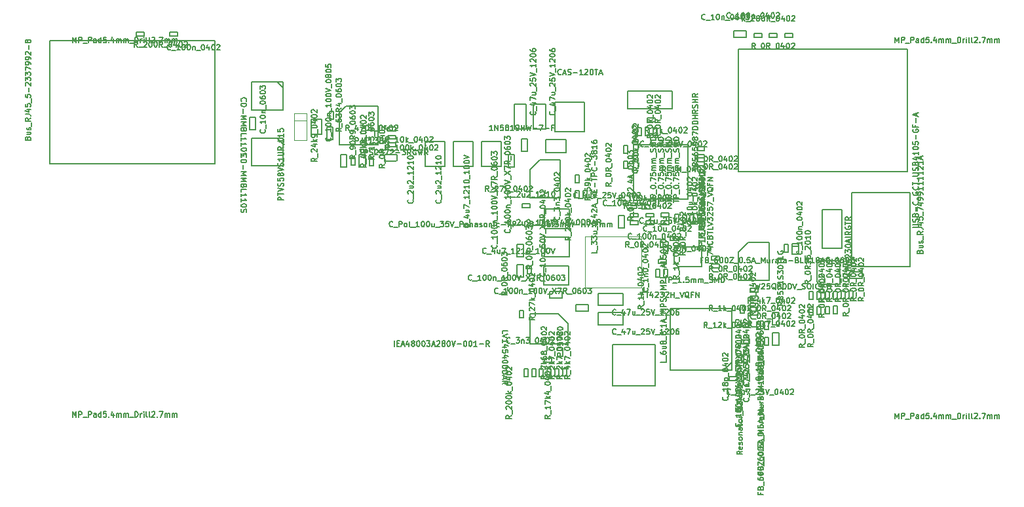
<source format=gbr>
%TF.GenerationSoftware,KiCad,Pcbnew,7.0.11+dfsg-1build4*%
%TF.CreationDate,2024-07-19T16:51:48+02:00*%
%TF.ProjectId,antmicro-poe-to-usbc-pd-adapter,616e746d-6963-4726-9f2d-706f652d746f,rev?*%
%TF.SameCoordinates,Original*%
%TF.FileFunction,AssemblyDrawing,Top*%
%FSLAX46Y46*%
G04 Gerber Fmt 4.6, Leading zero omitted, Abs format (unit mm)*
G04 Created by KiCad (PCBNEW 7.0.11+dfsg-1build4) date 2024-07-19 16:51:48 commit  9a9195e *
%MOMM*%
%LPD*%
G01*
G04 APERTURE LIST*
%ADD10C,0.150000*%
%ADD11C,0.100000*%
G04 APERTURE END LIST*
D10*
X203655824Y-158348486D02*
X203422491Y-158015153D01*
X203255824Y-158348486D02*
X203255824Y-157648486D01*
X203255824Y-157648486D02*
X203522491Y-157648486D01*
X203522491Y-157648486D02*
X203589158Y-157681819D01*
X203589158Y-157681819D02*
X203622491Y-157715153D01*
X203622491Y-157715153D02*
X203655824Y-157781819D01*
X203655824Y-157781819D02*
X203655824Y-157881819D01*
X203655824Y-157881819D02*
X203622491Y-157948486D01*
X203622491Y-157948486D02*
X203589158Y-157981819D01*
X203589158Y-157981819D02*
X203522491Y-158015153D01*
X203522491Y-158015153D02*
X203255824Y-158015153D01*
X203789158Y-158415153D02*
X204322491Y-158415153D01*
X204622491Y-157648486D02*
X204689157Y-157648486D01*
X204689157Y-157648486D02*
X204755824Y-157681819D01*
X204755824Y-157681819D02*
X204789157Y-157715153D01*
X204789157Y-157715153D02*
X204822491Y-157781819D01*
X204822491Y-157781819D02*
X204855824Y-157915153D01*
X204855824Y-157915153D02*
X204855824Y-158081819D01*
X204855824Y-158081819D02*
X204822491Y-158215153D01*
X204822491Y-158215153D02*
X204789157Y-158281819D01*
X204789157Y-158281819D02*
X204755824Y-158315153D01*
X204755824Y-158315153D02*
X204689157Y-158348486D01*
X204689157Y-158348486D02*
X204622491Y-158348486D01*
X204622491Y-158348486D02*
X204555824Y-158315153D01*
X204555824Y-158315153D02*
X204522491Y-158281819D01*
X204522491Y-158281819D02*
X204489157Y-158215153D01*
X204489157Y-158215153D02*
X204455824Y-158081819D01*
X204455824Y-158081819D02*
X204455824Y-157915153D01*
X204455824Y-157915153D02*
X204489157Y-157781819D01*
X204489157Y-157781819D02*
X204522491Y-157715153D01*
X204522491Y-157715153D02*
X204555824Y-157681819D01*
X204555824Y-157681819D02*
X204622491Y-157648486D01*
X205555824Y-158348486D02*
X205322491Y-158015153D01*
X205155824Y-158348486D02*
X205155824Y-157648486D01*
X205155824Y-157648486D02*
X205422491Y-157648486D01*
X205422491Y-157648486D02*
X205489158Y-157681819D01*
X205489158Y-157681819D02*
X205522491Y-157715153D01*
X205522491Y-157715153D02*
X205555824Y-157781819D01*
X205555824Y-157781819D02*
X205555824Y-157881819D01*
X205555824Y-157881819D02*
X205522491Y-157948486D01*
X205522491Y-157948486D02*
X205489158Y-157981819D01*
X205489158Y-157981819D02*
X205422491Y-158015153D01*
X205422491Y-158015153D02*
X205155824Y-158015153D01*
X205689158Y-158415153D02*
X206222491Y-158415153D01*
X206522491Y-157648486D02*
X206589157Y-157648486D01*
X206589157Y-157648486D02*
X206655824Y-157681819D01*
X206655824Y-157681819D02*
X206689157Y-157715153D01*
X206689157Y-157715153D02*
X206722491Y-157781819D01*
X206722491Y-157781819D02*
X206755824Y-157915153D01*
X206755824Y-157915153D02*
X206755824Y-158081819D01*
X206755824Y-158081819D02*
X206722491Y-158215153D01*
X206722491Y-158215153D02*
X206689157Y-158281819D01*
X206689157Y-158281819D02*
X206655824Y-158315153D01*
X206655824Y-158315153D02*
X206589157Y-158348486D01*
X206589157Y-158348486D02*
X206522491Y-158348486D01*
X206522491Y-158348486D02*
X206455824Y-158315153D01*
X206455824Y-158315153D02*
X206422491Y-158281819D01*
X206422491Y-158281819D02*
X206389157Y-158215153D01*
X206389157Y-158215153D02*
X206355824Y-158081819D01*
X206355824Y-158081819D02*
X206355824Y-157915153D01*
X206355824Y-157915153D02*
X206389157Y-157781819D01*
X206389157Y-157781819D02*
X206422491Y-157715153D01*
X206422491Y-157715153D02*
X206455824Y-157681819D01*
X206455824Y-157681819D02*
X206522491Y-157648486D01*
X207355824Y-157881819D02*
X207355824Y-158348486D01*
X207189158Y-157615153D02*
X207022491Y-158115153D01*
X207022491Y-158115153D02*
X207455824Y-158115153D01*
X207855825Y-157648486D02*
X207922491Y-157648486D01*
X207922491Y-157648486D02*
X207989158Y-157681819D01*
X207989158Y-157681819D02*
X208022491Y-157715153D01*
X208022491Y-157715153D02*
X208055825Y-157781819D01*
X208055825Y-157781819D02*
X208089158Y-157915153D01*
X208089158Y-157915153D02*
X208089158Y-158081819D01*
X208089158Y-158081819D02*
X208055825Y-158215153D01*
X208055825Y-158215153D02*
X208022491Y-158281819D01*
X208022491Y-158281819D02*
X207989158Y-158315153D01*
X207989158Y-158315153D02*
X207922491Y-158348486D01*
X207922491Y-158348486D02*
X207855825Y-158348486D01*
X207855825Y-158348486D02*
X207789158Y-158315153D01*
X207789158Y-158315153D02*
X207755825Y-158281819D01*
X207755825Y-158281819D02*
X207722491Y-158215153D01*
X207722491Y-158215153D02*
X207689158Y-158081819D01*
X207689158Y-158081819D02*
X207689158Y-157915153D01*
X207689158Y-157915153D02*
X207722491Y-157781819D01*
X207722491Y-157781819D02*
X207755825Y-157715153D01*
X207755825Y-157715153D02*
X207789158Y-157681819D01*
X207789158Y-157681819D02*
X207855825Y-157648486D01*
X208355825Y-157715153D02*
X208389158Y-157681819D01*
X208389158Y-157681819D02*
X208455825Y-157648486D01*
X208455825Y-157648486D02*
X208622492Y-157648486D01*
X208622492Y-157648486D02*
X208689158Y-157681819D01*
X208689158Y-157681819D02*
X208722492Y-157715153D01*
X208722492Y-157715153D02*
X208755825Y-157781819D01*
X208755825Y-157781819D02*
X208755825Y-157848486D01*
X208755825Y-157848486D02*
X208722492Y-157948486D01*
X208722492Y-157948486D02*
X208322492Y-158348486D01*
X208322492Y-158348486D02*
X208755825Y-158348486D01*
X238065350Y-180506533D02*
X238065350Y-179806533D01*
X238065350Y-179806533D02*
X238298684Y-180306533D01*
X238298684Y-180306533D02*
X238532017Y-179806533D01*
X238532017Y-179806533D02*
X238532017Y-180506533D01*
X238865350Y-180506533D02*
X238865350Y-179806533D01*
X238865350Y-179806533D02*
X239132017Y-179806533D01*
X239132017Y-179806533D02*
X239198684Y-179839866D01*
X239198684Y-179839866D02*
X239232017Y-179873200D01*
X239232017Y-179873200D02*
X239265350Y-179939866D01*
X239265350Y-179939866D02*
X239265350Y-180039866D01*
X239265350Y-180039866D02*
X239232017Y-180106533D01*
X239232017Y-180106533D02*
X239198684Y-180139866D01*
X239198684Y-180139866D02*
X239132017Y-180173200D01*
X239132017Y-180173200D02*
X238865350Y-180173200D01*
X239398684Y-180573200D02*
X239932017Y-180573200D01*
X240098683Y-180506533D02*
X240098683Y-179806533D01*
X240098683Y-179806533D02*
X240365350Y-179806533D01*
X240365350Y-179806533D02*
X240432017Y-179839866D01*
X240432017Y-179839866D02*
X240465350Y-179873200D01*
X240465350Y-179873200D02*
X240498683Y-179939866D01*
X240498683Y-179939866D02*
X240498683Y-180039866D01*
X240498683Y-180039866D02*
X240465350Y-180106533D01*
X240465350Y-180106533D02*
X240432017Y-180139866D01*
X240432017Y-180139866D02*
X240365350Y-180173200D01*
X240365350Y-180173200D02*
X240098683Y-180173200D01*
X241098683Y-180506533D02*
X241098683Y-180139866D01*
X241098683Y-180139866D02*
X241065350Y-180073200D01*
X241065350Y-180073200D02*
X240998683Y-180039866D01*
X240998683Y-180039866D02*
X240865350Y-180039866D01*
X240865350Y-180039866D02*
X240798683Y-180073200D01*
X241098683Y-180473200D02*
X241032017Y-180506533D01*
X241032017Y-180506533D02*
X240865350Y-180506533D01*
X240865350Y-180506533D02*
X240798683Y-180473200D01*
X240798683Y-180473200D02*
X240765350Y-180406533D01*
X240765350Y-180406533D02*
X240765350Y-180339866D01*
X240765350Y-180339866D02*
X240798683Y-180273200D01*
X240798683Y-180273200D02*
X240865350Y-180239866D01*
X240865350Y-180239866D02*
X241032017Y-180239866D01*
X241032017Y-180239866D02*
X241098683Y-180206533D01*
X241732016Y-180506533D02*
X241732016Y-179806533D01*
X241732016Y-180473200D02*
X241665350Y-180506533D01*
X241665350Y-180506533D02*
X241532016Y-180506533D01*
X241532016Y-180506533D02*
X241465350Y-180473200D01*
X241465350Y-180473200D02*
X241432016Y-180439866D01*
X241432016Y-180439866D02*
X241398683Y-180373200D01*
X241398683Y-180373200D02*
X241398683Y-180173200D01*
X241398683Y-180173200D02*
X241432016Y-180106533D01*
X241432016Y-180106533D02*
X241465350Y-180073200D01*
X241465350Y-180073200D02*
X241532016Y-180039866D01*
X241532016Y-180039866D02*
X241665350Y-180039866D01*
X241665350Y-180039866D02*
X241732016Y-180073200D01*
X242398683Y-179806533D02*
X242065349Y-179806533D01*
X242065349Y-179806533D02*
X242032016Y-180139866D01*
X242032016Y-180139866D02*
X242065349Y-180106533D01*
X242065349Y-180106533D02*
X242132016Y-180073200D01*
X242132016Y-180073200D02*
X242298683Y-180073200D01*
X242298683Y-180073200D02*
X242365349Y-180106533D01*
X242365349Y-180106533D02*
X242398683Y-180139866D01*
X242398683Y-180139866D02*
X242432016Y-180206533D01*
X242432016Y-180206533D02*
X242432016Y-180373200D01*
X242432016Y-180373200D02*
X242398683Y-180439866D01*
X242398683Y-180439866D02*
X242365349Y-180473200D01*
X242365349Y-180473200D02*
X242298683Y-180506533D01*
X242298683Y-180506533D02*
X242132016Y-180506533D01*
X242132016Y-180506533D02*
X242065349Y-180473200D01*
X242065349Y-180473200D02*
X242032016Y-180439866D01*
X242732016Y-180439866D02*
X242765350Y-180473200D01*
X242765350Y-180473200D02*
X242732016Y-180506533D01*
X242732016Y-180506533D02*
X242698683Y-180473200D01*
X242698683Y-180473200D02*
X242732016Y-180439866D01*
X242732016Y-180439866D02*
X242732016Y-180506533D01*
X243365349Y-180039866D02*
X243365349Y-180506533D01*
X243198683Y-179773200D02*
X243032016Y-180273200D01*
X243032016Y-180273200D02*
X243465349Y-180273200D01*
X243732016Y-180506533D02*
X243732016Y-180039866D01*
X243732016Y-180106533D02*
X243765350Y-180073200D01*
X243765350Y-180073200D02*
X243832016Y-180039866D01*
X243832016Y-180039866D02*
X243932016Y-180039866D01*
X243932016Y-180039866D02*
X243998683Y-180073200D01*
X243998683Y-180073200D02*
X244032016Y-180139866D01*
X244032016Y-180139866D02*
X244032016Y-180506533D01*
X244032016Y-180139866D02*
X244065350Y-180073200D01*
X244065350Y-180073200D02*
X244132016Y-180039866D01*
X244132016Y-180039866D02*
X244232016Y-180039866D01*
X244232016Y-180039866D02*
X244298683Y-180073200D01*
X244298683Y-180073200D02*
X244332016Y-180139866D01*
X244332016Y-180139866D02*
X244332016Y-180506533D01*
X244665349Y-180506533D02*
X244665349Y-180039866D01*
X244665349Y-180106533D02*
X244698683Y-180073200D01*
X244698683Y-180073200D02*
X244765349Y-180039866D01*
X244765349Y-180039866D02*
X244865349Y-180039866D01*
X244865349Y-180039866D02*
X244932016Y-180073200D01*
X244932016Y-180073200D02*
X244965349Y-180139866D01*
X244965349Y-180139866D02*
X244965349Y-180506533D01*
X244965349Y-180139866D02*
X244998683Y-180073200D01*
X244998683Y-180073200D02*
X245065349Y-180039866D01*
X245065349Y-180039866D02*
X245165349Y-180039866D01*
X245165349Y-180039866D02*
X245232016Y-180073200D01*
X245232016Y-180073200D02*
X245265349Y-180139866D01*
X245265349Y-180139866D02*
X245265349Y-180506533D01*
X245432016Y-180573200D02*
X245965349Y-180573200D01*
X246132015Y-180506533D02*
X246132015Y-179806533D01*
X246132015Y-179806533D02*
X246298682Y-179806533D01*
X246298682Y-179806533D02*
X246398682Y-179839866D01*
X246398682Y-179839866D02*
X246465349Y-179906533D01*
X246465349Y-179906533D02*
X246498682Y-179973200D01*
X246498682Y-179973200D02*
X246532015Y-180106533D01*
X246532015Y-180106533D02*
X246532015Y-180206533D01*
X246532015Y-180206533D02*
X246498682Y-180339866D01*
X246498682Y-180339866D02*
X246465349Y-180406533D01*
X246465349Y-180406533D02*
X246398682Y-180473200D01*
X246398682Y-180473200D02*
X246298682Y-180506533D01*
X246298682Y-180506533D02*
X246132015Y-180506533D01*
X246832015Y-180506533D02*
X246832015Y-180039866D01*
X246832015Y-180173200D02*
X246865349Y-180106533D01*
X246865349Y-180106533D02*
X246898682Y-180073200D01*
X246898682Y-180073200D02*
X246965349Y-180039866D01*
X246965349Y-180039866D02*
X247032015Y-180039866D01*
X247265348Y-180506533D02*
X247265348Y-180039866D01*
X247265348Y-179806533D02*
X247232015Y-179839866D01*
X247232015Y-179839866D02*
X247265348Y-179873200D01*
X247265348Y-179873200D02*
X247298682Y-179839866D01*
X247298682Y-179839866D02*
X247265348Y-179806533D01*
X247265348Y-179806533D02*
X247265348Y-179873200D01*
X247698681Y-180506533D02*
X247632015Y-180473200D01*
X247632015Y-180473200D02*
X247598681Y-180406533D01*
X247598681Y-180406533D02*
X247598681Y-179806533D01*
X248065348Y-180506533D02*
X247998682Y-180473200D01*
X247998682Y-180473200D02*
X247965348Y-180406533D01*
X247965348Y-180406533D02*
X247965348Y-179806533D01*
X248298682Y-179873200D02*
X248332015Y-179839866D01*
X248332015Y-179839866D02*
X248398682Y-179806533D01*
X248398682Y-179806533D02*
X248565349Y-179806533D01*
X248565349Y-179806533D02*
X248632015Y-179839866D01*
X248632015Y-179839866D02*
X248665349Y-179873200D01*
X248665349Y-179873200D02*
X248698682Y-179939866D01*
X248698682Y-179939866D02*
X248698682Y-180006533D01*
X248698682Y-180006533D02*
X248665349Y-180106533D01*
X248665349Y-180106533D02*
X248265349Y-180506533D01*
X248265349Y-180506533D02*
X248698682Y-180506533D01*
X248998682Y-180439866D02*
X249032016Y-180473200D01*
X249032016Y-180473200D02*
X248998682Y-180506533D01*
X248998682Y-180506533D02*
X248965349Y-180473200D01*
X248965349Y-180473200D02*
X248998682Y-180439866D01*
X248998682Y-180439866D02*
X248998682Y-180506533D01*
X249265349Y-179806533D02*
X249732015Y-179806533D01*
X249732015Y-179806533D02*
X249432015Y-180506533D01*
X249998682Y-180506533D02*
X249998682Y-180039866D01*
X249998682Y-180106533D02*
X250032016Y-180073200D01*
X250032016Y-180073200D02*
X250098682Y-180039866D01*
X250098682Y-180039866D02*
X250198682Y-180039866D01*
X250198682Y-180039866D02*
X250265349Y-180073200D01*
X250265349Y-180073200D02*
X250298682Y-180139866D01*
X250298682Y-180139866D02*
X250298682Y-180506533D01*
X250298682Y-180139866D02*
X250332016Y-180073200D01*
X250332016Y-180073200D02*
X250398682Y-180039866D01*
X250398682Y-180039866D02*
X250498682Y-180039866D01*
X250498682Y-180039866D02*
X250565349Y-180073200D01*
X250565349Y-180073200D02*
X250598682Y-180139866D01*
X250598682Y-180139866D02*
X250598682Y-180506533D01*
X250932015Y-180506533D02*
X250932015Y-180039866D01*
X250932015Y-180106533D02*
X250965349Y-180073200D01*
X250965349Y-180073200D02*
X251032015Y-180039866D01*
X251032015Y-180039866D02*
X251132015Y-180039866D01*
X251132015Y-180039866D02*
X251198682Y-180073200D01*
X251198682Y-180073200D02*
X251232015Y-180139866D01*
X251232015Y-180139866D02*
X251232015Y-180506533D01*
X251232015Y-180139866D02*
X251265349Y-180073200D01*
X251265349Y-180073200D02*
X251332015Y-180039866D01*
X251332015Y-180039866D02*
X251432015Y-180039866D01*
X251432015Y-180039866D02*
X251498682Y-180073200D01*
X251498682Y-180073200D02*
X251532015Y-180139866D01*
X251532015Y-180139866D02*
X251532015Y-180506533D01*
X187318466Y-169488684D02*
X187318466Y-169155350D01*
X187318466Y-169155350D02*
X188018466Y-169155350D01*
X188018466Y-169622017D02*
X187318466Y-169855351D01*
X187318466Y-169855351D02*
X188018466Y-170088684D01*
X187318466Y-170688684D02*
X187318466Y-170288684D01*
X187318466Y-170488684D02*
X188018466Y-170488684D01*
X188018466Y-170488684D02*
X187918466Y-170422017D01*
X187918466Y-170422017D02*
X187851800Y-170355351D01*
X187851800Y-170355351D02*
X187818466Y-170288684D01*
X187785133Y-171288684D02*
X187318466Y-171288684D01*
X188051800Y-171122018D02*
X187551800Y-170955351D01*
X187551800Y-170955351D02*
X187551800Y-171388684D01*
X188018466Y-171988685D02*
X188018466Y-171655351D01*
X188018466Y-171655351D02*
X187685133Y-171622018D01*
X187685133Y-171622018D02*
X187718466Y-171655351D01*
X187718466Y-171655351D02*
X187751800Y-171722018D01*
X187751800Y-171722018D02*
X187751800Y-171888685D01*
X187751800Y-171888685D02*
X187718466Y-171955351D01*
X187718466Y-171955351D02*
X187685133Y-171988685D01*
X187685133Y-171988685D02*
X187618466Y-172022018D01*
X187618466Y-172022018D02*
X187451800Y-172022018D01*
X187451800Y-172022018D02*
X187385133Y-171988685D01*
X187385133Y-171988685D02*
X187351800Y-171955351D01*
X187351800Y-171955351D02*
X187318466Y-171888685D01*
X187318466Y-171888685D02*
X187318466Y-171722018D01*
X187318466Y-171722018D02*
X187351800Y-171655351D01*
X187351800Y-171655351D02*
X187385133Y-171622018D01*
X187785133Y-172622018D02*
X187318466Y-172622018D01*
X188051800Y-172455352D02*
X187551800Y-172288685D01*
X187551800Y-172288685D02*
X187551800Y-172722018D01*
X188018466Y-173122019D02*
X188018466Y-173188685D01*
X188018466Y-173188685D02*
X187985133Y-173255352D01*
X187985133Y-173255352D02*
X187951800Y-173288685D01*
X187951800Y-173288685D02*
X187885133Y-173322019D01*
X187885133Y-173322019D02*
X187751800Y-173355352D01*
X187751800Y-173355352D02*
X187585133Y-173355352D01*
X187585133Y-173355352D02*
X187451800Y-173322019D01*
X187451800Y-173322019D02*
X187385133Y-173288685D01*
X187385133Y-173288685D02*
X187351800Y-173255352D01*
X187351800Y-173255352D02*
X187318466Y-173188685D01*
X187318466Y-173188685D02*
X187318466Y-173122019D01*
X187318466Y-173122019D02*
X187351800Y-173055352D01*
X187351800Y-173055352D02*
X187385133Y-173022019D01*
X187385133Y-173022019D02*
X187451800Y-172988685D01*
X187451800Y-172988685D02*
X187585133Y-172955352D01*
X187585133Y-172955352D02*
X187751800Y-172955352D01*
X187751800Y-172955352D02*
X187885133Y-172988685D01*
X187885133Y-172988685D02*
X187951800Y-173022019D01*
X187951800Y-173022019D02*
X187985133Y-173055352D01*
X187985133Y-173055352D02*
X188018466Y-173122019D01*
X187318466Y-173655352D02*
X188018466Y-173655352D01*
X188018466Y-173655352D02*
X188018466Y-173822019D01*
X188018466Y-173822019D02*
X187985133Y-173922019D01*
X187985133Y-173922019D02*
X187918466Y-173988686D01*
X187918466Y-173988686D02*
X187851800Y-174022019D01*
X187851800Y-174022019D02*
X187718466Y-174055352D01*
X187718466Y-174055352D02*
X187618466Y-174055352D01*
X187618466Y-174055352D02*
X187485133Y-174022019D01*
X187485133Y-174022019D02*
X187418466Y-173988686D01*
X187418466Y-173988686D02*
X187351800Y-173922019D01*
X187351800Y-173922019D02*
X187318466Y-173822019D01*
X187318466Y-173822019D02*
X187318466Y-173655352D01*
X187318466Y-174355352D02*
X188018466Y-174355352D01*
X188018466Y-174355352D02*
X188018466Y-174522019D01*
X188018466Y-174522019D02*
X187985133Y-174622019D01*
X187985133Y-174622019D02*
X187918466Y-174688686D01*
X187918466Y-174688686D02*
X187851800Y-174722019D01*
X187851800Y-174722019D02*
X187718466Y-174755352D01*
X187718466Y-174755352D02*
X187618466Y-174755352D01*
X187618466Y-174755352D02*
X187485133Y-174722019D01*
X187485133Y-174722019D02*
X187418466Y-174688686D01*
X187418466Y-174688686D02*
X187351800Y-174622019D01*
X187351800Y-174622019D02*
X187318466Y-174522019D01*
X187318466Y-174522019D02*
X187318466Y-174355352D01*
X187518466Y-175022019D02*
X187518466Y-175355352D01*
X187318466Y-174955352D02*
X188018466Y-175188686D01*
X188018466Y-175188686D02*
X187318466Y-175422019D01*
X187318466Y-176055352D02*
X187651800Y-175822019D01*
X187318466Y-175655352D02*
X188018466Y-175655352D01*
X188018466Y-175655352D02*
X188018466Y-175922019D01*
X188018466Y-175922019D02*
X187985133Y-175988686D01*
X187985133Y-175988686D02*
X187951800Y-176022019D01*
X187951800Y-176022019D02*
X187885133Y-176055352D01*
X187885133Y-176055352D02*
X187785133Y-176055352D01*
X187785133Y-176055352D02*
X187718466Y-176022019D01*
X187718466Y-176022019D02*
X187685133Y-175988686D01*
X187685133Y-175988686D02*
X187651800Y-175922019D01*
X187651800Y-175922019D02*
X187651800Y-175655352D01*
X144442423Y-132795079D02*
X144409090Y-132828413D01*
X144409090Y-132828413D02*
X144309090Y-132861746D01*
X144309090Y-132861746D02*
X144242423Y-132861746D01*
X144242423Y-132861746D02*
X144142423Y-132828413D01*
X144142423Y-132828413D02*
X144075757Y-132761746D01*
X144075757Y-132761746D02*
X144042423Y-132695079D01*
X144042423Y-132695079D02*
X144009090Y-132561746D01*
X144009090Y-132561746D02*
X144009090Y-132461746D01*
X144009090Y-132461746D02*
X144042423Y-132328413D01*
X144042423Y-132328413D02*
X144075757Y-132261746D01*
X144075757Y-132261746D02*
X144142423Y-132195079D01*
X144142423Y-132195079D02*
X144242423Y-132161746D01*
X144242423Y-132161746D02*
X144309090Y-132161746D01*
X144309090Y-132161746D02*
X144409090Y-132195079D01*
X144409090Y-132195079D02*
X144442423Y-132228413D01*
X144575757Y-132928413D02*
X145109090Y-132928413D01*
X145642423Y-132861746D02*
X145242423Y-132861746D01*
X145442423Y-132861746D02*
X145442423Y-132161746D01*
X145442423Y-132161746D02*
X145375756Y-132261746D01*
X145375756Y-132261746D02*
X145309090Y-132328413D01*
X145309090Y-132328413D02*
X145242423Y-132361746D01*
X146075757Y-132161746D02*
X146142423Y-132161746D01*
X146142423Y-132161746D02*
X146209090Y-132195079D01*
X146209090Y-132195079D02*
X146242423Y-132228413D01*
X146242423Y-132228413D02*
X146275757Y-132295079D01*
X146275757Y-132295079D02*
X146309090Y-132428413D01*
X146309090Y-132428413D02*
X146309090Y-132595079D01*
X146309090Y-132595079D02*
X146275757Y-132728413D01*
X146275757Y-132728413D02*
X146242423Y-132795079D01*
X146242423Y-132795079D02*
X146209090Y-132828413D01*
X146209090Y-132828413D02*
X146142423Y-132861746D01*
X146142423Y-132861746D02*
X146075757Y-132861746D01*
X146075757Y-132861746D02*
X146009090Y-132828413D01*
X146009090Y-132828413D02*
X145975757Y-132795079D01*
X145975757Y-132795079D02*
X145942423Y-132728413D01*
X145942423Y-132728413D02*
X145909090Y-132595079D01*
X145909090Y-132595079D02*
X145909090Y-132428413D01*
X145909090Y-132428413D02*
X145942423Y-132295079D01*
X145942423Y-132295079D02*
X145975757Y-132228413D01*
X145975757Y-132228413D02*
X146009090Y-132195079D01*
X146009090Y-132195079D02*
X146075757Y-132161746D01*
X146742424Y-132161746D02*
X146809090Y-132161746D01*
X146809090Y-132161746D02*
X146875757Y-132195079D01*
X146875757Y-132195079D02*
X146909090Y-132228413D01*
X146909090Y-132228413D02*
X146942424Y-132295079D01*
X146942424Y-132295079D02*
X146975757Y-132428413D01*
X146975757Y-132428413D02*
X146975757Y-132595079D01*
X146975757Y-132595079D02*
X146942424Y-132728413D01*
X146942424Y-132728413D02*
X146909090Y-132795079D01*
X146909090Y-132795079D02*
X146875757Y-132828413D01*
X146875757Y-132828413D02*
X146809090Y-132861746D01*
X146809090Y-132861746D02*
X146742424Y-132861746D01*
X146742424Y-132861746D02*
X146675757Y-132828413D01*
X146675757Y-132828413D02*
X146642424Y-132795079D01*
X146642424Y-132795079D02*
X146609090Y-132728413D01*
X146609090Y-132728413D02*
X146575757Y-132595079D01*
X146575757Y-132595079D02*
X146575757Y-132428413D01*
X146575757Y-132428413D02*
X146609090Y-132295079D01*
X146609090Y-132295079D02*
X146642424Y-132228413D01*
X146642424Y-132228413D02*
X146675757Y-132195079D01*
X146675757Y-132195079D02*
X146742424Y-132161746D01*
X147275757Y-132395079D02*
X147275757Y-132861746D01*
X147275757Y-132461746D02*
X147309091Y-132428413D01*
X147309091Y-132428413D02*
X147375757Y-132395079D01*
X147375757Y-132395079D02*
X147475757Y-132395079D01*
X147475757Y-132395079D02*
X147542424Y-132428413D01*
X147542424Y-132428413D02*
X147575757Y-132495079D01*
X147575757Y-132495079D02*
X147575757Y-132861746D01*
X147742424Y-132928413D02*
X148275757Y-132928413D01*
X148575757Y-132161746D02*
X148642423Y-132161746D01*
X148642423Y-132161746D02*
X148709090Y-132195079D01*
X148709090Y-132195079D02*
X148742423Y-132228413D01*
X148742423Y-132228413D02*
X148775757Y-132295079D01*
X148775757Y-132295079D02*
X148809090Y-132428413D01*
X148809090Y-132428413D02*
X148809090Y-132595079D01*
X148809090Y-132595079D02*
X148775757Y-132728413D01*
X148775757Y-132728413D02*
X148742423Y-132795079D01*
X148742423Y-132795079D02*
X148709090Y-132828413D01*
X148709090Y-132828413D02*
X148642423Y-132861746D01*
X148642423Y-132861746D02*
X148575757Y-132861746D01*
X148575757Y-132861746D02*
X148509090Y-132828413D01*
X148509090Y-132828413D02*
X148475757Y-132795079D01*
X148475757Y-132795079D02*
X148442423Y-132728413D01*
X148442423Y-132728413D02*
X148409090Y-132595079D01*
X148409090Y-132595079D02*
X148409090Y-132428413D01*
X148409090Y-132428413D02*
X148442423Y-132295079D01*
X148442423Y-132295079D02*
X148475757Y-132228413D01*
X148475757Y-132228413D02*
X148509090Y-132195079D01*
X148509090Y-132195079D02*
X148575757Y-132161746D01*
X149409090Y-132395079D02*
X149409090Y-132861746D01*
X149242424Y-132128413D02*
X149075757Y-132628413D01*
X149075757Y-132628413D02*
X149509090Y-132628413D01*
X149909091Y-132161746D02*
X149975757Y-132161746D01*
X149975757Y-132161746D02*
X150042424Y-132195079D01*
X150042424Y-132195079D02*
X150075757Y-132228413D01*
X150075757Y-132228413D02*
X150109091Y-132295079D01*
X150109091Y-132295079D02*
X150142424Y-132428413D01*
X150142424Y-132428413D02*
X150142424Y-132595079D01*
X150142424Y-132595079D02*
X150109091Y-132728413D01*
X150109091Y-132728413D02*
X150075757Y-132795079D01*
X150075757Y-132795079D02*
X150042424Y-132828413D01*
X150042424Y-132828413D02*
X149975757Y-132861746D01*
X149975757Y-132861746D02*
X149909091Y-132861746D01*
X149909091Y-132861746D02*
X149842424Y-132828413D01*
X149842424Y-132828413D02*
X149809091Y-132795079D01*
X149809091Y-132795079D02*
X149775757Y-132728413D01*
X149775757Y-132728413D02*
X149742424Y-132595079D01*
X149742424Y-132595079D02*
X149742424Y-132428413D01*
X149742424Y-132428413D02*
X149775757Y-132295079D01*
X149775757Y-132295079D02*
X149809091Y-132228413D01*
X149809091Y-132228413D02*
X149842424Y-132195079D01*
X149842424Y-132195079D02*
X149909091Y-132161746D01*
X150409091Y-132228413D02*
X150442424Y-132195079D01*
X150442424Y-132195079D02*
X150509091Y-132161746D01*
X150509091Y-132161746D02*
X150675758Y-132161746D01*
X150675758Y-132161746D02*
X150742424Y-132195079D01*
X150742424Y-132195079D02*
X150775758Y-132228413D01*
X150775758Y-132228413D02*
X150809091Y-132295079D01*
X150809091Y-132295079D02*
X150809091Y-132361746D01*
X150809091Y-132361746D02*
X150775758Y-132461746D01*
X150775758Y-132461746D02*
X150375758Y-132861746D01*
X150375758Y-132861746D02*
X150809091Y-132861746D01*
X194028580Y-174916492D02*
X193695247Y-175149825D01*
X194028580Y-175316492D02*
X193328580Y-175316492D01*
X193328580Y-175316492D02*
X193328580Y-175049825D01*
X193328580Y-175049825D02*
X193361913Y-174983159D01*
X193361913Y-174983159D02*
X193395247Y-174949825D01*
X193395247Y-174949825D02*
X193461913Y-174916492D01*
X193461913Y-174916492D02*
X193561913Y-174916492D01*
X193561913Y-174916492D02*
X193628580Y-174949825D01*
X193628580Y-174949825D02*
X193661913Y-174983159D01*
X193661913Y-174983159D02*
X193695247Y-175049825D01*
X193695247Y-175049825D02*
X193695247Y-175316492D01*
X194095247Y-174783159D02*
X194095247Y-174249825D01*
X193395247Y-174116492D02*
X193361913Y-174083159D01*
X193361913Y-174083159D02*
X193328580Y-174016492D01*
X193328580Y-174016492D02*
X193328580Y-173849826D01*
X193328580Y-173849826D02*
X193361913Y-173783159D01*
X193361913Y-173783159D02*
X193395247Y-173749826D01*
X193395247Y-173749826D02*
X193461913Y-173716492D01*
X193461913Y-173716492D02*
X193528580Y-173716492D01*
X193528580Y-173716492D02*
X193628580Y-173749826D01*
X193628580Y-173749826D02*
X194028580Y-174149826D01*
X194028580Y-174149826D02*
X194028580Y-173716492D01*
X194028580Y-173416492D02*
X193328580Y-173416492D01*
X193761913Y-173349825D02*
X194028580Y-173149825D01*
X193561913Y-173149825D02*
X193828580Y-173416492D01*
X193328580Y-172916492D02*
X193328580Y-172449825D01*
X193328580Y-172449825D02*
X194028580Y-172749825D01*
X194095247Y-172349825D02*
X194095247Y-171816491D01*
X193328580Y-171516492D02*
X193328580Y-171449825D01*
X193328580Y-171449825D02*
X193361913Y-171383158D01*
X193361913Y-171383158D02*
X193395247Y-171349825D01*
X193395247Y-171349825D02*
X193461913Y-171316492D01*
X193461913Y-171316492D02*
X193595247Y-171283158D01*
X193595247Y-171283158D02*
X193761913Y-171283158D01*
X193761913Y-171283158D02*
X193895247Y-171316492D01*
X193895247Y-171316492D02*
X193961913Y-171349825D01*
X193961913Y-171349825D02*
X193995247Y-171383158D01*
X193995247Y-171383158D02*
X194028580Y-171449825D01*
X194028580Y-171449825D02*
X194028580Y-171516492D01*
X194028580Y-171516492D02*
X193995247Y-171583158D01*
X193995247Y-171583158D02*
X193961913Y-171616492D01*
X193961913Y-171616492D02*
X193895247Y-171649825D01*
X193895247Y-171649825D02*
X193761913Y-171683158D01*
X193761913Y-171683158D02*
X193595247Y-171683158D01*
X193595247Y-171683158D02*
X193461913Y-171649825D01*
X193461913Y-171649825D02*
X193395247Y-171616492D01*
X193395247Y-171616492D02*
X193361913Y-171583158D01*
X193361913Y-171583158D02*
X193328580Y-171516492D01*
X193561913Y-170683158D02*
X194028580Y-170683158D01*
X193295247Y-170849825D02*
X193795247Y-171016491D01*
X193795247Y-171016491D02*
X193795247Y-170583158D01*
X193328580Y-170183158D02*
X193328580Y-170116491D01*
X193328580Y-170116491D02*
X193361913Y-170049824D01*
X193361913Y-170049824D02*
X193395247Y-170016491D01*
X193395247Y-170016491D02*
X193461913Y-169983158D01*
X193461913Y-169983158D02*
X193595247Y-169949824D01*
X193595247Y-169949824D02*
X193761913Y-169949824D01*
X193761913Y-169949824D02*
X193895247Y-169983158D01*
X193895247Y-169983158D02*
X193961913Y-170016491D01*
X193961913Y-170016491D02*
X193995247Y-170049824D01*
X193995247Y-170049824D02*
X194028580Y-170116491D01*
X194028580Y-170116491D02*
X194028580Y-170183158D01*
X194028580Y-170183158D02*
X193995247Y-170249824D01*
X193995247Y-170249824D02*
X193961913Y-170283158D01*
X193961913Y-170283158D02*
X193895247Y-170316491D01*
X193895247Y-170316491D02*
X193761913Y-170349824D01*
X193761913Y-170349824D02*
X193595247Y-170349824D01*
X193595247Y-170349824D02*
X193461913Y-170316491D01*
X193461913Y-170316491D02*
X193395247Y-170283158D01*
X193395247Y-170283158D02*
X193361913Y-170249824D01*
X193361913Y-170249824D02*
X193328580Y-170183158D01*
X193395247Y-169683157D02*
X193361913Y-169649824D01*
X193361913Y-169649824D02*
X193328580Y-169583157D01*
X193328580Y-169583157D02*
X193328580Y-169416491D01*
X193328580Y-169416491D02*
X193361913Y-169349824D01*
X193361913Y-169349824D02*
X193395247Y-169316491D01*
X193395247Y-169316491D02*
X193461913Y-169283157D01*
X193461913Y-169283157D02*
X193528580Y-169283157D01*
X193528580Y-169283157D02*
X193628580Y-169316491D01*
X193628580Y-169316491D02*
X194028580Y-169716491D01*
X194028580Y-169716491D02*
X194028580Y-169283157D01*
X211857533Y-148481649D02*
X211857533Y-148081649D01*
X212557533Y-148281649D02*
X211857533Y-148281649D01*
X212557533Y-147848316D02*
X211857533Y-147848316D01*
X211857533Y-147848316D02*
X211857533Y-147581649D01*
X211857533Y-147581649D02*
X211890866Y-147514983D01*
X211890866Y-147514983D02*
X211924200Y-147481649D01*
X211924200Y-147481649D02*
X211990866Y-147448316D01*
X211990866Y-147448316D02*
X212090866Y-147448316D01*
X212090866Y-147448316D02*
X212157533Y-147481649D01*
X212157533Y-147481649D02*
X212190866Y-147514983D01*
X212190866Y-147514983D02*
X212224200Y-147581649D01*
X212224200Y-147581649D02*
X212224200Y-147848316D01*
X212524200Y-147181649D02*
X212557533Y-147081649D01*
X212557533Y-147081649D02*
X212557533Y-146914983D01*
X212557533Y-146914983D02*
X212524200Y-146848316D01*
X212524200Y-146848316D02*
X212490866Y-146814983D01*
X212490866Y-146814983D02*
X212424200Y-146781649D01*
X212424200Y-146781649D02*
X212357533Y-146781649D01*
X212357533Y-146781649D02*
X212290866Y-146814983D01*
X212290866Y-146814983D02*
X212257533Y-146848316D01*
X212257533Y-146848316D02*
X212224200Y-146914983D01*
X212224200Y-146914983D02*
X212190866Y-147048316D01*
X212190866Y-147048316D02*
X212157533Y-147114983D01*
X212157533Y-147114983D02*
X212124200Y-147148316D01*
X212124200Y-147148316D02*
X212057533Y-147181649D01*
X212057533Y-147181649D02*
X211990866Y-147181649D01*
X211990866Y-147181649D02*
X211924200Y-147148316D01*
X211924200Y-147148316D02*
X211890866Y-147114983D01*
X211890866Y-147114983D02*
X211857533Y-147048316D01*
X211857533Y-147048316D02*
X211857533Y-146881649D01*
X211857533Y-146881649D02*
X211890866Y-146781649D01*
X211857533Y-146181649D02*
X211857533Y-146314982D01*
X211857533Y-146314982D02*
X211890866Y-146381649D01*
X211890866Y-146381649D02*
X211924200Y-146414982D01*
X211924200Y-146414982D02*
X212024200Y-146481649D01*
X212024200Y-146481649D02*
X212157533Y-146514982D01*
X212157533Y-146514982D02*
X212424200Y-146514982D01*
X212424200Y-146514982D02*
X212490866Y-146481649D01*
X212490866Y-146481649D02*
X212524200Y-146448316D01*
X212524200Y-146448316D02*
X212557533Y-146381649D01*
X212557533Y-146381649D02*
X212557533Y-146248316D01*
X212557533Y-146248316D02*
X212524200Y-146181649D01*
X212524200Y-146181649D02*
X212490866Y-146148316D01*
X212490866Y-146148316D02*
X212424200Y-146114982D01*
X212424200Y-146114982D02*
X212257533Y-146114982D01*
X212257533Y-146114982D02*
X212190866Y-146148316D01*
X212190866Y-146148316D02*
X212157533Y-146181649D01*
X212157533Y-146181649D02*
X212124200Y-146248316D01*
X212124200Y-146248316D02*
X212124200Y-146381649D01*
X212124200Y-146381649D02*
X212157533Y-146448316D01*
X212157533Y-146448316D02*
X212190866Y-146481649D01*
X212190866Y-146481649D02*
X212257533Y-146514982D01*
X211857533Y-145481649D02*
X211857533Y-145814982D01*
X211857533Y-145814982D02*
X212190866Y-145848315D01*
X212190866Y-145848315D02*
X212157533Y-145814982D01*
X212157533Y-145814982D02*
X212124200Y-145748315D01*
X212124200Y-145748315D02*
X212124200Y-145581649D01*
X212124200Y-145581649D02*
X212157533Y-145514982D01*
X212157533Y-145514982D02*
X212190866Y-145481649D01*
X212190866Y-145481649D02*
X212257533Y-145448315D01*
X212257533Y-145448315D02*
X212424200Y-145448315D01*
X212424200Y-145448315D02*
X212490866Y-145481649D01*
X212490866Y-145481649D02*
X212524200Y-145514982D01*
X212524200Y-145514982D02*
X212557533Y-145581649D01*
X212557533Y-145581649D02*
X212557533Y-145748315D01*
X212557533Y-145748315D02*
X212524200Y-145814982D01*
X212524200Y-145814982D02*
X212490866Y-145848315D01*
X212557533Y-145114982D02*
X212557533Y-144981648D01*
X212557533Y-144981648D02*
X212524200Y-144914982D01*
X212524200Y-144914982D02*
X212490866Y-144881648D01*
X212490866Y-144881648D02*
X212390866Y-144814982D01*
X212390866Y-144814982D02*
X212257533Y-144781648D01*
X212257533Y-144781648D02*
X211990866Y-144781648D01*
X211990866Y-144781648D02*
X211924200Y-144814982D01*
X211924200Y-144814982D02*
X211890866Y-144848315D01*
X211890866Y-144848315D02*
X211857533Y-144914982D01*
X211857533Y-144914982D02*
X211857533Y-145048315D01*
X211857533Y-145048315D02*
X211890866Y-145114982D01*
X211890866Y-145114982D02*
X211924200Y-145148315D01*
X211924200Y-145148315D02*
X211990866Y-145181648D01*
X211990866Y-145181648D02*
X212157533Y-145181648D01*
X212157533Y-145181648D02*
X212224200Y-145148315D01*
X212224200Y-145148315D02*
X212257533Y-145114982D01*
X212257533Y-145114982D02*
X212290866Y-145048315D01*
X212290866Y-145048315D02*
X212290866Y-144914982D01*
X212290866Y-144914982D02*
X212257533Y-144848315D01*
X212257533Y-144848315D02*
X212224200Y-144814982D01*
X212224200Y-144814982D02*
X212157533Y-144781648D01*
X212157533Y-144381648D02*
X212124200Y-144448315D01*
X212124200Y-144448315D02*
X212090866Y-144481648D01*
X212090866Y-144481648D02*
X212024200Y-144514981D01*
X212024200Y-144514981D02*
X211990866Y-144514981D01*
X211990866Y-144514981D02*
X211924200Y-144481648D01*
X211924200Y-144481648D02*
X211890866Y-144448315D01*
X211890866Y-144448315D02*
X211857533Y-144381648D01*
X211857533Y-144381648D02*
X211857533Y-144248315D01*
X211857533Y-144248315D02*
X211890866Y-144181648D01*
X211890866Y-144181648D02*
X211924200Y-144148315D01*
X211924200Y-144148315D02*
X211990866Y-144114981D01*
X211990866Y-144114981D02*
X212024200Y-144114981D01*
X212024200Y-144114981D02*
X212090866Y-144148315D01*
X212090866Y-144148315D02*
X212124200Y-144181648D01*
X212124200Y-144181648D02*
X212157533Y-144248315D01*
X212157533Y-144248315D02*
X212157533Y-144381648D01*
X212157533Y-144381648D02*
X212190866Y-144448315D01*
X212190866Y-144448315D02*
X212224200Y-144481648D01*
X212224200Y-144481648D02*
X212290866Y-144514981D01*
X212290866Y-144514981D02*
X212424200Y-144514981D01*
X212424200Y-144514981D02*
X212490866Y-144481648D01*
X212490866Y-144481648D02*
X212524200Y-144448315D01*
X212524200Y-144448315D02*
X212557533Y-144381648D01*
X212557533Y-144381648D02*
X212557533Y-144248315D01*
X212557533Y-144248315D02*
X212524200Y-144181648D01*
X212524200Y-144181648D02*
X212490866Y-144148315D01*
X212490866Y-144148315D02*
X212424200Y-144114981D01*
X212424200Y-144114981D02*
X212290866Y-144114981D01*
X212290866Y-144114981D02*
X212224200Y-144148315D01*
X212224200Y-144148315D02*
X212190866Y-144181648D01*
X212190866Y-144181648D02*
X212157533Y-144248315D01*
X211857533Y-143881648D02*
X211857533Y-143414981D01*
X211857533Y-143414981D02*
X212557533Y-143714981D01*
X212557533Y-143148314D02*
X211857533Y-143148314D01*
X211857533Y-143148314D02*
X211857533Y-142981647D01*
X211857533Y-142981647D02*
X211890866Y-142881647D01*
X211890866Y-142881647D02*
X211957533Y-142814981D01*
X211957533Y-142814981D02*
X212024200Y-142781647D01*
X212024200Y-142781647D02*
X212157533Y-142748314D01*
X212157533Y-142748314D02*
X212257533Y-142748314D01*
X212257533Y-142748314D02*
X212390866Y-142781647D01*
X212390866Y-142781647D02*
X212457533Y-142814981D01*
X212457533Y-142814981D02*
X212524200Y-142881647D01*
X212524200Y-142881647D02*
X212557533Y-142981647D01*
X212557533Y-142981647D02*
X212557533Y-143148314D01*
X212557533Y-142448314D02*
X211857533Y-142448314D01*
X211857533Y-142448314D02*
X211857533Y-142281647D01*
X211857533Y-142281647D02*
X211890866Y-142181647D01*
X211890866Y-142181647D02*
X211957533Y-142114981D01*
X211957533Y-142114981D02*
X212024200Y-142081647D01*
X212024200Y-142081647D02*
X212157533Y-142048314D01*
X212157533Y-142048314D02*
X212257533Y-142048314D01*
X212257533Y-142048314D02*
X212390866Y-142081647D01*
X212390866Y-142081647D02*
X212457533Y-142114981D01*
X212457533Y-142114981D02*
X212524200Y-142181647D01*
X212524200Y-142181647D02*
X212557533Y-142281647D01*
X212557533Y-142281647D02*
X212557533Y-142448314D01*
X212557533Y-141748314D02*
X211857533Y-141748314D01*
X212190866Y-141748314D02*
X212190866Y-141348314D01*
X212557533Y-141348314D02*
X211857533Y-141348314D01*
X212557533Y-140614981D02*
X212224200Y-140848314D01*
X212557533Y-141014981D02*
X211857533Y-141014981D01*
X211857533Y-141014981D02*
X211857533Y-140748314D01*
X211857533Y-140748314D02*
X211890866Y-140681648D01*
X211890866Y-140681648D02*
X211924200Y-140648314D01*
X211924200Y-140648314D02*
X211990866Y-140614981D01*
X211990866Y-140614981D02*
X212090866Y-140614981D01*
X212090866Y-140614981D02*
X212157533Y-140648314D01*
X212157533Y-140648314D02*
X212190866Y-140681648D01*
X212190866Y-140681648D02*
X212224200Y-140748314D01*
X212224200Y-140748314D02*
X212224200Y-141014981D01*
X212524200Y-140348314D02*
X212557533Y-140248314D01*
X212557533Y-140248314D02*
X212557533Y-140081648D01*
X212557533Y-140081648D02*
X212524200Y-140014981D01*
X212524200Y-140014981D02*
X212490866Y-139981648D01*
X212490866Y-139981648D02*
X212424200Y-139948314D01*
X212424200Y-139948314D02*
X212357533Y-139948314D01*
X212357533Y-139948314D02*
X212290866Y-139981648D01*
X212290866Y-139981648D02*
X212257533Y-140014981D01*
X212257533Y-140014981D02*
X212224200Y-140081648D01*
X212224200Y-140081648D02*
X212190866Y-140214981D01*
X212190866Y-140214981D02*
X212157533Y-140281648D01*
X212157533Y-140281648D02*
X212124200Y-140314981D01*
X212124200Y-140314981D02*
X212057533Y-140348314D01*
X212057533Y-140348314D02*
X211990866Y-140348314D01*
X211990866Y-140348314D02*
X211924200Y-140314981D01*
X211924200Y-140314981D02*
X211890866Y-140281648D01*
X211890866Y-140281648D02*
X211857533Y-140214981D01*
X211857533Y-140214981D02*
X211857533Y-140048314D01*
X211857533Y-140048314D02*
X211890866Y-139948314D01*
X212557533Y-139648314D02*
X211857533Y-139648314D01*
X212190866Y-139648314D02*
X212190866Y-139248314D01*
X212557533Y-139248314D02*
X211857533Y-139248314D01*
X212557533Y-138514981D02*
X212224200Y-138748314D01*
X212557533Y-138914981D02*
X211857533Y-138914981D01*
X211857533Y-138914981D02*
X211857533Y-138648314D01*
X211857533Y-138648314D02*
X211890866Y-138581648D01*
X211890866Y-138581648D02*
X211924200Y-138548314D01*
X211924200Y-138548314D02*
X211990866Y-138514981D01*
X211990866Y-138514981D02*
X212090866Y-138514981D01*
X212090866Y-138514981D02*
X212157533Y-138548314D01*
X212157533Y-138548314D02*
X212190866Y-138581648D01*
X212190866Y-138581648D02*
X212224200Y-138648314D01*
X212224200Y-138648314D02*
X212224200Y-138914981D01*
X218096653Y-181129092D02*
X218129987Y-181162425D01*
X218129987Y-181162425D02*
X218163320Y-181262425D01*
X218163320Y-181262425D02*
X218163320Y-181329092D01*
X218163320Y-181329092D02*
X218129987Y-181429092D01*
X218129987Y-181429092D02*
X218063320Y-181495759D01*
X218063320Y-181495759D02*
X217996653Y-181529092D01*
X217996653Y-181529092D02*
X217863320Y-181562425D01*
X217863320Y-181562425D02*
X217763320Y-181562425D01*
X217763320Y-181562425D02*
X217629987Y-181529092D01*
X217629987Y-181529092D02*
X217563320Y-181495759D01*
X217563320Y-181495759D02*
X217496653Y-181429092D01*
X217496653Y-181429092D02*
X217463320Y-181329092D01*
X217463320Y-181329092D02*
X217463320Y-181262425D01*
X217463320Y-181262425D02*
X217496653Y-181162425D01*
X217496653Y-181162425D02*
X217529987Y-181129092D01*
X218229987Y-180995759D02*
X218229987Y-180462425D01*
X218163320Y-179929092D02*
X218163320Y-180329092D01*
X218163320Y-180129092D02*
X217463320Y-180129092D01*
X217463320Y-180129092D02*
X217563320Y-180195759D01*
X217563320Y-180195759D02*
X217629987Y-180262426D01*
X217629987Y-180262426D02*
X217663320Y-180329092D01*
X217463320Y-179495759D02*
X217463320Y-179429092D01*
X217463320Y-179429092D02*
X217496653Y-179362425D01*
X217496653Y-179362425D02*
X217529987Y-179329092D01*
X217529987Y-179329092D02*
X217596653Y-179295759D01*
X217596653Y-179295759D02*
X217729987Y-179262425D01*
X217729987Y-179262425D02*
X217896653Y-179262425D01*
X217896653Y-179262425D02*
X218029987Y-179295759D01*
X218029987Y-179295759D02*
X218096653Y-179329092D01*
X218096653Y-179329092D02*
X218129987Y-179362425D01*
X218129987Y-179362425D02*
X218163320Y-179429092D01*
X218163320Y-179429092D02*
X218163320Y-179495759D01*
X218163320Y-179495759D02*
X218129987Y-179562425D01*
X218129987Y-179562425D02*
X218096653Y-179595759D01*
X218096653Y-179595759D02*
X218029987Y-179629092D01*
X218029987Y-179629092D02*
X217896653Y-179662425D01*
X217896653Y-179662425D02*
X217729987Y-179662425D01*
X217729987Y-179662425D02*
X217596653Y-179629092D01*
X217596653Y-179629092D02*
X217529987Y-179595759D01*
X217529987Y-179595759D02*
X217496653Y-179562425D01*
X217496653Y-179562425D02*
X217463320Y-179495759D01*
X217463320Y-178829092D02*
X217463320Y-178762425D01*
X217463320Y-178762425D02*
X217496653Y-178695758D01*
X217496653Y-178695758D02*
X217529987Y-178662425D01*
X217529987Y-178662425D02*
X217596653Y-178629092D01*
X217596653Y-178629092D02*
X217729987Y-178595758D01*
X217729987Y-178595758D02*
X217896653Y-178595758D01*
X217896653Y-178595758D02*
X218029987Y-178629092D01*
X218029987Y-178629092D02*
X218096653Y-178662425D01*
X218096653Y-178662425D02*
X218129987Y-178695758D01*
X218129987Y-178695758D02*
X218163320Y-178762425D01*
X218163320Y-178762425D02*
X218163320Y-178829092D01*
X218163320Y-178829092D02*
X218129987Y-178895758D01*
X218129987Y-178895758D02*
X218096653Y-178929092D01*
X218096653Y-178929092D02*
X218029987Y-178962425D01*
X218029987Y-178962425D02*
X217896653Y-178995758D01*
X217896653Y-178995758D02*
X217729987Y-178995758D01*
X217729987Y-178995758D02*
X217596653Y-178962425D01*
X217596653Y-178962425D02*
X217529987Y-178929092D01*
X217529987Y-178929092D02*
X217496653Y-178895758D01*
X217496653Y-178895758D02*
X217463320Y-178829092D01*
X217696653Y-178295758D02*
X218163320Y-178295758D01*
X217763320Y-178295758D02*
X217729987Y-178262425D01*
X217729987Y-178262425D02*
X217696653Y-178195758D01*
X217696653Y-178195758D02*
X217696653Y-178095758D01*
X217696653Y-178095758D02*
X217729987Y-178029091D01*
X217729987Y-178029091D02*
X217796653Y-177995758D01*
X217796653Y-177995758D02*
X218163320Y-177995758D01*
X218229987Y-177829092D02*
X218229987Y-177295758D01*
X218163320Y-176762425D02*
X218163320Y-177162425D01*
X218163320Y-176962425D02*
X217463320Y-176962425D01*
X217463320Y-176962425D02*
X217563320Y-177029092D01*
X217563320Y-177029092D02*
X217629987Y-177095759D01*
X217629987Y-177095759D02*
X217663320Y-177162425D01*
X217463320Y-176162425D02*
X217463320Y-176295758D01*
X217463320Y-176295758D02*
X217496653Y-176362425D01*
X217496653Y-176362425D02*
X217529987Y-176395758D01*
X217529987Y-176395758D02*
X217629987Y-176462425D01*
X217629987Y-176462425D02*
X217763320Y-176495758D01*
X217763320Y-176495758D02*
X218029987Y-176495758D01*
X218029987Y-176495758D02*
X218096653Y-176462425D01*
X218096653Y-176462425D02*
X218129987Y-176429092D01*
X218129987Y-176429092D02*
X218163320Y-176362425D01*
X218163320Y-176362425D02*
X218163320Y-176229092D01*
X218163320Y-176229092D02*
X218129987Y-176162425D01*
X218129987Y-176162425D02*
X218096653Y-176129092D01*
X218096653Y-176129092D02*
X218029987Y-176095758D01*
X218029987Y-176095758D02*
X217863320Y-176095758D01*
X217863320Y-176095758D02*
X217796653Y-176129092D01*
X217796653Y-176129092D02*
X217763320Y-176162425D01*
X217763320Y-176162425D02*
X217729987Y-176229092D01*
X217729987Y-176229092D02*
X217729987Y-176362425D01*
X217729987Y-176362425D02*
X217763320Y-176429092D01*
X217763320Y-176429092D02*
X217796653Y-176462425D01*
X217796653Y-176462425D02*
X217863320Y-176495758D01*
X217463320Y-175895758D02*
X218163320Y-175662425D01*
X218163320Y-175662425D02*
X217463320Y-175429091D01*
X218229987Y-175362425D02*
X218229987Y-174829091D01*
X217463320Y-174729092D02*
X218163320Y-174262425D01*
X217463320Y-174262425D02*
X218163320Y-174729092D01*
X217463320Y-174062425D02*
X217463320Y-173595758D01*
X217463320Y-173595758D02*
X218163320Y-173895758D01*
X218163320Y-172929091D02*
X217829987Y-173162424D01*
X218163320Y-173329091D02*
X217463320Y-173329091D01*
X217463320Y-173329091D02*
X217463320Y-173062424D01*
X217463320Y-173062424D02*
X217496653Y-172995758D01*
X217496653Y-172995758D02*
X217529987Y-172962424D01*
X217529987Y-172962424D02*
X217596653Y-172929091D01*
X217596653Y-172929091D02*
X217696653Y-172929091D01*
X217696653Y-172929091D02*
X217763320Y-172962424D01*
X217763320Y-172962424D02*
X217796653Y-172995758D01*
X217796653Y-172995758D02*
X217829987Y-173062424D01*
X217829987Y-173062424D02*
X217829987Y-173329091D01*
X218229987Y-172795758D02*
X218229987Y-172262424D01*
X217463320Y-171962425D02*
X217463320Y-171895758D01*
X217463320Y-171895758D02*
X217496653Y-171829091D01*
X217496653Y-171829091D02*
X217529987Y-171795758D01*
X217529987Y-171795758D02*
X217596653Y-171762425D01*
X217596653Y-171762425D02*
X217729987Y-171729091D01*
X217729987Y-171729091D02*
X217896653Y-171729091D01*
X217896653Y-171729091D02*
X218029987Y-171762425D01*
X218029987Y-171762425D02*
X218096653Y-171795758D01*
X218096653Y-171795758D02*
X218129987Y-171829091D01*
X218129987Y-171829091D02*
X218163320Y-171895758D01*
X218163320Y-171895758D02*
X218163320Y-171962425D01*
X218163320Y-171962425D02*
X218129987Y-172029091D01*
X218129987Y-172029091D02*
X218096653Y-172062425D01*
X218096653Y-172062425D02*
X218029987Y-172095758D01*
X218029987Y-172095758D02*
X217896653Y-172129091D01*
X217896653Y-172129091D02*
X217729987Y-172129091D01*
X217729987Y-172129091D02*
X217596653Y-172095758D01*
X217596653Y-172095758D02*
X217529987Y-172062425D01*
X217529987Y-172062425D02*
X217496653Y-172029091D01*
X217496653Y-172029091D02*
X217463320Y-171962425D01*
X217696653Y-171129091D02*
X218163320Y-171129091D01*
X217429987Y-171295758D02*
X217929987Y-171462424D01*
X217929987Y-171462424D02*
X217929987Y-171029091D01*
X217463320Y-170629091D02*
X217463320Y-170562424D01*
X217463320Y-170562424D02*
X217496653Y-170495757D01*
X217496653Y-170495757D02*
X217529987Y-170462424D01*
X217529987Y-170462424D02*
X217596653Y-170429091D01*
X217596653Y-170429091D02*
X217729987Y-170395757D01*
X217729987Y-170395757D02*
X217896653Y-170395757D01*
X217896653Y-170395757D02*
X218029987Y-170429091D01*
X218029987Y-170429091D02*
X218096653Y-170462424D01*
X218096653Y-170462424D02*
X218129987Y-170495757D01*
X218129987Y-170495757D02*
X218163320Y-170562424D01*
X218163320Y-170562424D02*
X218163320Y-170629091D01*
X218163320Y-170629091D02*
X218129987Y-170695757D01*
X218129987Y-170695757D02*
X218096653Y-170729091D01*
X218096653Y-170729091D02*
X218029987Y-170762424D01*
X218029987Y-170762424D02*
X217896653Y-170795757D01*
X217896653Y-170795757D02*
X217729987Y-170795757D01*
X217729987Y-170795757D02*
X217596653Y-170762424D01*
X217596653Y-170762424D02*
X217529987Y-170729091D01*
X217529987Y-170729091D02*
X217496653Y-170695757D01*
X217496653Y-170695757D02*
X217463320Y-170629091D01*
X217529987Y-170129090D02*
X217496653Y-170095757D01*
X217496653Y-170095757D02*
X217463320Y-170029090D01*
X217463320Y-170029090D02*
X217463320Y-169862424D01*
X217463320Y-169862424D02*
X217496653Y-169795757D01*
X217496653Y-169795757D02*
X217529987Y-169762424D01*
X217529987Y-169762424D02*
X217596653Y-169729090D01*
X217596653Y-169729090D02*
X217663320Y-169729090D01*
X217663320Y-169729090D02*
X217763320Y-169762424D01*
X217763320Y-169762424D02*
X218163320Y-170162424D01*
X218163320Y-170162424D02*
X218163320Y-169729090D01*
X179332533Y-152242018D02*
X179365867Y-152275351D01*
X179365867Y-152275351D02*
X179399200Y-152375351D01*
X179399200Y-152375351D02*
X179399200Y-152442018D01*
X179399200Y-152442018D02*
X179365867Y-152542018D01*
X179365867Y-152542018D02*
X179299200Y-152608685D01*
X179299200Y-152608685D02*
X179232533Y-152642018D01*
X179232533Y-152642018D02*
X179099200Y-152675351D01*
X179099200Y-152675351D02*
X178999200Y-152675351D01*
X178999200Y-152675351D02*
X178865867Y-152642018D01*
X178865867Y-152642018D02*
X178799200Y-152608685D01*
X178799200Y-152608685D02*
X178732533Y-152542018D01*
X178732533Y-152542018D02*
X178699200Y-152442018D01*
X178699200Y-152442018D02*
X178699200Y-152375351D01*
X178699200Y-152375351D02*
X178732533Y-152275351D01*
X178732533Y-152275351D02*
X178765867Y-152242018D01*
X179465867Y-152108685D02*
X179465867Y-151575351D01*
X178765867Y-151442018D02*
X178732533Y-151408685D01*
X178732533Y-151408685D02*
X178699200Y-151342018D01*
X178699200Y-151342018D02*
X178699200Y-151175352D01*
X178699200Y-151175352D02*
X178732533Y-151108685D01*
X178732533Y-151108685D02*
X178765867Y-151075352D01*
X178765867Y-151075352D02*
X178832533Y-151042018D01*
X178832533Y-151042018D02*
X178899200Y-151042018D01*
X178899200Y-151042018D02*
X178999200Y-151075352D01*
X178999200Y-151075352D02*
X179399200Y-151475352D01*
X179399200Y-151475352D02*
X179399200Y-151042018D01*
X178932533Y-150442018D02*
X179399200Y-150442018D01*
X178932533Y-150742018D02*
X179299200Y-150742018D01*
X179299200Y-150742018D02*
X179365867Y-150708685D01*
X179365867Y-150708685D02*
X179399200Y-150642018D01*
X179399200Y-150642018D02*
X179399200Y-150542018D01*
X179399200Y-150542018D02*
X179365867Y-150475351D01*
X179365867Y-150475351D02*
X179332533Y-150442018D01*
X178765867Y-150142018D02*
X178732533Y-150108685D01*
X178732533Y-150108685D02*
X178699200Y-150042018D01*
X178699200Y-150042018D02*
X178699200Y-149875352D01*
X178699200Y-149875352D02*
X178732533Y-149808685D01*
X178732533Y-149808685D02*
X178765867Y-149775352D01*
X178765867Y-149775352D02*
X178832533Y-149742018D01*
X178832533Y-149742018D02*
X178899200Y-149742018D01*
X178899200Y-149742018D02*
X178999200Y-149775352D01*
X178999200Y-149775352D02*
X179399200Y-150175352D01*
X179399200Y-150175352D02*
X179399200Y-149742018D01*
X179465867Y-149608685D02*
X179465867Y-149075351D01*
X179399200Y-148542018D02*
X179399200Y-148942018D01*
X179399200Y-148742018D02*
X178699200Y-148742018D01*
X178699200Y-148742018D02*
X178799200Y-148808685D01*
X178799200Y-148808685D02*
X178865867Y-148875352D01*
X178865867Y-148875352D02*
X178899200Y-148942018D01*
X178765867Y-148275351D02*
X178732533Y-148242018D01*
X178732533Y-148242018D02*
X178699200Y-148175351D01*
X178699200Y-148175351D02*
X178699200Y-148008685D01*
X178699200Y-148008685D02*
X178732533Y-147942018D01*
X178732533Y-147942018D02*
X178765867Y-147908685D01*
X178765867Y-147908685D02*
X178832533Y-147875351D01*
X178832533Y-147875351D02*
X178899200Y-147875351D01*
X178899200Y-147875351D02*
X178999200Y-147908685D01*
X178999200Y-147908685D02*
X179399200Y-148308685D01*
X179399200Y-148308685D02*
X179399200Y-147875351D01*
X179399200Y-147208684D02*
X179399200Y-147608684D01*
X179399200Y-147408684D02*
X178699200Y-147408684D01*
X178699200Y-147408684D02*
X178799200Y-147475351D01*
X178799200Y-147475351D02*
X178865867Y-147542018D01*
X178865867Y-147542018D02*
X178899200Y-147608684D01*
X178699200Y-146775351D02*
X178699200Y-146708684D01*
X178699200Y-146708684D02*
X178732533Y-146642017D01*
X178732533Y-146642017D02*
X178765867Y-146608684D01*
X178765867Y-146608684D02*
X178832533Y-146575351D01*
X178832533Y-146575351D02*
X178965867Y-146542017D01*
X178965867Y-146542017D02*
X179132533Y-146542017D01*
X179132533Y-146542017D02*
X179265867Y-146575351D01*
X179265867Y-146575351D02*
X179332533Y-146608684D01*
X179332533Y-146608684D02*
X179365867Y-146642017D01*
X179365867Y-146642017D02*
X179399200Y-146708684D01*
X179399200Y-146708684D02*
X179399200Y-146775351D01*
X179399200Y-146775351D02*
X179365867Y-146842017D01*
X179365867Y-146842017D02*
X179332533Y-146875351D01*
X179332533Y-146875351D02*
X179265867Y-146908684D01*
X179265867Y-146908684D02*
X179132533Y-146942017D01*
X179132533Y-146942017D02*
X178965867Y-146942017D01*
X178965867Y-146942017D02*
X178832533Y-146908684D01*
X178832533Y-146908684D02*
X178765867Y-146875351D01*
X178765867Y-146875351D02*
X178732533Y-146842017D01*
X178732533Y-146842017D02*
X178699200Y-146775351D01*
X192795079Y-161677576D02*
X192828413Y-161710909D01*
X192828413Y-161710909D02*
X192861746Y-161810909D01*
X192861746Y-161810909D02*
X192861746Y-161877576D01*
X192861746Y-161877576D02*
X192828413Y-161977576D01*
X192828413Y-161977576D02*
X192761746Y-162044243D01*
X192761746Y-162044243D02*
X192695079Y-162077576D01*
X192695079Y-162077576D02*
X192561746Y-162110909D01*
X192561746Y-162110909D02*
X192461746Y-162110909D01*
X192461746Y-162110909D02*
X192328413Y-162077576D01*
X192328413Y-162077576D02*
X192261746Y-162044243D01*
X192261746Y-162044243D02*
X192195079Y-161977576D01*
X192195079Y-161977576D02*
X192161746Y-161877576D01*
X192161746Y-161877576D02*
X192161746Y-161810909D01*
X192161746Y-161810909D02*
X192195079Y-161710909D01*
X192195079Y-161710909D02*
X192228413Y-161677576D01*
X192928413Y-161544243D02*
X192928413Y-161010909D01*
X192861746Y-160477576D02*
X192861746Y-160877576D01*
X192861746Y-160677576D02*
X192161746Y-160677576D01*
X192161746Y-160677576D02*
X192261746Y-160744243D01*
X192261746Y-160744243D02*
X192328413Y-160810910D01*
X192328413Y-160810910D02*
X192361746Y-160877576D01*
X192161746Y-160044243D02*
X192161746Y-159977576D01*
X192161746Y-159977576D02*
X192195079Y-159910909D01*
X192195079Y-159910909D02*
X192228413Y-159877576D01*
X192228413Y-159877576D02*
X192295079Y-159844243D01*
X192295079Y-159844243D02*
X192428413Y-159810909D01*
X192428413Y-159810909D02*
X192595079Y-159810909D01*
X192595079Y-159810909D02*
X192728413Y-159844243D01*
X192728413Y-159844243D02*
X192795079Y-159877576D01*
X192795079Y-159877576D02*
X192828413Y-159910909D01*
X192828413Y-159910909D02*
X192861746Y-159977576D01*
X192861746Y-159977576D02*
X192861746Y-160044243D01*
X192861746Y-160044243D02*
X192828413Y-160110909D01*
X192828413Y-160110909D02*
X192795079Y-160144243D01*
X192795079Y-160144243D02*
X192728413Y-160177576D01*
X192728413Y-160177576D02*
X192595079Y-160210909D01*
X192595079Y-160210909D02*
X192428413Y-160210909D01*
X192428413Y-160210909D02*
X192295079Y-160177576D01*
X192295079Y-160177576D02*
X192228413Y-160144243D01*
X192228413Y-160144243D02*
X192195079Y-160110909D01*
X192195079Y-160110909D02*
X192161746Y-160044243D01*
X192395079Y-159510909D02*
X192861746Y-159510909D01*
X192461746Y-159510909D02*
X192428413Y-159477576D01*
X192428413Y-159477576D02*
X192395079Y-159410909D01*
X192395079Y-159410909D02*
X192395079Y-159310909D01*
X192395079Y-159310909D02*
X192428413Y-159244242D01*
X192428413Y-159244242D02*
X192495079Y-159210909D01*
X192495079Y-159210909D02*
X192861746Y-159210909D01*
X192928413Y-159044243D02*
X192928413Y-158510909D01*
X192161746Y-158010910D02*
X192161746Y-158344243D01*
X192161746Y-158344243D02*
X192495079Y-158377576D01*
X192495079Y-158377576D02*
X192461746Y-158344243D01*
X192461746Y-158344243D02*
X192428413Y-158277576D01*
X192428413Y-158277576D02*
X192428413Y-158110910D01*
X192428413Y-158110910D02*
X192461746Y-158044243D01*
X192461746Y-158044243D02*
X192495079Y-158010910D01*
X192495079Y-158010910D02*
X192561746Y-157977576D01*
X192561746Y-157977576D02*
X192728413Y-157977576D01*
X192728413Y-157977576D02*
X192795079Y-158010910D01*
X192795079Y-158010910D02*
X192828413Y-158044243D01*
X192828413Y-158044243D02*
X192861746Y-158110910D01*
X192861746Y-158110910D02*
X192861746Y-158277576D01*
X192861746Y-158277576D02*
X192828413Y-158344243D01*
X192828413Y-158344243D02*
X192795079Y-158377576D01*
X192161746Y-157544243D02*
X192161746Y-157477576D01*
X192161746Y-157477576D02*
X192195079Y-157410909D01*
X192195079Y-157410909D02*
X192228413Y-157377576D01*
X192228413Y-157377576D02*
X192295079Y-157344243D01*
X192295079Y-157344243D02*
X192428413Y-157310909D01*
X192428413Y-157310909D02*
X192595079Y-157310909D01*
X192595079Y-157310909D02*
X192728413Y-157344243D01*
X192728413Y-157344243D02*
X192795079Y-157377576D01*
X192795079Y-157377576D02*
X192828413Y-157410909D01*
X192828413Y-157410909D02*
X192861746Y-157477576D01*
X192861746Y-157477576D02*
X192861746Y-157544243D01*
X192861746Y-157544243D02*
X192828413Y-157610909D01*
X192828413Y-157610909D02*
X192795079Y-157644243D01*
X192795079Y-157644243D02*
X192728413Y-157677576D01*
X192728413Y-157677576D02*
X192595079Y-157710909D01*
X192595079Y-157710909D02*
X192428413Y-157710909D01*
X192428413Y-157710909D02*
X192295079Y-157677576D01*
X192295079Y-157677576D02*
X192228413Y-157644243D01*
X192228413Y-157644243D02*
X192195079Y-157610909D01*
X192195079Y-157610909D02*
X192161746Y-157544243D01*
X192161746Y-157110909D02*
X192861746Y-156877576D01*
X192861746Y-156877576D02*
X192161746Y-156644242D01*
X192928413Y-156577576D02*
X192928413Y-156044242D01*
X192161746Y-155944243D02*
X192861746Y-155477576D01*
X192161746Y-155477576D02*
X192861746Y-155944243D01*
X192161746Y-155277576D02*
X192161746Y-154810909D01*
X192161746Y-154810909D02*
X192861746Y-155110909D01*
X192861746Y-154144242D02*
X192528413Y-154377575D01*
X192861746Y-154544242D02*
X192161746Y-154544242D01*
X192161746Y-154544242D02*
X192161746Y-154277575D01*
X192161746Y-154277575D02*
X192195079Y-154210909D01*
X192195079Y-154210909D02*
X192228413Y-154177575D01*
X192228413Y-154177575D02*
X192295079Y-154144242D01*
X192295079Y-154144242D02*
X192395079Y-154144242D01*
X192395079Y-154144242D02*
X192461746Y-154177575D01*
X192461746Y-154177575D02*
X192495079Y-154210909D01*
X192495079Y-154210909D02*
X192528413Y-154277575D01*
X192528413Y-154277575D02*
X192528413Y-154544242D01*
X192928413Y-154010909D02*
X192928413Y-153477575D01*
X192161746Y-153177576D02*
X192161746Y-153110909D01*
X192161746Y-153110909D02*
X192195079Y-153044242D01*
X192195079Y-153044242D02*
X192228413Y-153010909D01*
X192228413Y-153010909D02*
X192295079Y-152977576D01*
X192295079Y-152977576D02*
X192428413Y-152944242D01*
X192428413Y-152944242D02*
X192595079Y-152944242D01*
X192595079Y-152944242D02*
X192728413Y-152977576D01*
X192728413Y-152977576D02*
X192795079Y-153010909D01*
X192795079Y-153010909D02*
X192828413Y-153044242D01*
X192828413Y-153044242D02*
X192861746Y-153110909D01*
X192861746Y-153110909D02*
X192861746Y-153177576D01*
X192861746Y-153177576D02*
X192828413Y-153244242D01*
X192828413Y-153244242D02*
X192795079Y-153277576D01*
X192795079Y-153277576D02*
X192728413Y-153310909D01*
X192728413Y-153310909D02*
X192595079Y-153344242D01*
X192595079Y-153344242D02*
X192428413Y-153344242D01*
X192428413Y-153344242D02*
X192295079Y-153310909D01*
X192295079Y-153310909D02*
X192228413Y-153277576D01*
X192228413Y-153277576D02*
X192195079Y-153244242D01*
X192195079Y-153244242D02*
X192161746Y-153177576D01*
X192395079Y-152344242D02*
X192861746Y-152344242D01*
X192128413Y-152510909D02*
X192628413Y-152677575D01*
X192628413Y-152677575D02*
X192628413Y-152244242D01*
X192161746Y-151844242D02*
X192161746Y-151777575D01*
X192161746Y-151777575D02*
X192195079Y-151710908D01*
X192195079Y-151710908D02*
X192228413Y-151677575D01*
X192228413Y-151677575D02*
X192295079Y-151644242D01*
X192295079Y-151644242D02*
X192428413Y-151610908D01*
X192428413Y-151610908D02*
X192595079Y-151610908D01*
X192595079Y-151610908D02*
X192728413Y-151644242D01*
X192728413Y-151644242D02*
X192795079Y-151677575D01*
X192795079Y-151677575D02*
X192828413Y-151710908D01*
X192828413Y-151710908D02*
X192861746Y-151777575D01*
X192861746Y-151777575D02*
X192861746Y-151844242D01*
X192861746Y-151844242D02*
X192828413Y-151910908D01*
X192828413Y-151910908D02*
X192795079Y-151944242D01*
X192795079Y-151944242D02*
X192728413Y-151977575D01*
X192728413Y-151977575D02*
X192595079Y-152010908D01*
X192595079Y-152010908D02*
X192428413Y-152010908D01*
X192428413Y-152010908D02*
X192295079Y-151977575D01*
X192295079Y-151977575D02*
X192228413Y-151944242D01*
X192228413Y-151944242D02*
X192195079Y-151910908D01*
X192195079Y-151910908D02*
X192161746Y-151844242D01*
X192228413Y-151344241D02*
X192195079Y-151310908D01*
X192195079Y-151310908D02*
X192161746Y-151244241D01*
X192161746Y-151244241D02*
X192161746Y-151077575D01*
X192161746Y-151077575D02*
X192195079Y-151010908D01*
X192195079Y-151010908D02*
X192228413Y-150977575D01*
X192228413Y-150977575D02*
X192295079Y-150944241D01*
X192295079Y-150944241D02*
X192361746Y-150944241D01*
X192361746Y-150944241D02*
X192461746Y-150977575D01*
X192461746Y-150977575D02*
X192861746Y-151377575D01*
X192861746Y-151377575D02*
X192861746Y-150944241D01*
X206728580Y-143765492D02*
X206395247Y-143998825D01*
X206728580Y-144165492D02*
X206028580Y-144165492D01*
X206028580Y-144165492D02*
X206028580Y-143898825D01*
X206028580Y-143898825D02*
X206061913Y-143832159D01*
X206061913Y-143832159D02*
X206095247Y-143798825D01*
X206095247Y-143798825D02*
X206161913Y-143765492D01*
X206161913Y-143765492D02*
X206261913Y-143765492D01*
X206261913Y-143765492D02*
X206328580Y-143798825D01*
X206328580Y-143798825D02*
X206361913Y-143832159D01*
X206361913Y-143832159D02*
X206395247Y-143898825D01*
X206395247Y-143898825D02*
X206395247Y-144165492D01*
X206795247Y-143632159D02*
X206795247Y-143098825D01*
X206028580Y-142798826D02*
X206028580Y-142732159D01*
X206028580Y-142732159D02*
X206061913Y-142665492D01*
X206061913Y-142665492D02*
X206095247Y-142632159D01*
X206095247Y-142632159D02*
X206161913Y-142598826D01*
X206161913Y-142598826D02*
X206295247Y-142565492D01*
X206295247Y-142565492D02*
X206461913Y-142565492D01*
X206461913Y-142565492D02*
X206595247Y-142598826D01*
X206595247Y-142598826D02*
X206661913Y-142632159D01*
X206661913Y-142632159D02*
X206695247Y-142665492D01*
X206695247Y-142665492D02*
X206728580Y-142732159D01*
X206728580Y-142732159D02*
X206728580Y-142798826D01*
X206728580Y-142798826D02*
X206695247Y-142865492D01*
X206695247Y-142865492D02*
X206661913Y-142898826D01*
X206661913Y-142898826D02*
X206595247Y-142932159D01*
X206595247Y-142932159D02*
X206461913Y-142965492D01*
X206461913Y-142965492D02*
X206295247Y-142965492D01*
X206295247Y-142965492D02*
X206161913Y-142932159D01*
X206161913Y-142932159D02*
X206095247Y-142898826D01*
X206095247Y-142898826D02*
X206061913Y-142865492D01*
X206061913Y-142865492D02*
X206028580Y-142798826D01*
X206728580Y-141865492D02*
X206395247Y-142098825D01*
X206728580Y-142265492D02*
X206028580Y-142265492D01*
X206028580Y-142265492D02*
X206028580Y-141998825D01*
X206028580Y-141998825D02*
X206061913Y-141932159D01*
X206061913Y-141932159D02*
X206095247Y-141898825D01*
X206095247Y-141898825D02*
X206161913Y-141865492D01*
X206161913Y-141865492D02*
X206261913Y-141865492D01*
X206261913Y-141865492D02*
X206328580Y-141898825D01*
X206328580Y-141898825D02*
X206361913Y-141932159D01*
X206361913Y-141932159D02*
X206395247Y-141998825D01*
X206395247Y-141998825D02*
X206395247Y-142265492D01*
X206795247Y-141732159D02*
X206795247Y-141198825D01*
X206028580Y-140898826D02*
X206028580Y-140832159D01*
X206028580Y-140832159D02*
X206061913Y-140765492D01*
X206061913Y-140765492D02*
X206095247Y-140732159D01*
X206095247Y-140732159D02*
X206161913Y-140698826D01*
X206161913Y-140698826D02*
X206295247Y-140665492D01*
X206295247Y-140665492D02*
X206461913Y-140665492D01*
X206461913Y-140665492D02*
X206595247Y-140698826D01*
X206595247Y-140698826D02*
X206661913Y-140732159D01*
X206661913Y-140732159D02*
X206695247Y-140765492D01*
X206695247Y-140765492D02*
X206728580Y-140832159D01*
X206728580Y-140832159D02*
X206728580Y-140898826D01*
X206728580Y-140898826D02*
X206695247Y-140965492D01*
X206695247Y-140965492D02*
X206661913Y-140998826D01*
X206661913Y-140998826D02*
X206595247Y-141032159D01*
X206595247Y-141032159D02*
X206461913Y-141065492D01*
X206461913Y-141065492D02*
X206295247Y-141065492D01*
X206295247Y-141065492D02*
X206161913Y-141032159D01*
X206161913Y-141032159D02*
X206095247Y-140998826D01*
X206095247Y-140998826D02*
X206061913Y-140965492D01*
X206061913Y-140965492D02*
X206028580Y-140898826D01*
X206261913Y-140065492D02*
X206728580Y-140065492D01*
X205995247Y-140232159D02*
X206495247Y-140398825D01*
X206495247Y-140398825D02*
X206495247Y-139965492D01*
X206028580Y-139565492D02*
X206028580Y-139498825D01*
X206028580Y-139498825D02*
X206061913Y-139432158D01*
X206061913Y-139432158D02*
X206095247Y-139398825D01*
X206095247Y-139398825D02*
X206161913Y-139365492D01*
X206161913Y-139365492D02*
X206295247Y-139332158D01*
X206295247Y-139332158D02*
X206461913Y-139332158D01*
X206461913Y-139332158D02*
X206595247Y-139365492D01*
X206595247Y-139365492D02*
X206661913Y-139398825D01*
X206661913Y-139398825D02*
X206695247Y-139432158D01*
X206695247Y-139432158D02*
X206728580Y-139498825D01*
X206728580Y-139498825D02*
X206728580Y-139565492D01*
X206728580Y-139565492D02*
X206695247Y-139632158D01*
X206695247Y-139632158D02*
X206661913Y-139665492D01*
X206661913Y-139665492D02*
X206595247Y-139698825D01*
X206595247Y-139698825D02*
X206461913Y-139732158D01*
X206461913Y-139732158D02*
X206295247Y-139732158D01*
X206295247Y-139732158D02*
X206161913Y-139698825D01*
X206161913Y-139698825D02*
X206095247Y-139665492D01*
X206095247Y-139665492D02*
X206061913Y-139632158D01*
X206061913Y-139632158D02*
X206028580Y-139565492D01*
X206095247Y-139065491D02*
X206061913Y-139032158D01*
X206061913Y-139032158D02*
X206028580Y-138965491D01*
X206028580Y-138965491D02*
X206028580Y-138798825D01*
X206028580Y-138798825D02*
X206061913Y-138732158D01*
X206061913Y-138732158D02*
X206095247Y-138698825D01*
X206095247Y-138698825D02*
X206161913Y-138665491D01*
X206161913Y-138665491D02*
X206228580Y-138665491D01*
X206228580Y-138665491D02*
X206328580Y-138698825D01*
X206328580Y-138698825D02*
X206728580Y-139098825D01*
X206728580Y-139098825D02*
X206728580Y-138665491D01*
X225983079Y-158835576D02*
X226016413Y-158868909D01*
X226016413Y-158868909D02*
X226049746Y-158968909D01*
X226049746Y-158968909D02*
X226049746Y-159035576D01*
X226049746Y-159035576D02*
X226016413Y-159135576D01*
X226016413Y-159135576D02*
X225949746Y-159202243D01*
X225949746Y-159202243D02*
X225883079Y-159235576D01*
X225883079Y-159235576D02*
X225749746Y-159268909D01*
X225749746Y-159268909D02*
X225649746Y-159268909D01*
X225649746Y-159268909D02*
X225516413Y-159235576D01*
X225516413Y-159235576D02*
X225449746Y-159202243D01*
X225449746Y-159202243D02*
X225383079Y-159135576D01*
X225383079Y-159135576D02*
X225349746Y-159035576D01*
X225349746Y-159035576D02*
X225349746Y-158968909D01*
X225349746Y-158968909D02*
X225383079Y-158868909D01*
X225383079Y-158868909D02*
X225416413Y-158835576D01*
X226116413Y-158702243D02*
X226116413Y-158168909D01*
X226049746Y-157635576D02*
X226049746Y-158035576D01*
X226049746Y-157835576D02*
X225349746Y-157835576D01*
X225349746Y-157835576D02*
X225449746Y-157902243D01*
X225449746Y-157902243D02*
X225516413Y-157968910D01*
X225516413Y-157968910D02*
X225549746Y-158035576D01*
X225349746Y-157202243D02*
X225349746Y-157135576D01*
X225349746Y-157135576D02*
X225383079Y-157068909D01*
X225383079Y-157068909D02*
X225416413Y-157035576D01*
X225416413Y-157035576D02*
X225483079Y-157002243D01*
X225483079Y-157002243D02*
X225616413Y-156968909D01*
X225616413Y-156968909D02*
X225783079Y-156968909D01*
X225783079Y-156968909D02*
X225916413Y-157002243D01*
X225916413Y-157002243D02*
X225983079Y-157035576D01*
X225983079Y-157035576D02*
X226016413Y-157068909D01*
X226016413Y-157068909D02*
X226049746Y-157135576D01*
X226049746Y-157135576D02*
X226049746Y-157202243D01*
X226049746Y-157202243D02*
X226016413Y-157268909D01*
X226016413Y-157268909D02*
X225983079Y-157302243D01*
X225983079Y-157302243D02*
X225916413Y-157335576D01*
X225916413Y-157335576D02*
X225783079Y-157368909D01*
X225783079Y-157368909D02*
X225616413Y-157368909D01*
X225616413Y-157368909D02*
X225483079Y-157335576D01*
X225483079Y-157335576D02*
X225416413Y-157302243D01*
X225416413Y-157302243D02*
X225383079Y-157268909D01*
X225383079Y-157268909D02*
X225349746Y-157202243D01*
X225349746Y-156535576D02*
X225349746Y-156468909D01*
X225349746Y-156468909D02*
X225383079Y-156402242D01*
X225383079Y-156402242D02*
X225416413Y-156368909D01*
X225416413Y-156368909D02*
X225483079Y-156335576D01*
X225483079Y-156335576D02*
X225616413Y-156302242D01*
X225616413Y-156302242D02*
X225783079Y-156302242D01*
X225783079Y-156302242D02*
X225916413Y-156335576D01*
X225916413Y-156335576D02*
X225983079Y-156368909D01*
X225983079Y-156368909D02*
X226016413Y-156402242D01*
X226016413Y-156402242D02*
X226049746Y-156468909D01*
X226049746Y-156468909D02*
X226049746Y-156535576D01*
X226049746Y-156535576D02*
X226016413Y-156602242D01*
X226016413Y-156602242D02*
X225983079Y-156635576D01*
X225983079Y-156635576D02*
X225916413Y-156668909D01*
X225916413Y-156668909D02*
X225783079Y-156702242D01*
X225783079Y-156702242D02*
X225616413Y-156702242D01*
X225616413Y-156702242D02*
X225483079Y-156668909D01*
X225483079Y-156668909D02*
X225416413Y-156635576D01*
X225416413Y-156635576D02*
X225383079Y-156602242D01*
X225383079Y-156602242D02*
X225349746Y-156535576D01*
X225583079Y-156002242D02*
X226049746Y-156002242D01*
X225649746Y-156002242D02*
X225616413Y-155968909D01*
X225616413Y-155968909D02*
X225583079Y-155902242D01*
X225583079Y-155902242D02*
X225583079Y-155802242D01*
X225583079Y-155802242D02*
X225616413Y-155735575D01*
X225616413Y-155735575D02*
X225683079Y-155702242D01*
X225683079Y-155702242D02*
X226049746Y-155702242D01*
X226116413Y-155535576D02*
X226116413Y-155002242D01*
X225349746Y-154702243D02*
X225349746Y-154635576D01*
X225349746Y-154635576D02*
X225383079Y-154568909D01*
X225383079Y-154568909D02*
X225416413Y-154535576D01*
X225416413Y-154535576D02*
X225483079Y-154502243D01*
X225483079Y-154502243D02*
X225616413Y-154468909D01*
X225616413Y-154468909D02*
X225783079Y-154468909D01*
X225783079Y-154468909D02*
X225916413Y-154502243D01*
X225916413Y-154502243D02*
X225983079Y-154535576D01*
X225983079Y-154535576D02*
X226016413Y-154568909D01*
X226016413Y-154568909D02*
X226049746Y-154635576D01*
X226049746Y-154635576D02*
X226049746Y-154702243D01*
X226049746Y-154702243D02*
X226016413Y-154768909D01*
X226016413Y-154768909D02*
X225983079Y-154802243D01*
X225983079Y-154802243D02*
X225916413Y-154835576D01*
X225916413Y-154835576D02*
X225783079Y-154868909D01*
X225783079Y-154868909D02*
X225616413Y-154868909D01*
X225616413Y-154868909D02*
X225483079Y-154835576D01*
X225483079Y-154835576D02*
X225416413Y-154802243D01*
X225416413Y-154802243D02*
X225383079Y-154768909D01*
X225383079Y-154768909D02*
X225349746Y-154702243D01*
X225583079Y-153868909D02*
X226049746Y-153868909D01*
X225316413Y-154035576D02*
X225816413Y-154202242D01*
X225816413Y-154202242D02*
X225816413Y-153768909D01*
X225349746Y-153368909D02*
X225349746Y-153302242D01*
X225349746Y-153302242D02*
X225383079Y-153235575D01*
X225383079Y-153235575D02*
X225416413Y-153202242D01*
X225416413Y-153202242D02*
X225483079Y-153168909D01*
X225483079Y-153168909D02*
X225616413Y-153135575D01*
X225616413Y-153135575D02*
X225783079Y-153135575D01*
X225783079Y-153135575D02*
X225916413Y-153168909D01*
X225916413Y-153168909D02*
X225983079Y-153202242D01*
X225983079Y-153202242D02*
X226016413Y-153235575D01*
X226016413Y-153235575D02*
X226049746Y-153302242D01*
X226049746Y-153302242D02*
X226049746Y-153368909D01*
X226049746Y-153368909D02*
X226016413Y-153435575D01*
X226016413Y-153435575D02*
X225983079Y-153468909D01*
X225983079Y-153468909D02*
X225916413Y-153502242D01*
X225916413Y-153502242D02*
X225783079Y-153535575D01*
X225783079Y-153535575D02*
X225616413Y-153535575D01*
X225616413Y-153535575D02*
X225483079Y-153502242D01*
X225483079Y-153502242D02*
X225416413Y-153468909D01*
X225416413Y-153468909D02*
X225383079Y-153435575D01*
X225383079Y-153435575D02*
X225349746Y-153368909D01*
X225416413Y-152868908D02*
X225383079Y-152835575D01*
X225383079Y-152835575D02*
X225349746Y-152768908D01*
X225349746Y-152768908D02*
X225349746Y-152602242D01*
X225349746Y-152602242D02*
X225383079Y-152535575D01*
X225383079Y-152535575D02*
X225416413Y-152502242D01*
X225416413Y-152502242D02*
X225483079Y-152468908D01*
X225483079Y-152468908D02*
X225549746Y-152468908D01*
X225549746Y-152468908D02*
X225649746Y-152502242D01*
X225649746Y-152502242D02*
X226049746Y-152902242D01*
X226049746Y-152902242D02*
X226049746Y-152468908D01*
X175699200Y-152242018D02*
X175732534Y-152275351D01*
X175732534Y-152275351D02*
X175765867Y-152375351D01*
X175765867Y-152375351D02*
X175765867Y-152442018D01*
X175765867Y-152442018D02*
X175732534Y-152542018D01*
X175732534Y-152542018D02*
X175665867Y-152608685D01*
X175665867Y-152608685D02*
X175599200Y-152642018D01*
X175599200Y-152642018D02*
X175465867Y-152675351D01*
X175465867Y-152675351D02*
X175365867Y-152675351D01*
X175365867Y-152675351D02*
X175232534Y-152642018D01*
X175232534Y-152642018D02*
X175165867Y-152608685D01*
X175165867Y-152608685D02*
X175099200Y-152542018D01*
X175099200Y-152542018D02*
X175065867Y-152442018D01*
X175065867Y-152442018D02*
X175065867Y-152375351D01*
X175065867Y-152375351D02*
X175099200Y-152275351D01*
X175099200Y-152275351D02*
X175132534Y-152242018D01*
X175832534Y-152108685D02*
X175832534Y-151575351D01*
X175132534Y-151442018D02*
X175099200Y-151408685D01*
X175099200Y-151408685D02*
X175065867Y-151342018D01*
X175065867Y-151342018D02*
X175065867Y-151175352D01*
X175065867Y-151175352D02*
X175099200Y-151108685D01*
X175099200Y-151108685D02*
X175132534Y-151075352D01*
X175132534Y-151075352D02*
X175199200Y-151042018D01*
X175199200Y-151042018D02*
X175265867Y-151042018D01*
X175265867Y-151042018D02*
X175365867Y-151075352D01*
X175365867Y-151075352D02*
X175765867Y-151475352D01*
X175765867Y-151475352D02*
X175765867Y-151042018D01*
X175299200Y-150442018D02*
X175765867Y-150442018D01*
X175299200Y-150742018D02*
X175665867Y-150742018D01*
X175665867Y-150742018D02*
X175732534Y-150708685D01*
X175732534Y-150708685D02*
X175765867Y-150642018D01*
X175765867Y-150642018D02*
X175765867Y-150542018D01*
X175765867Y-150542018D02*
X175732534Y-150475351D01*
X175732534Y-150475351D02*
X175699200Y-150442018D01*
X175132534Y-150142018D02*
X175099200Y-150108685D01*
X175099200Y-150108685D02*
X175065867Y-150042018D01*
X175065867Y-150042018D02*
X175065867Y-149875352D01*
X175065867Y-149875352D02*
X175099200Y-149808685D01*
X175099200Y-149808685D02*
X175132534Y-149775352D01*
X175132534Y-149775352D02*
X175199200Y-149742018D01*
X175199200Y-149742018D02*
X175265867Y-149742018D01*
X175265867Y-149742018D02*
X175365867Y-149775352D01*
X175365867Y-149775352D02*
X175765867Y-150175352D01*
X175765867Y-150175352D02*
X175765867Y-149742018D01*
X175832534Y-149608685D02*
X175832534Y-149075351D01*
X175765867Y-148542018D02*
X175765867Y-148942018D01*
X175765867Y-148742018D02*
X175065867Y-148742018D01*
X175065867Y-148742018D02*
X175165867Y-148808685D01*
X175165867Y-148808685D02*
X175232534Y-148875352D01*
X175232534Y-148875352D02*
X175265867Y-148942018D01*
X175132534Y-148275351D02*
X175099200Y-148242018D01*
X175099200Y-148242018D02*
X175065867Y-148175351D01*
X175065867Y-148175351D02*
X175065867Y-148008685D01*
X175065867Y-148008685D02*
X175099200Y-147942018D01*
X175099200Y-147942018D02*
X175132534Y-147908685D01*
X175132534Y-147908685D02*
X175199200Y-147875351D01*
X175199200Y-147875351D02*
X175265867Y-147875351D01*
X175265867Y-147875351D02*
X175365867Y-147908685D01*
X175365867Y-147908685D02*
X175765867Y-148308685D01*
X175765867Y-148308685D02*
X175765867Y-147875351D01*
X175765867Y-147208684D02*
X175765867Y-147608684D01*
X175765867Y-147408684D02*
X175065867Y-147408684D01*
X175065867Y-147408684D02*
X175165867Y-147475351D01*
X175165867Y-147475351D02*
X175232534Y-147542018D01*
X175232534Y-147542018D02*
X175265867Y-147608684D01*
X175065867Y-146775351D02*
X175065867Y-146708684D01*
X175065867Y-146708684D02*
X175099200Y-146642017D01*
X175099200Y-146642017D02*
X175132534Y-146608684D01*
X175132534Y-146608684D02*
X175199200Y-146575351D01*
X175199200Y-146575351D02*
X175332534Y-146542017D01*
X175332534Y-146542017D02*
X175499200Y-146542017D01*
X175499200Y-146542017D02*
X175632534Y-146575351D01*
X175632534Y-146575351D02*
X175699200Y-146608684D01*
X175699200Y-146608684D02*
X175732534Y-146642017D01*
X175732534Y-146642017D02*
X175765867Y-146708684D01*
X175765867Y-146708684D02*
X175765867Y-146775351D01*
X175765867Y-146775351D02*
X175732534Y-146842017D01*
X175732534Y-146842017D02*
X175699200Y-146875351D01*
X175699200Y-146875351D02*
X175632534Y-146908684D01*
X175632534Y-146908684D02*
X175499200Y-146942017D01*
X175499200Y-146942017D02*
X175332534Y-146942017D01*
X175332534Y-146942017D02*
X175199200Y-146908684D01*
X175199200Y-146908684D02*
X175132534Y-146875351D01*
X175132534Y-146875351D02*
X175099200Y-146842017D01*
X175099200Y-146842017D02*
X175065867Y-146775351D01*
X213771490Y-168735486D02*
X213538157Y-168402153D01*
X213371490Y-168735486D02*
X213371490Y-168035486D01*
X213371490Y-168035486D02*
X213638157Y-168035486D01*
X213638157Y-168035486D02*
X213704824Y-168068819D01*
X213704824Y-168068819D02*
X213738157Y-168102153D01*
X213738157Y-168102153D02*
X213771490Y-168168819D01*
X213771490Y-168168819D02*
X213771490Y-168268819D01*
X213771490Y-168268819D02*
X213738157Y-168335486D01*
X213738157Y-168335486D02*
X213704824Y-168368819D01*
X213704824Y-168368819D02*
X213638157Y-168402153D01*
X213638157Y-168402153D02*
X213371490Y-168402153D01*
X213904824Y-168802153D02*
X214438157Y-168802153D01*
X214971490Y-168735486D02*
X214571490Y-168735486D01*
X214771490Y-168735486D02*
X214771490Y-168035486D01*
X214771490Y-168035486D02*
X214704823Y-168135486D01*
X214704823Y-168135486D02*
X214638157Y-168202153D01*
X214638157Y-168202153D02*
X214571490Y-168235486D01*
X215238157Y-168102153D02*
X215271490Y-168068819D01*
X215271490Y-168068819D02*
X215338157Y-168035486D01*
X215338157Y-168035486D02*
X215504824Y-168035486D01*
X215504824Y-168035486D02*
X215571490Y-168068819D01*
X215571490Y-168068819D02*
X215604824Y-168102153D01*
X215604824Y-168102153D02*
X215638157Y-168168819D01*
X215638157Y-168168819D02*
X215638157Y-168235486D01*
X215638157Y-168235486D02*
X215604824Y-168335486D01*
X215604824Y-168335486D02*
X215204824Y-168735486D01*
X215204824Y-168735486D02*
X215638157Y-168735486D01*
X215938157Y-168735486D02*
X215938157Y-168035486D01*
X216004824Y-168468819D02*
X216204824Y-168735486D01*
X216204824Y-168268819D02*
X215938157Y-168535486D01*
X216338158Y-168802153D02*
X216871491Y-168802153D01*
X217171491Y-168035486D02*
X217238157Y-168035486D01*
X217238157Y-168035486D02*
X217304824Y-168068819D01*
X217304824Y-168068819D02*
X217338157Y-168102153D01*
X217338157Y-168102153D02*
X217371491Y-168168819D01*
X217371491Y-168168819D02*
X217404824Y-168302153D01*
X217404824Y-168302153D02*
X217404824Y-168468819D01*
X217404824Y-168468819D02*
X217371491Y-168602153D01*
X217371491Y-168602153D02*
X217338157Y-168668819D01*
X217338157Y-168668819D02*
X217304824Y-168702153D01*
X217304824Y-168702153D02*
X217238157Y-168735486D01*
X217238157Y-168735486D02*
X217171491Y-168735486D01*
X217171491Y-168735486D02*
X217104824Y-168702153D01*
X217104824Y-168702153D02*
X217071491Y-168668819D01*
X217071491Y-168668819D02*
X217038157Y-168602153D01*
X217038157Y-168602153D02*
X217004824Y-168468819D01*
X217004824Y-168468819D02*
X217004824Y-168302153D01*
X217004824Y-168302153D02*
X217038157Y-168168819D01*
X217038157Y-168168819D02*
X217071491Y-168102153D01*
X217071491Y-168102153D02*
X217104824Y-168068819D01*
X217104824Y-168068819D02*
X217171491Y-168035486D01*
X218004824Y-168268819D02*
X218004824Y-168735486D01*
X217838158Y-168002153D02*
X217671491Y-168502153D01*
X217671491Y-168502153D02*
X218104824Y-168502153D01*
X218504825Y-168035486D02*
X218571491Y-168035486D01*
X218571491Y-168035486D02*
X218638158Y-168068819D01*
X218638158Y-168068819D02*
X218671491Y-168102153D01*
X218671491Y-168102153D02*
X218704825Y-168168819D01*
X218704825Y-168168819D02*
X218738158Y-168302153D01*
X218738158Y-168302153D02*
X218738158Y-168468819D01*
X218738158Y-168468819D02*
X218704825Y-168602153D01*
X218704825Y-168602153D02*
X218671491Y-168668819D01*
X218671491Y-168668819D02*
X218638158Y-168702153D01*
X218638158Y-168702153D02*
X218571491Y-168735486D01*
X218571491Y-168735486D02*
X218504825Y-168735486D01*
X218504825Y-168735486D02*
X218438158Y-168702153D01*
X218438158Y-168702153D02*
X218404825Y-168668819D01*
X218404825Y-168668819D02*
X218371491Y-168602153D01*
X218371491Y-168602153D02*
X218338158Y-168468819D01*
X218338158Y-168468819D02*
X218338158Y-168302153D01*
X218338158Y-168302153D02*
X218371491Y-168168819D01*
X218371491Y-168168819D02*
X218404825Y-168102153D01*
X218404825Y-168102153D02*
X218438158Y-168068819D01*
X218438158Y-168068819D02*
X218504825Y-168035486D01*
X219004825Y-168102153D02*
X219038158Y-168068819D01*
X219038158Y-168068819D02*
X219104825Y-168035486D01*
X219104825Y-168035486D02*
X219271492Y-168035486D01*
X219271492Y-168035486D02*
X219338158Y-168068819D01*
X219338158Y-168068819D02*
X219371492Y-168102153D01*
X219371492Y-168102153D02*
X219404825Y-168168819D01*
X219404825Y-168168819D02*
X219404825Y-168235486D01*
X219404825Y-168235486D02*
X219371492Y-168335486D01*
X219371492Y-168335486D02*
X218971492Y-168735486D01*
X218971492Y-168735486D02*
X219404825Y-168735486D01*
X205529983Y-164469866D02*
X205296649Y-164469866D01*
X205296649Y-164836533D02*
X205296649Y-164136533D01*
X205296649Y-164136533D02*
X205629983Y-164136533D01*
X205796649Y-164136533D02*
X206196649Y-164136533D01*
X205996649Y-164836533D02*
X205996649Y-164136533D01*
X206729982Y-164369866D02*
X206729982Y-164836533D01*
X206563316Y-164103200D02*
X206396649Y-164603200D01*
X206396649Y-164603200D02*
X206829982Y-164603200D01*
X207063316Y-164203200D02*
X207096649Y-164169866D01*
X207096649Y-164169866D02*
X207163316Y-164136533D01*
X207163316Y-164136533D02*
X207329983Y-164136533D01*
X207329983Y-164136533D02*
X207396649Y-164169866D01*
X207396649Y-164169866D02*
X207429983Y-164203200D01*
X207429983Y-164203200D02*
X207463316Y-164269866D01*
X207463316Y-164269866D02*
X207463316Y-164336533D01*
X207463316Y-164336533D02*
X207429983Y-164436533D01*
X207429983Y-164436533D02*
X207029983Y-164836533D01*
X207029983Y-164836533D02*
X207463316Y-164836533D01*
X207696650Y-164136533D02*
X208129983Y-164136533D01*
X208129983Y-164136533D02*
X207896650Y-164403200D01*
X207896650Y-164403200D02*
X207996650Y-164403200D01*
X207996650Y-164403200D02*
X208063316Y-164436533D01*
X208063316Y-164436533D02*
X208096650Y-164469866D01*
X208096650Y-164469866D02*
X208129983Y-164536533D01*
X208129983Y-164536533D02*
X208129983Y-164703200D01*
X208129983Y-164703200D02*
X208096650Y-164769866D01*
X208096650Y-164769866D02*
X208063316Y-164803200D01*
X208063316Y-164803200D02*
X207996650Y-164836533D01*
X207996650Y-164836533D02*
X207796650Y-164836533D01*
X207796650Y-164836533D02*
X207729983Y-164803200D01*
X207729983Y-164803200D02*
X207696650Y-164769866D01*
X208396650Y-164203200D02*
X208429983Y-164169866D01*
X208429983Y-164169866D02*
X208496650Y-164136533D01*
X208496650Y-164136533D02*
X208663317Y-164136533D01*
X208663317Y-164136533D02*
X208729983Y-164169866D01*
X208729983Y-164169866D02*
X208763317Y-164203200D01*
X208763317Y-164203200D02*
X208796650Y-164269866D01*
X208796650Y-164269866D02*
X208796650Y-164336533D01*
X208796650Y-164336533D02*
X208763317Y-164436533D01*
X208763317Y-164436533D02*
X208363317Y-164836533D01*
X208363317Y-164836533D02*
X208796650Y-164836533D01*
X209096650Y-164836533D02*
X209096650Y-164136533D01*
X209096650Y-164469866D02*
X209496650Y-164469866D01*
X209496650Y-164836533D02*
X209496650Y-164136533D01*
X209663317Y-164903200D02*
X210196650Y-164903200D01*
X210263316Y-164136533D02*
X210496650Y-164836533D01*
X210496650Y-164836533D02*
X210729983Y-164136533D01*
X211429983Y-164903200D02*
X211363316Y-164869866D01*
X211363316Y-164869866D02*
X211296650Y-164803200D01*
X211296650Y-164803200D02*
X211196650Y-164703200D01*
X211196650Y-164703200D02*
X211129983Y-164669866D01*
X211129983Y-164669866D02*
X211063316Y-164669866D01*
X211096650Y-164836533D02*
X211029983Y-164803200D01*
X211029983Y-164803200D02*
X210963316Y-164736533D01*
X210963316Y-164736533D02*
X210929983Y-164603200D01*
X210929983Y-164603200D02*
X210929983Y-164369866D01*
X210929983Y-164369866D02*
X210963316Y-164236533D01*
X210963316Y-164236533D02*
X211029983Y-164169866D01*
X211029983Y-164169866D02*
X211096650Y-164136533D01*
X211096650Y-164136533D02*
X211229983Y-164136533D01*
X211229983Y-164136533D02*
X211296650Y-164169866D01*
X211296650Y-164169866D02*
X211363316Y-164236533D01*
X211363316Y-164236533D02*
X211396650Y-164369866D01*
X211396650Y-164369866D02*
X211396650Y-164603200D01*
X211396650Y-164603200D02*
X211363316Y-164736533D01*
X211363316Y-164736533D02*
X211296650Y-164803200D01*
X211296650Y-164803200D02*
X211229983Y-164836533D01*
X211229983Y-164836533D02*
X211096650Y-164836533D01*
X211929983Y-164469866D02*
X211696649Y-164469866D01*
X211696649Y-164836533D02*
X211696649Y-164136533D01*
X211696649Y-164136533D02*
X212029983Y-164136533D01*
X212296649Y-164836533D02*
X212296649Y-164136533D01*
X212296649Y-164136533D02*
X212696649Y-164836533D01*
X212696649Y-164836533D02*
X212696649Y-164136533D01*
X209430533Y-152597683D02*
X209430533Y-152197683D01*
X210130533Y-152397683D02*
X209430533Y-152397683D01*
X210130533Y-151964350D02*
X209430533Y-151964350D01*
X209430533Y-151964350D02*
X209430533Y-151697683D01*
X209430533Y-151697683D02*
X209463866Y-151631017D01*
X209463866Y-151631017D02*
X209497200Y-151597683D01*
X209497200Y-151597683D02*
X209563866Y-151564350D01*
X209563866Y-151564350D02*
X209663866Y-151564350D01*
X209663866Y-151564350D02*
X209730533Y-151597683D01*
X209730533Y-151597683D02*
X209763866Y-151631017D01*
X209763866Y-151631017D02*
X209797200Y-151697683D01*
X209797200Y-151697683D02*
X209797200Y-151964350D01*
X210197200Y-151431017D02*
X210197200Y-150897683D01*
X209430533Y-150597684D02*
X209430533Y-150531017D01*
X209430533Y-150531017D02*
X209463866Y-150464350D01*
X209463866Y-150464350D02*
X209497200Y-150431017D01*
X209497200Y-150431017D02*
X209563866Y-150397684D01*
X209563866Y-150397684D02*
X209697200Y-150364350D01*
X209697200Y-150364350D02*
X209863866Y-150364350D01*
X209863866Y-150364350D02*
X209997200Y-150397684D01*
X209997200Y-150397684D02*
X210063866Y-150431017D01*
X210063866Y-150431017D02*
X210097200Y-150464350D01*
X210097200Y-150464350D02*
X210130533Y-150531017D01*
X210130533Y-150531017D02*
X210130533Y-150597684D01*
X210130533Y-150597684D02*
X210097200Y-150664350D01*
X210097200Y-150664350D02*
X210063866Y-150697684D01*
X210063866Y-150697684D02*
X209997200Y-150731017D01*
X209997200Y-150731017D02*
X209863866Y-150764350D01*
X209863866Y-150764350D02*
X209697200Y-150764350D01*
X209697200Y-150764350D02*
X209563866Y-150731017D01*
X209563866Y-150731017D02*
X209497200Y-150697684D01*
X209497200Y-150697684D02*
X209463866Y-150664350D01*
X209463866Y-150664350D02*
X209430533Y-150597684D01*
X210063866Y-150064350D02*
X210097200Y-150031017D01*
X210097200Y-150031017D02*
X210130533Y-150064350D01*
X210130533Y-150064350D02*
X210097200Y-150097683D01*
X210097200Y-150097683D02*
X210063866Y-150064350D01*
X210063866Y-150064350D02*
X210130533Y-150064350D01*
X209430533Y-149797684D02*
X209430533Y-149331017D01*
X209430533Y-149331017D02*
X210130533Y-149631017D01*
X209430533Y-148731017D02*
X209430533Y-149064350D01*
X209430533Y-149064350D02*
X209763866Y-149097683D01*
X209763866Y-149097683D02*
X209730533Y-149064350D01*
X209730533Y-149064350D02*
X209697200Y-148997683D01*
X209697200Y-148997683D02*
X209697200Y-148831017D01*
X209697200Y-148831017D02*
X209730533Y-148764350D01*
X209730533Y-148764350D02*
X209763866Y-148731017D01*
X209763866Y-148731017D02*
X209830533Y-148697683D01*
X209830533Y-148697683D02*
X209997200Y-148697683D01*
X209997200Y-148697683D02*
X210063866Y-148731017D01*
X210063866Y-148731017D02*
X210097200Y-148764350D01*
X210097200Y-148764350D02*
X210130533Y-148831017D01*
X210130533Y-148831017D02*
X210130533Y-148997683D01*
X210130533Y-148997683D02*
X210097200Y-149064350D01*
X210097200Y-149064350D02*
X210063866Y-149097683D01*
X210130533Y-148397683D02*
X209663866Y-148397683D01*
X209730533Y-148397683D02*
X209697200Y-148364350D01*
X209697200Y-148364350D02*
X209663866Y-148297683D01*
X209663866Y-148297683D02*
X209663866Y-148197683D01*
X209663866Y-148197683D02*
X209697200Y-148131016D01*
X209697200Y-148131016D02*
X209763866Y-148097683D01*
X209763866Y-148097683D02*
X210130533Y-148097683D01*
X209763866Y-148097683D02*
X209697200Y-148064350D01*
X209697200Y-148064350D02*
X209663866Y-147997683D01*
X209663866Y-147997683D02*
X209663866Y-147897683D01*
X209663866Y-147897683D02*
X209697200Y-147831016D01*
X209697200Y-147831016D02*
X209763866Y-147797683D01*
X209763866Y-147797683D02*
X210130533Y-147797683D01*
X210130533Y-147464350D02*
X209663866Y-147464350D01*
X209730533Y-147464350D02*
X209697200Y-147431017D01*
X209697200Y-147431017D02*
X209663866Y-147364350D01*
X209663866Y-147364350D02*
X209663866Y-147264350D01*
X209663866Y-147264350D02*
X209697200Y-147197683D01*
X209697200Y-147197683D02*
X209763866Y-147164350D01*
X209763866Y-147164350D02*
X210130533Y-147164350D01*
X209763866Y-147164350D02*
X209697200Y-147131017D01*
X209697200Y-147131017D02*
X209663866Y-147064350D01*
X209663866Y-147064350D02*
X209663866Y-146964350D01*
X209663866Y-146964350D02*
X209697200Y-146897683D01*
X209697200Y-146897683D02*
X209763866Y-146864350D01*
X209763866Y-146864350D02*
X210130533Y-146864350D01*
X210197200Y-146697684D02*
X210197200Y-146164350D01*
X210097200Y-146031017D02*
X210130533Y-145931017D01*
X210130533Y-145931017D02*
X210130533Y-145764351D01*
X210130533Y-145764351D02*
X210097200Y-145697684D01*
X210097200Y-145697684D02*
X210063866Y-145664351D01*
X210063866Y-145664351D02*
X209997200Y-145631017D01*
X209997200Y-145631017D02*
X209930533Y-145631017D01*
X209930533Y-145631017D02*
X209863866Y-145664351D01*
X209863866Y-145664351D02*
X209830533Y-145697684D01*
X209830533Y-145697684D02*
X209797200Y-145764351D01*
X209797200Y-145764351D02*
X209763866Y-145897684D01*
X209763866Y-145897684D02*
X209730533Y-145964351D01*
X209730533Y-145964351D02*
X209697200Y-145997684D01*
X209697200Y-145997684D02*
X209630533Y-146031017D01*
X209630533Y-146031017D02*
X209563866Y-146031017D01*
X209563866Y-146031017D02*
X209497200Y-145997684D01*
X209497200Y-145997684D02*
X209463866Y-145964351D01*
X209463866Y-145964351D02*
X209430533Y-145897684D01*
X209430533Y-145897684D02*
X209430533Y-145731017D01*
X209430533Y-145731017D02*
X209463866Y-145631017D01*
X210130533Y-145331017D02*
X209430533Y-145331017D01*
X209430533Y-145331017D02*
X209930533Y-145097684D01*
X209930533Y-145097684D02*
X209430533Y-144864350D01*
X209430533Y-144864350D02*
X210130533Y-144864350D01*
X210130533Y-144531017D02*
X209430533Y-144531017D01*
X209430533Y-144531017D02*
X209430533Y-144364350D01*
X209430533Y-144364350D02*
X209463866Y-144264350D01*
X209463866Y-144264350D02*
X209530533Y-144197684D01*
X209530533Y-144197684D02*
X209597200Y-144164350D01*
X209597200Y-144164350D02*
X209730533Y-144131017D01*
X209730533Y-144131017D02*
X209830533Y-144131017D01*
X209830533Y-144131017D02*
X209963866Y-144164350D01*
X209963866Y-144164350D02*
X210030533Y-144197684D01*
X210030533Y-144197684D02*
X210097200Y-144264350D01*
X210097200Y-144264350D02*
X210130533Y-144364350D01*
X210130533Y-144364350D02*
X210130533Y-144531017D01*
X212730533Y-157797683D02*
X212730533Y-157397683D01*
X213430533Y-157597683D02*
X212730533Y-157597683D01*
X213430533Y-157164350D02*
X212730533Y-157164350D01*
X212730533Y-157164350D02*
X212730533Y-156897683D01*
X212730533Y-156897683D02*
X212763866Y-156831017D01*
X212763866Y-156831017D02*
X212797200Y-156797683D01*
X212797200Y-156797683D02*
X212863866Y-156764350D01*
X212863866Y-156764350D02*
X212963866Y-156764350D01*
X212963866Y-156764350D02*
X213030533Y-156797683D01*
X213030533Y-156797683D02*
X213063866Y-156831017D01*
X213063866Y-156831017D02*
X213097200Y-156897683D01*
X213097200Y-156897683D02*
X213097200Y-157164350D01*
X213497200Y-156631017D02*
X213497200Y-156097683D01*
X212730533Y-155797684D02*
X212730533Y-155731017D01*
X212730533Y-155731017D02*
X212763866Y-155664350D01*
X212763866Y-155664350D02*
X212797200Y-155631017D01*
X212797200Y-155631017D02*
X212863866Y-155597684D01*
X212863866Y-155597684D02*
X212997200Y-155564350D01*
X212997200Y-155564350D02*
X213163866Y-155564350D01*
X213163866Y-155564350D02*
X213297200Y-155597684D01*
X213297200Y-155597684D02*
X213363866Y-155631017D01*
X213363866Y-155631017D02*
X213397200Y-155664350D01*
X213397200Y-155664350D02*
X213430533Y-155731017D01*
X213430533Y-155731017D02*
X213430533Y-155797684D01*
X213430533Y-155797684D02*
X213397200Y-155864350D01*
X213397200Y-155864350D02*
X213363866Y-155897684D01*
X213363866Y-155897684D02*
X213297200Y-155931017D01*
X213297200Y-155931017D02*
X213163866Y-155964350D01*
X213163866Y-155964350D02*
X212997200Y-155964350D01*
X212997200Y-155964350D02*
X212863866Y-155931017D01*
X212863866Y-155931017D02*
X212797200Y-155897684D01*
X212797200Y-155897684D02*
X212763866Y-155864350D01*
X212763866Y-155864350D02*
X212730533Y-155797684D01*
X213363866Y-155264350D02*
X213397200Y-155231017D01*
X213397200Y-155231017D02*
X213430533Y-155264350D01*
X213430533Y-155264350D02*
X213397200Y-155297683D01*
X213397200Y-155297683D02*
X213363866Y-155264350D01*
X213363866Y-155264350D02*
X213430533Y-155264350D01*
X212730533Y-154997684D02*
X212730533Y-154531017D01*
X212730533Y-154531017D02*
X213430533Y-154831017D01*
X212730533Y-153931017D02*
X212730533Y-154264350D01*
X212730533Y-154264350D02*
X213063866Y-154297683D01*
X213063866Y-154297683D02*
X213030533Y-154264350D01*
X213030533Y-154264350D02*
X212997200Y-154197683D01*
X212997200Y-154197683D02*
X212997200Y-154031017D01*
X212997200Y-154031017D02*
X213030533Y-153964350D01*
X213030533Y-153964350D02*
X213063866Y-153931017D01*
X213063866Y-153931017D02*
X213130533Y-153897683D01*
X213130533Y-153897683D02*
X213297200Y-153897683D01*
X213297200Y-153897683D02*
X213363866Y-153931017D01*
X213363866Y-153931017D02*
X213397200Y-153964350D01*
X213397200Y-153964350D02*
X213430533Y-154031017D01*
X213430533Y-154031017D02*
X213430533Y-154197683D01*
X213430533Y-154197683D02*
X213397200Y-154264350D01*
X213397200Y-154264350D02*
X213363866Y-154297683D01*
X213430533Y-153597683D02*
X212963866Y-153597683D01*
X213030533Y-153597683D02*
X212997200Y-153564350D01*
X212997200Y-153564350D02*
X212963866Y-153497683D01*
X212963866Y-153497683D02*
X212963866Y-153397683D01*
X212963866Y-153397683D02*
X212997200Y-153331016D01*
X212997200Y-153331016D02*
X213063866Y-153297683D01*
X213063866Y-153297683D02*
X213430533Y-153297683D01*
X213063866Y-153297683D02*
X212997200Y-153264350D01*
X212997200Y-153264350D02*
X212963866Y-153197683D01*
X212963866Y-153197683D02*
X212963866Y-153097683D01*
X212963866Y-153097683D02*
X212997200Y-153031016D01*
X212997200Y-153031016D02*
X213063866Y-152997683D01*
X213063866Y-152997683D02*
X213430533Y-152997683D01*
X213430533Y-152664350D02*
X212963866Y-152664350D01*
X213030533Y-152664350D02*
X212997200Y-152631017D01*
X212997200Y-152631017D02*
X212963866Y-152564350D01*
X212963866Y-152564350D02*
X212963866Y-152464350D01*
X212963866Y-152464350D02*
X212997200Y-152397683D01*
X212997200Y-152397683D02*
X213063866Y-152364350D01*
X213063866Y-152364350D02*
X213430533Y-152364350D01*
X213063866Y-152364350D02*
X212997200Y-152331017D01*
X212997200Y-152331017D02*
X212963866Y-152264350D01*
X212963866Y-152264350D02*
X212963866Y-152164350D01*
X212963866Y-152164350D02*
X212997200Y-152097683D01*
X212997200Y-152097683D02*
X213063866Y-152064350D01*
X213063866Y-152064350D02*
X213430533Y-152064350D01*
X213497200Y-151897684D02*
X213497200Y-151364350D01*
X213397200Y-151231017D02*
X213430533Y-151131017D01*
X213430533Y-151131017D02*
X213430533Y-150964351D01*
X213430533Y-150964351D02*
X213397200Y-150897684D01*
X213397200Y-150897684D02*
X213363866Y-150864351D01*
X213363866Y-150864351D02*
X213297200Y-150831017D01*
X213297200Y-150831017D02*
X213230533Y-150831017D01*
X213230533Y-150831017D02*
X213163866Y-150864351D01*
X213163866Y-150864351D02*
X213130533Y-150897684D01*
X213130533Y-150897684D02*
X213097200Y-150964351D01*
X213097200Y-150964351D02*
X213063866Y-151097684D01*
X213063866Y-151097684D02*
X213030533Y-151164351D01*
X213030533Y-151164351D02*
X212997200Y-151197684D01*
X212997200Y-151197684D02*
X212930533Y-151231017D01*
X212930533Y-151231017D02*
X212863866Y-151231017D01*
X212863866Y-151231017D02*
X212797200Y-151197684D01*
X212797200Y-151197684D02*
X212763866Y-151164351D01*
X212763866Y-151164351D02*
X212730533Y-151097684D01*
X212730533Y-151097684D02*
X212730533Y-150931017D01*
X212730533Y-150931017D02*
X212763866Y-150831017D01*
X213430533Y-150531017D02*
X212730533Y-150531017D01*
X212730533Y-150531017D02*
X213230533Y-150297684D01*
X213230533Y-150297684D02*
X212730533Y-150064350D01*
X212730533Y-150064350D02*
X213430533Y-150064350D01*
X213430533Y-149731017D02*
X212730533Y-149731017D01*
X212730533Y-149731017D02*
X212730533Y-149564350D01*
X212730533Y-149564350D02*
X212763866Y-149464350D01*
X212763866Y-149464350D02*
X212830533Y-149397684D01*
X212830533Y-149397684D02*
X212897200Y-149364350D01*
X212897200Y-149364350D02*
X213030533Y-149331017D01*
X213030533Y-149331017D02*
X213130533Y-149331017D01*
X213130533Y-149331017D02*
X213263866Y-149364350D01*
X213263866Y-149364350D02*
X213330533Y-149397684D01*
X213330533Y-149397684D02*
X213397200Y-149464350D01*
X213397200Y-149464350D02*
X213430533Y-149564350D01*
X213430533Y-149564350D02*
X213430533Y-149731017D01*
X182965866Y-155365352D02*
X182999200Y-155398685D01*
X182999200Y-155398685D02*
X183032533Y-155498685D01*
X183032533Y-155498685D02*
X183032533Y-155565352D01*
X183032533Y-155565352D02*
X182999200Y-155665352D01*
X182999200Y-155665352D02*
X182932533Y-155732019D01*
X182932533Y-155732019D02*
X182865866Y-155765352D01*
X182865866Y-155765352D02*
X182732533Y-155798685D01*
X182732533Y-155798685D02*
X182632533Y-155798685D01*
X182632533Y-155798685D02*
X182499200Y-155765352D01*
X182499200Y-155765352D02*
X182432533Y-155732019D01*
X182432533Y-155732019D02*
X182365866Y-155665352D01*
X182365866Y-155665352D02*
X182332533Y-155565352D01*
X182332533Y-155565352D02*
X182332533Y-155498685D01*
X182332533Y-155498685D02*
X182365866Y-155398685D01*
X182365866Y-155398685D02*
X182399200Y-155365352D01*
X183099200Y-155232019D02*
X183099200Y-154698685D01*
X182565866Y-154232019D02*
X183032533Y-154232019D01*
X182299200Y-154398686D02*
X182799200Y-154565352D01*
X182799200Y-154565352D02*
X182799200Y-154132019D01*
X182565866Y-153565352D02*
X183032533Y-153565352D01*
X182565866Y-153865352D02*
X182932533Y-153865352D01*
X182932533Y-153865352D02*
X182999200Y-153832019D01*
X182999200Y-153832019D02*
X183032533Y-153765352D01*
X183032533Y-153765352D02*
X183032533Y-153665352D01*
X183032533Y-153665352D02*
X182999200Y-153598685D01*
X182999200Y-153598685D02*
X182965866Y-153565352D01*
X182332533Y-153298686D02*
X182332533Y-152832019D01*
X182332533Y-152832019D02*
X183032533Y-153132019D01*
X183099200Y-152732019D02*
X183099200Y-152198685D01*
X183032533Y-151665352D02*
X183032533Y-152065352D01*
X183032533Y-151865352D02*
X182332533Y-151865352D01*
X182332533Y-151865352D02*
X182432533Y-151932019D01*
X182432533Y-151932019D02*
X182499200Y-151998686D01*
X182499200Y-151998686D02*
X182532533Y-152065352D01*
X182399200Y-151398685D02*
X182365866Y-151365352D01*
X182365866Y-151365352D02*
X182332533Y-151298685D01*
X182332533Y-151298685D02*
X182332533Y-151132019D01*
X182332533Y-151132019D02*
X182365866Y-151065352D01*
X182365866Y-151065352D02*
X182399200Y-151032019D01*
X182399200Y-151032019D02*
X182465866Y-150998685D01*
X182465866Y-150998685D02*
X182532533Y-150998685D01*
X182532533Y-150998685D02*
X182632533Y-151032019D01*
X182632533Y-151032019D02*
X183032533Y-151432019D01*
X183032533Y-151432019D02*
X183032533Y-150998685D01*
X183032533Y-150332018D02*
X183032533Y-150732018D01*
X183032533Y-150532018D02*
X182332533Y-150532018D01*
X182332533Y-150532018D02*
X182432533Y-150598685D01*
X182432533Y-150598685D02*
X182499200Y-150665352D01*
X182499200Y-150665352D02*
X182532533Y-150732018D01*
X182332533Y-149898685D02*
X182332533Y-149832018D01*
X182332533Y-149832018D02*
X182365866Y-149765351D01*
X182365866Y-149765351D02*
X182399200Y-149732018D01*
X182399200Y-149732018D02*
X182465866Y-149698685D01*
X182465866Y-149698685D02*
X182599200Y-149665351D01*
X182599200Y-149665351D02*
X182765866Y-149665351D01*
X182765866Y-149665351D02*
X182899200Y-149698685D01*
X182899200Y-149698685D02*
X182965866Y-149732018D01*
X182965866Y-149732018D02*
X182999200Y-149765351D01*
X182999200Y-149765351D02*
X183032533Y-149832018D01*
X183032533Y-149832018D02*
X183032533Y-149898685D01*
X183032533Y-149898685D02*
X182999200Y-149965351D01*
X182999200Y-149965351D02*
X182965866Y-149998685D01*
X182965866Y-149998685D02*
X182899200Y-150032018D01*
X182899200Y-150032018D02*
X182765866Y-150065351D01*
X182765866Y-150065351D02*
X182599200Y-150065351D01*
X182599200Y-150065351D02*
X182465866Y-150032018D01*
X182465866Y-150032018D02*
X182399200Y-149998685D01*
X182399200Y-149998685D02*
X182365866Y-149965351D01*
X182365866Y-149965351D02*
X182332533Y-149898685D01*
X183099200Y-149532018D02*
X183099200Y-148998684D01*
X183032533Y-148465351D02*
X183032533Y-148865351D01*
X183032533Y-148665351D02*
X182332533Y-148665351D01*
X182332533Y-148665351D02*
X182432533Y-148732018D01*
X182432533Y-148732018D02*
X182499200Y-148798685D01*
X182499200Y-148798685D02*
X182532533Y-148865351D01*
X182332533Y-148032018D02*
X182332533Y-147965351D01*
X182332533Y-147965351D02*
X182365866Y-147898684D01*
X182365866Y-147898684D02*
X182399200Y-147865351D01*
X182399200Y-147865351D02*
X182465866Y-147832018D01*
X182465866Y-147832018D02*
X182599200Y-147798684D01*
X182599200Y-147798684D02*
X182765866Y-147798684D01*
X182765866Y-147798684D02*
X182899200Y-147832018D01*
X182899200Y-147832018D02*
X182965866Y-147865351D01*
X182965866Y-147865351D02*
X182999200Y-147898684D01*
X182999200Y-147898684D02*
X183032533Y-147965351D01*
X183032533Y-147965351D02*
X183032533Y-148032018D01*
X183032533Y-148032018D02*
X182999200Y-148098684D01*
X182999200Y-148098684D02*
X182965866Y-148132018D01*
X182965866Y-148132018D02*
X182899200Y-148165351D01*
X182899200Y-148165351D02*
X182765866Y-148198684D01*
X182765866Y-148198684D02*
X182599200Y-148198684D01*
X182599200Y-148198684D02*
X182465866Y-148165351D01*
X182465866Y-148165351D02*
X182399200Y-148132018D01*
X182399200Y-148132018D02*
X182365866Y-148098684D01*
X182365866Y-148098684D02*
X182332533Y-148032018D01*
X182332533Y-147365351D02*
X182332533Y-147298684D01*
X182332533Y-147298684D02*
X182365866Y-147232017D01*
X182365866Y-147232017D02*
X182399200Y-147198684D01*
X182399200Y-147198684D02*
X182465866Y-147165351D01*
X182465866Y-147165351D02*
X182599200Y-147132017D01*
X182599200Y-147132017D02*
X182765866Y-147132017D01*
X182765866Y-147132017D02*
X182899200Y-147165351D01*
X182899200Y-147165351D02*
X182965866Y-147198684D01*
X182965866Y-147198684D02*
X182999200Y-147232017D01*
X182999200Y-147232017D02*
X183032533Y-147298684D01*
X183032533Y-147298684D02*
X183032533Y-147365351D01*
X183032533Y-147365351D02*
X182999200Y-147432017D01*
X182999200Y-147432017D02*
X182965866Y-147465351D01*
X182965866Y-147465351D02*
X182899200Y-147498684D01*
X182899200Y-147498684D02*
X182765866Y-147532017D01*
X182765866Y-147532017D02*
X182599200Y-147532017D01*
X182599200Y-147532017D02*
X182465866Y-147498684D01*
X182465866Y-147498684D02*
X182399200Y-147465351D01*
X182399200Y-147465351D02*
X182365866Y-147432017D01*
X182365866Y-147432017D02*
X182332533Y-147365351D01*
X182332533Y-146932017D02*
X183032533Y-146698684D01*
X183032533Y-146698684D02*
X182332533Y-146465350D01*
X241268866Y-158903687D02*
X241302200Y-158803687D01*
X241302200Y-158803687D02*
X241335533Y-158770353D01*
X241335533Y-158770353D02*
X241402200Y-158737020D01*
X241402200Y-158737020D02*
X241502200Y-158737020D01*
X241502200Y-158737020D02*
X241568866Y-158770353D01*
X241568866Y-158770353D02*
X241602200Y-158803687D01*
X241602200Y-158803687D02*
X241635533Y-158870353D01*
X241635533Y-158870353D02*
X241635533Y-159137020D01*
X241635533Y-159137020D02*
X240935533Y-159137020D01*
X240935533Y-159137020D02*
X240935533Y-158903687D01*
X240935533Y-158903687D02*
X240968866Y-158837020D01*
X240968866Y-158837020D02*
X241002200Y-158803687D01*
X241002200Y-158803687D02*
X241068866Y-158770353D01*
X241068866Y-158770353D02*
X241135533Y-158770353D01*
X241135533Y-158770353D02*
X241202200Y-158803687D01*
X241202200Y-158803687D02*
X241235533Y-158837020D01*
X241235533Y-158837020D02*
X241268866Y-158903687D01*
X241268866Y-158903687D02*
X241268866Y-159137020D01*
X241168866Y-158137020D02*
X241635533Y-158137020D01*
X241168866Y-158437020D02*
X241535533Y-158437020D01*
X241535533Y-158437020D02*
X241602200Y-158403687D01*
X241602200Y-158403687D02*
X241635533Y-158337020D01*
X241635533Y-158337020D02*
X241635533Y-158237020D01*
X241635533Y-158237020D02*
X241602200Y-158170353D01*
X241602200Y-158170353D02*
X241568866Y-158137020D01*
X241602200Y-157837020D02*
X241635533Y-157770354D01*
X241635533Y-157770354D02*
X241635533Y-157637020D01*
X241635533Y-157637020D02*
X241602200Y-157570354D01*
X241602200Y-157570354D02*
X241535533Y-157537020D01*
X241535533Y-157537020D02*
X241502200Y-157537020D01*
X241502200Y-157537020D02*
X241435533Y-157570354D01*
X241435533Y-157570354D02*
X241402200Y-157637020D01*
X241402200Y-157637020D02*
X241402200Y-157737020D01*
X241402200Y-157737020D02*
X241368866Y-157803687D01*
X241368866Y-157803687D02*
X241302200Y-157837020D01*
X241302200Y-157837020D02*
X241268866Y-157837020D01*
X241268866Y-157837020D02*
X241202200Y-157803687D01*
X241202200Y-157803687D02*
X241168866Y-157737020D01*
X241168866Y-157737020D02*
X241168866Y-157637020D01*
X241168866Y-157637020D02*
X241202200Y-157570354D01*
X241702200Y-157403687D02*
X241702200Y-156870353D01*
X241635533Y-156303687D02*
X241302200Y-156537020D01*
X241635533Y-156703687D02*
X240935533Y-156703687D01*
X240935533Y-156703687D02*
X240935533Y-156437020D01*
X240935533Y-156437020D02*
X240968866Y-156370354D01*
X240968866Y-156370354D02*
X241002200Y-156337020D01*
X241002200Y-156337020D02*
X241068866Y-156303687D01*
X241068866Y-156303687D02*
X241168866Y-156303687D01*
X241168866Y-156303687D02*
X241235533Y-156337020D01*
X241235533Y-156337020D02*
X241268866Y-156370354D01*
X241268866Y-156370354D02*
X241302200Y-156437020D01*
X241302200Y-156437020D02*
X241302200Y-156703687D01*
X240935533Y-155803687D02*
X241435533Y-155803687D01*
X241435533Y-155803687D02*
X241535533Y-155837020D01*
X241535533Y-155837020D02*
X241602200Y-155903687D01*
X241602200Y-155903687D02*
X241635533Y-156003687D01*
X241635533Y-156003687D02*
X241635533Y-156070354D01*
X241168866Y-155170354D02*
X241635533Y-155170354D01*
X240902200Y-155337021D02*
X241402200Y-155503687D01*
X241402200Y-155503687D02*
X241402200Y-155070354D01*
X240935533Y-154470354D02*
X240935533Y-154803687D01*
X240935533Y-154803687D02*
X241268866Y-154837020D01*
X241268866Y-154837020D02*
X241235533Y-154803687D01*
X241235533Y-154803687D02*
X241202200Y-154737020D01*
X241202200Y-154737020D02*
X241202200Y-154570354D01*
X241202200Y-154570354D02*
X241235533Y-154503687D01*
X241235533Y-154503687D02*
X241268866Y-154470354D01*
X241268866Y-154470354D02*
X241335533Y-154437020D01*
X241335533Y-154437020D02*
X241502200Y-154437020D01*
X241502200Y-154437020D02*
X241568866Y-154470354D01*
X241568866Y-154470354D02*
X241602200Y-154503687D01*
X241602200Y-154503687D02*
X241635533Y-154570354D01*
X241635533Y-154570354D02*
X241635533Y-154737020D01*
X241635533Y-154737020D02*
X241602200Y-154803687D01*
X241602200Y-154803687D02*
X241568866Y-154837020D01*
X241702200Y-154303687D02*
X241702200Y-153770353D01*
X240935533Y-153670354D02*
X240935533Y-153203687D01*
X240935533Y-153203687D02*
X241635533Y-153503687D01*
X241168866Y-152637020D02*
X241635533Y-152637020D01*
X240902200Y-152803687D02*
X241402200Y-152970353D01*
X241402200Y-152970353D02*
X241402200Y-152537020D01*
X241635533Y-152237020D02*
X241635533Y-152103686D01*
X241635533Y-152103686D02*
X241602200Y-152037020D01*
X241602200Y-152037020D02*
X241568866Y-152003686D01*
X241568866Y-152003686D02*
X241468866Y-151937020D01*
X241468866Y-151937020D02*
X241335533Y-151903686D01*
X241335533Y-151903686D02*
X241068866Y-151903686D01*
X241068866Y-151903686D02*
X241002200Y-151937020D01*
X241002200Y-151937020D02*
X240968866Y-151970353D01*
X240968866Y-151970353D02*
X240935533Y-152037020D01*
X240935533Y-152037020D02*
X240935533Y-152170353D01*
X240935533Y-152170353D02*
X240968866Y-152237020D01*
X240968866Y-152237020D02*
X241002200Y-152270353D01*
X241002200Y-152270353D02*
X241068866Y-152303686D01*
X241068866Y-152303686D02*
X241235533Y-152303686D01*
X241235533Y-152303686D02*
X241302200Y-152270353D01*
X241302200Y-152270353D02*
X241335533Y-152237020D01*
X241335533Y-152237020D02*
X241368866Y-152170353D01*
X241368866Y-152170353D02*
X241368866Y-152037020D01*
X241368866Y-152037020D02*
X241335533Y-151970353D01*
X241335533Y-151970353D02*
X241302200Y-151937020D01*
X241302200Y-151937020D02*
X241235533Y-151903686D01*
X241635533Y-151570353D02*
X241635533Y-151437019D01*
X241635533Y-151437019D02*
X241602200Y-151370353D01*
X241602200Y-151370353D02*
X241568866Y-151337019D01*
X241568866Y-151337019D02*
X241468866Y-151270353D01*
X241468866Y-151270353D02*
X241335533Y-151237019D01*
X241335533Y-151237019D02*
X241068866Y-151237019D01*
X241068866Y-151237019D02*
X241002200Y-151270353D01*
X241002200Y-151270353D02*
X240968866Y-151303686D01*
X240968866Y-151303686D02*
X240935533Y-151370353D01*
X240935533Y-151370353D02*
X240935533Y-151503686D01*
X240935533Y-151503686D02*
X240968866Y-151570353D01*
X240968866Y-151570353D02*
X241002200Y-151603686D01*
X241002200Y-151603686D02*
X241068866Y-151637019D01*
X241068866Y-151637019D02*
X241235533Y-151637019D01*
X241235533Y-151637019D02*
X241302200Y-151603686D01*
X241302200Y-151603686D02*
X241335533Y-151570353D01*
X241335533Y-151570353D02*
X241368866Y-151503686D01*
X241368866Y-151503686D02*
X241368866Y-151370353D01*
X241368866Y-151370353D02*
X241335533Y-151303686D01*
X241335533Y-151303686D02*
X241302200Y-151270353D01*
X241302200Y-151270353D02*
X241235533Y-151237019D01*
X241635533Y-150570352D02*
X241635533Y-150970352D01*
X241635533Y-150770352D02*
X240935533Y-150770352D01*
X240935533Y-150770352D02*
X241035533Y-150837019D01*
X241035533Y-150837019D02*
X241102200Y-150903686D01*
X241102200Y-150903686D02*
X241135533Y-150970352D01*
X241635533Y-149903685D02*
X241635533Y-150303685D01*
X241635533Y-150103685D02*
X240935533Y-150103685D01*
X240935533Y-150103685D02*
X241035533Y-150170352D01*
X241035533Y-150170352D02*
X241102200Y-150237019D01*
X241102200Y-150237019D02*
X241135533Y-150303685D01*
X241635533Y-149237018D02*
X241635533Y-149637018D01*
X241635533Y-149437018D02*
X240935533Y-149437018D01*
X240935533Y-149437018D02*
X241035533Y-149503685D01*
X241035533Y-149503685D02*
X241102200Y-149570352D01*
X241102200Y-149570352D02*
X241135533Y-149637018D01*
X241635533Y-148570351D02*
X241635533Y-148970351D01*
X241635533Y-148770351D02*
X240935533Y-148770351D01*
X240935533Y-148770351D02*
X241035533Y-148837018D01*
X241035533Y-148837018D02*
X241102200Y-148903685D01*
X241102200Y-148903685D02*
X241135533Y-148970351D01*
X241002200Y-148303684D02*
X240968866Y-148270351D01*
X240968866Y-148270351D02*
X240935533Y-148203684D01*
X240935533Y-148203684D02*
X240935533Y-148037018D01*
X240935533Y-148037018D02*
X240968866Y-147970351D01*
X240968866Y-147970351D02*
X241002200Y-147937018D01*
X241002200Y-147937018D02*
X241068866Y-147903684D01*
X241068866Y-147903684D02*
X241135533Y-147903684D01*
X241135533Y-147903684D02*
X241235533Y-147937018D01*
X241235533Y-147937018D02*
X241635533Y-148337018D01*
X241635533Y-148337018D02*
X241635533Y-147903684D01*
X241635533Y-147237017D02*
X241635533Y-147637017D01*
X241635533Y-147437017D02*
X240935533Y-147437017D01*
X240935533Y-147437017D02*
X241035533Y-147503684D01*
X241035533Y-147503684D02*
X241102200Y-147570351D01*
X241102200Y-147570351D02*
X241135533Y-147637017D01*
X241435533Y-146970350D02*
X241435533Y-146637017D01*
X241635533Y-147037017D02*
X240935533Y-146803684D01*
X240935533Y-146803684D02*
X241635533Y-146570350D01*
X208430533Y-152597683D02*
X208430533Y-152197683D01*
X209130533Y-152397683D02*
X208430533Y-152397683D01*
X209130533Y-151964350D02*
X208430533Y-151964350D01*
X208430533Y-151964350D02*
X208430533Y-151697683D01*
X208430533Y-151697683D02*
X208463866Y-151631017D01*
X208463866Y-151631017D02*
X208497200Y-151597683D01*
X208497200Y-151597683D02*
X208563866Y-151564350D01*
X208563866Y-151564350D02*
X208663866Y-151564350D01*
X208663866Y-151564350D02*
X208730533Y-151597683D01*
X208730533Y-151597683D02*
X208763866Y-151631017D01*
X208763866Y-151631017D02*
X208797200Y-151697683D01*
X208797200Y-151697683D02*
X208797200Y-151964350D01*
X209197200Y-151431017D02*
X209197200Y-150897683D01*
X208430533Y-150597684D02*
X208430533Y-150531017D01*
X208430533Y-150531017D02*
X208463866Y-150464350D01*
X208463866Y-150464350D02*
X208497200Y-150431017D01*
X208497200Y-150431017D02*
X208563866Y-150397684D01*
X208563866Y-150397684D02*
X208697200Y-150364350D01*
X208697200Y-150364350D02*
X208863866Y-150364350D01*
X208863866Y-150364350D02*
X208997200Y-150397684D01*
X208997200Y-150397684D02*
X209063866Y-150431017D01*
X209063866Y-150431017D02*
X209097200Y-150464350D01*
X209097200Y-150464350D02*
X209130533Y-150531017D01*
X209130533Y-150531017D02*
X209130533Y-150597684D01*
X209130533Y-150597684D02*
X209097200Y-150664350D01*
X209097200Y-150664350D02*
X209063866Y-150697684D01*
X209063866Y-150697684D02*
X208997200Y-150731017D01*
X208997200Y-150731017D02*
X208863866Y-150764350D01*
X208863866Y-150764350D02*
X208697200Y-150764350D01*
X208697200Y-150764350D02*
X208563866Y-150731017D01*
X208563866Y-150731017D02*
X208497200Y-150697684D01*
X208497200Y-150697684D02*
X208463866Y-150664350D01*
X208463866Y-150664350D02*
X208430533Y-150597684D01*
X209063866Y-150064350D02*
X209097200Y-150031017D01*
X209097200Y-150031017D02*
X209130533Y-150064350D01*
X209130533Y-150064350D02*
X209097200Y-150097683D01*
X209097200Y-150097683D02*
X209063866Y-150064350D01*
X209063866Y-150064350D02*
X209130533Y-150064350D01*
X208430533Y-149797684D02*
X208430533Y-149331017D01*
X208430533Y-149331017D02*
X209130533Y-149631017D01*
X208430533Y-148731017D02*
X208430533Y-149064350D01*
X208430533Y-149064350D02*
X208763866Y-149097683D01*
X208763866Y-149097683D02*
X208730533Y-149064350D01*
X208730533Y-149064350D02*
X208697200Y-148997683D01*
X208697200Y-148997683D02*
X208697200Y-148831017D01*
X208697200Y-148831017D02*
X208730533Y-148764350D01*
X208730533Y-148764350D02*
X208763866Y-148731017D01*
X208763866Y-148731017D02*
X208830533Y-148697683D01*
X208830533Y-148697683D02*
X208997200Y-148697683D01*
X208997200Y-148697683D02*
X209063866Y-148731017D01*
X209063866Y-148731017D02*
X209097200Y-148764350D01*
X209097200Y-148764350D02*
X209130533Y-148831017D01*
X209130533Y-148831017D02*
X209130533Y-148997683D01*
X209130533Y-148997683D02*
X209097200Y-149064350D01*
X209097200Y-149064350D02*
X209063866Y-149097683D01*
X209130533Y-148397683D02*
X208663866Y-148397683D01*
X208730533Y-148397683D02*
X208697200Y-148364350D01*
X208697200Y-148364350D02*
X208663866Y-148297683D01*
X208663866Y-148297683D02*
X208663866Y-148197683D01*
X208663866Y-148197683D02*
X208697200Y-148131016D01*
X208697200Y-148131016D02*
X208763866Y-148097683D01*
X208763866Y-148097683D02*
X209130533Y-148097683D01*
X208763866Y-148097683D02*
X208697200Y-148064350D01*
X208697200Y-148064350D02*
X208663866Y-147997683D01*
X208663866Y-147997683D02*
X208663866Y-147897683D01*
X208663866Y-147897683D02*
X208697200Y-147831016D01*
X208697200Y-147831016D02*
X208763866Y-147797683D01*
X208763866Y-147797683D02*
X209130533Y-147797683D01*
X209130533Y-147464350D02*
X208663866Y-147464350D01*
X208730533Y-147464350D02*
X208697200Y-147431017D01*
X208697200Y-147431017D02*
X208663866Y-147364350D01*
X208663866Y-147364350D02*
X208663866Y-147264350D01*
X208663866Y-147264350D02*
X208697200Y-147197683D01*
X208697200Y-147197683D02*
X208763866Y-147164350D01*
X208763866Y-147164350D02*
X209130533Y-147164350D01*
X208763866Y-147164350D02*
X208697200Y-147131017D01*
X208697200Y-147131017D02*
X208663866Y-147064350D01*
X208663866Y-147064350D02*
X208663866Y-146964350D01*
X208663866Y-146964350D02*
X208697200Y-146897683D01*
X208697200Y-146897683D02*
X208763866Y-146864350D01*
X208763866Y-146864350D02*
X209130533Y-146864350D01*
X209197200Y-146697684D02*
X209197200Y-146164350D01*
X209097200Y-146031017D02*
X209130533Y-145931017D01*
X209130533Y-145931017D02*
X209130533Y-145764351D01*
X209130533Y-145764351D02*
X209097200Y-145697684D01*
X209097200Y-145697684D02*
X209063866Y-145664351D01*
X209063866Y-145664351D02*
X208997200Y-145631017D01*
X208997200Y-145631017D02*
X208930533Y-145631017D01*
X208930533Y-145631017D02*
X208863866Y-145664351D01*
X208863866Y-145664351D02*
X208830533Y-145697684D01*
X208830533Y-145697684D02*
X208797200Y-145764351D01*
X208797200Y-145764351D02*
X208763866Y-145897684D01*
X208763866Y-145897684D02*
X208730533Y-145964351D01*
X208730533Y-145964351D02*
X208697200Y-145997684D01*
X208697200Y-145997684D02*
X208630533Y-146031017D01*
X208630533Y-146031017D02*
X208563866Y-146031017D01*
X208563866Y-146031017D02*
X208497200Y-145997684D01*
X208497200Y-145997684D02*
X208463866Y-145964351D01*
X208463866Y-145964351D02*
X208430533Y-145897684D01*
X208430533Y-145897684D02*
X208430533Y-145731017D01*
X208430533Y-145731017D02*
X208463866Y-145631017D01*
X209130533Y-145331017D02*
X208430533Y-145331017D01*
X208430533Y-145331017D02*
X208930533Y-145097684D01*
X208930533Y-145097684D02*
X208430533Y-144864350D01*
X208430533Y-144864350D02*
X209130533Y-144864350D01*
X209130533Y-144531017D02*
X208430533Y-144531017D01*
X208430533Y-144531017D02*
X208430533Y-144364350D01*
X208430533Y-144364350D02*
X208463866Y-144264350D01*
X208463866Y-144264350D02*
X208530533Y-144197684D01*
X208530533Y-144197684D02*
X208597200Y-144164350D01*
X208597200Y-144164350D02*
X208730533Y-144131017D01*
X208730533Y-144131017D02*
X208830533Y-144131017D01*
X208830533Y-144131017D02*
X208963866Y-144164350D01*
X208963866Y-144164350D02*
X209030533Y-144197684D01*
X209030533Y-144197684D02*
X209097200Y-144264350D01*
X209097200Y-144264350D02*
X209130533Y-144364350D01*
X209130533Y-144364350D02*
X209130533Y-144531017D01*
X216744241Y-128684653D02*
X216710908Y-128717987D01*
X216710908Y-128717987D02*
X216610908Y-128751320D01*
X216610908Y-128751320D02*
X216544241Y-128751320D01*
X216544241Y-128751320D02*
X216444241Y-128717987D01*
X216444241Y-128717987D02*
X216377575Y-128651320D01*
X216377575Y-128651320D02*
X216344241Y-128584653D01*
X216344241Y-128584653D02*
X216310908Y-128451320D01*
X216310908Y-128451320D02*
X216310908Y-128351320D01*
X216310908Y-128351320D02*
X216344241Y-128217987D01*
X216344241Y-128217987D02*
X216377575Y-128151320D01*
X216377575Y-128151320D02*
X216444241Y-128084653D01*
X216444241Y-128084653D02*
X216544241Y-128051320D01*
X216544241Y-128051320D02*
X216610908Y-128051320D01*
X216610908Y-128051320D02*
X216710908Y-128084653D01*
X216710908Y-128084653D02*
X216744241Y-128117987D01*
X216877575Y-128817987D02*
X217410908Y-128817987D01*
X217944241Y-128751320D02*
X217544241Y-128751320D01*
X217744241Y-128751320D02*
X217744241Y-128051320D01*
X217744241Y-128051320D02*
X217677574Y-128151320D01*
X217677574Y-128151320D02*
X217610908Y-128217987D01*
X217610908Y-128217987D02*
X217544241Y-128251320D01*
X218377575Y-128051320D02*
X218444241Y-128051320D01*
X218444241Y-128051320D02*
X218510908Y-128084653D01*
X218510908Y-128084653D02*
X218544241Y-128117987D01*
X218544241Y-128117987D02*
X218577575Y-128184653D01*
X218577575Y-128184653D02*
X218610908Y-128317987D01*
X218610908Y-128317987D02*
X218610908Y-128484653D01*
X218610908Y-128484653D02*
X218577575Y-128617987D01*
X218577575Y-128617987D02*
X218544241Y-128684653D01*
X218544241Y-128684653D02*
X218510908Y-128717987D01*
X218510908Y-128717987D02*
X218444241Y-128751320D01*
X218444241Y-128751320D02*
X218377575Y-128751320D01*
X218377575Y-128751320D02*
X218310908Y-128717987D01*
X218310908Y-128717987D02*
X218277575Y-128684653D01*
X218277575Y-128684653D02*
X218244241Y-128617987D01*
X218244241Y-128617987D02*
X218210908Y-128484653D01*
X218210908Y-128484653D02*
X218210908Y-128317987D01*
X218210908Y-128317987D02*
X218244241Y-128184653D01*
X218244241Y-128184653D02*
X218277575Y-128117987D01*
X218277575Y-128117987D02*
X218310908Y-128084653D01*
X218310908Y-128084653D02*
X218377575Y-128051320D01*
X219044242Y-128051320D02*
X219110908Y-128051320D01*
X219110908Y-128051320D02*
X219177575Y-128084653D01*
X219177575Y-128084653D02*
X219210908Y-128117987D01*
X219210908Y-128117987D02*
X219244242Y-128184653D01*
X219244242Y-128184653D02*
X219277575Y-128317987D01*
X219277575Y-128317987D02*
X219277575Y-128484653D01*
X219277575Y-128484653D02*
X219244242Y-128617987D01*
X219244242Y-128617987D02*
X219210908Y-128684653D01*
X219210908Y-128684653D02*
X219177575Y-128717987D01*
X219177575Y-128717987D02*
X219110908Y-128751320D01*
X219110908Y-128751320D02*
X219044242Y-128751320D01*
X219044242Y-128751320D02*
X218977575Y-128717987D01*
X218977575Y-128717987D02*
X218944242Y-128684653D01*
X218944242Y-128684653D02*
X218910908Y-128617987D01*
X218910908Y-128617987D02*
X218877575Y-128484653D01*
X218877575Y-128484653D02*
X218877575Y-128317987D01*
X218877575Y-128317987D02*
X218910908Y-128184653D01*
X218910908Y-128184653D02*
X218944242Y-128117987D01*
X218944242Y-128117987D02*
X218977575Y-128084653D01*
X218977575Y-128084653D02*
X219044242Y-128051320D01*
X219577575Y-128284653D02*
X219577575Y-128751320D01*
X219577575Y-128351320D02*
X219610909Y-128317987D01*
X219610909Y-128317987D02*
X219677575Y-128284653D01*
X219677575Y-128284653D02*
X219777575Y-128284653D01*
X219777575Y-128284653D02*
X219844242Y-128317987D01*
X219844242Y-128317987D02*
X219877575Y-128384653D01*
X219877575Y-128384653D02*
X219877575Y-128751320D01*
X220044242Y-128817987D02*
X220577575Y-128817987D01*
X220877575Y-128051320D02*
X220944241Y-128051320D01*
X220944241Y-128051320D02*
X221010908Y-128084653D01*
X221010908Y-128084653D02*
X221044241Y-128117987D01*
X221044241Y-128117987D02*
X221077575Y-128184653D01*
X221077575Y-128184653D02*
X221110908Y-128317987D01*
X221110908Y-128317987D02*
X221110908Y-128484653D01*
X221110908Y-128484653D02*
X221077575Y-128617987D01*
X221077575Y-128617987D02*
X221044241Y-128684653D01*
X221044241Y-128684653D02*
X221010908Y-128717987D01*
X221010908Y-128717987D02*
X220944241Y-128751320D01*
X220944241Y-128751320D02*
X220877575Y-128751320D01*
X220877575Y-128751320D02*
X220810908Y-128717987D01*
X220810908Y-128717987D02*
X220777575Y-128684653D01*
X220777575Y-128684653D02*
X220744241Y-128617987D01*
X220744241Y-128617987D02*
X220710908Y-128484653D01*
X220710908Y-128484653D02*
X220710908Y-128317987D01*
X220710908Y-128317987D02*
X220744241Y-128184653D01*
X220744241Y-128184653D02*
X220777575Y-128117987D01*
X220777575Y-128117987D02*
X220810908Y-128084653D01*
X220810908Y-128084653D02*
X220877575Y-128051320D01*
X221710908Y-128284653D02*
X221710908Y-128751320D01*
X221544242Y-128017987D02*
X221377575Y-128517987D01*
X221377575Y-128517987D02*
X221810908Y-128517987D01*
X222210909Y-128051320D02*
X222277575Y-128051320D01*
X222277575Y-128051320D02*
X222344242Y-128084653D01*
X222344242Y-128084653D02*
X222377575Y-128117987D01*
X222377575Y-128117987D02*
X222410909Y-128184653D01*
X222410909Y-128184653D02*
X222444242Y-128317987D01*
X222444242Y-128317987D02*
X222444242Y-128484653D01*
X222444242Y-128484653D02*
X222410909Y-128617987D01*
X222410909Y-128617987D02*
X222377575Y-128684653D01*
X222377575Y-128684653D02*
X222344242Y-128717987D01*
X222344242Y-128717987D02*
X222277575Y-128751320D01*
X222277575Y-128751320D02*
X222210909Y-128751320D01*
X222210909Y-128751320D02*
X222144242Y-128717987D01*
X222144242Y-128717987D02*
X222110909Y-128684653D01*
X222110909Y-128684653D02*
X222077575Y-128617987D01*
X222077575Y-128617987D02*
X222044242Y-128484653D01*
X222044242Y-128484653D02*
X222044242Y-128317987D01*
X222044242Y-128317987D02*
X222077575Y-128184653D01*
X222077575Y-128184653D02*
X222110909Y-128117987D01*
X222110909Y-128117987D02*
X222144242Y-128084653D01*
X222144242Y-128084653D02*
X222210909Y-128051320D01*
X222710909Y-128117987D02*
X222744242Y-128084653D01*
X222744242Y-128084653D02*
X222810909Y-128051320D01*
X222810909Y-128051320D02*
X222977576Y-128051320D01*
X222977576Y-128051320D02*
X223044242Y-128084653D01*
X223044242Y-128084653D02*
X223077576Y-128117987D01*
X223077576Y-128117987D02*
X223110909Y-128184653D01*
X223110909Y-128184653D02*
X223110909Y-128251320D01*
X223110909Y-128251320D02*
X223077576Y-128351320D01*
X223077576Y-128351320D02*
X222677576Y-128751320D01*
X222677576Y-128751320D02*
X223110909Y-128751320D01*
X203986423Y-157214079D02*
X203953090Y-157247413D01*
X203953090Y-157247413D02*
X203853090Y-157280746D01*
X203853090Y-157280746D02*
X203786423Y-157280746D01*
X203786423Y-157280746D02*
X203686423Y-157247413D01*
X203686423Y-157247413D02*
X203619757Y-157180746D01*
X203619757Y-157180746D02*
X203586423Y-157114079D01*
X203586423Y-157114079D02*
X203553090Y-156980746D01*
X203553090Y-156980746D02*
X203553090Y-156880746D01*
X203553090Y-156880746D02*
X203586423Y-156747413D01*
X203586423Y-156747413D02*
X203619757Y-156680746D01*
X203619757Y-156680746D02*
X203686423Y-156614079D01*
X203686423Y-156614079D02*
X203786423Y-156580746D01*
X203786423Y-156580746D02*
X203853090Y-156580746D01*
X203853090Y-156580746D02*
X203953090Y-156614079D01*
X203953090Y-156614079D02*
X203986423Y-156647413D01*
X204119757Y-157347413D02*
X204653090Y-157347413D01*
X205186423Y-157280746D02*
X204786423Y-157280746D01*
X204986423Y-157280746D02*
X204986423Y-156580746D01*
X204986423Y-156580746D02*
X204919756Y-156680746D01*
X204919756Y-156680746D02*
X204853090Y-156747413D01*
X204853090Y-156747413D02*
X204786423Y-156780746D01*
X205619757Y-156580746D02*
X205686423Y-156580746D01*
X205686423Y-156580746D02*
X205753090Y-156614079D01*
X205753090Y-156614079D02*
X205786423Y-156647413D01*
X205786423Y-156647413D02*
X205819757Y-156714079D01*
X205819757Y-156714079D02*
X205853090Y-156847413D01*
X205853090Y-156847413D02*
X205853090Y-157014079D01*
X205853090Y-157014079D02*
X205819757Y-157147413D01*
X205819757Y-157147413D02*
X205786423Y-157214079D01*
X205786423Y-157214079D02*
X205753090Y-157247413D01*
X205753090Y-157247413D02*
X205686423Y-157280746D01*
X205686423Y-157280746D02*
X205619757Y-157280746D01*
X205619757Y-157280746D02*
X205553090Y-157247413D01*
X205553090Y-157247413D02*
X205519757Y-157214079D01*
X205519757Y-157214079D02*
X205486423Y-157147413D01*
X205486423Y-157147413D02*
X205453090Y-157014079D01*
X205453090Y-157014079D02*
X205453090Y-156847413D01*
X205453090Y-156847413D02*
X205486423Y-156714079D01*
X205486423Y-156714079D02*
X205519757Y-156647413D01*
X205519757Y-156647413D02*
X205553090Y-156614079D01*
X205553090Y-156614079D02*
X205619757Y-156580746D01*
X206286424Y-156580746D02*
X206353090Y-156580746D01*
X206353090Y-156580746D02*
X206419757Y-156614079D01*
X206419757Y-156614079D02*
X206453090Y-156647413D01*
X206453090Y-156647413D02*
X206486424Y-156714079D01*
X206486424Y-156714079D02*
X206519757Y-156847413D01*
X206519757Y-156847413D02*
X206519757Y-157014079D01*
X206519757Y-157014079D02*
X206486424Y-157147413D01*
X206486424Y-157147413D02*
X206453090Y-157214079D01*
X206453090Y-157214079D02*
X206419757Y-157247413D01*
X206419757Y-157247413D02*
X206353090Y-157280746D01*
X206353090Y-157280746D02*
X206286424Y-157280746D01*
X206286424Y-157280746D02*
X206219757Y-157247413D01*
X206219757Y-157247413D02*
X206186424Y-157214079D01*
X206186424Y-157214079D02*
X206153090Y-157147413D01*
X206153090Y-157147413D02*
X206119757Y-157014079D01*
X206119757Y-157014079D02*
X206119757Y-156847413D01*
X206119757Y-156847413D02*
X206153090Y-156714079D01*
X206153090Y-156714079D02*
X206186424Y-156647413D01*
X206186424Y-156647413D02*
X206219757Y-156614079D01*
X206219757Y-156614079D02*
X206286424Y-156580746D01*
X206819757Y-156814079D02*
X206819757Y-157280746D01*
X206819757Y-156880746D02*
X206853091Y-156847413D01*
X206853091Y-156847413D02*
X206919757Y-156814079D01*
X206919757Y-156814079D02*
X207019757Y-156814079D01*
X207019757Y-156814079D02*
X207086424Y-156847413D01*
X207086424Y-156847413D02*
X207119757Y-156914079D01*
X207119757Y-156914079D02*
X207119757Y-157280746D01*
X207286424Y-157347413D02*
X207819757Y-157347413D01*
X208119757Y-156580746D02*
X208186423Y-156580746D01*
X208186423Y-156580746D02*
X208253090Y-156614079D01*
X208253090Y-156614079D02*
X208286423Y-156647413D01*
X208286423Y-156647413D02*
X208319757Y-156714079D01*
X208319757Y-156714079D02*
X208353090Y-156847413D01*
X208353090Y-156847413D02*
X208353090Y-157014079D01*
X208353090Y-157014079D02*
X208319757Y-157147413D01*
X208319757Y-157147413D02*
X208286423Y-157214079D01*
X208286423Y-157214079D02*
X208253090Y-157247413D01*
X208253090Y-157247413D02*
X208186423Y-157280746D01*
X208186423Y-157280746D02*
X208119757Y-157280746D01*
X208119757Y-157280746D02*
X208053090Y-157247413D01*
X208053090Y-157247413D02*
X208019757Y-157214079D01*
X208019757Y-157214079D02*
X207986423Y-157147413D01*
X207986423Y-157147413D02*
X207953090Y-157014079D01*
X207953090Y-157014079D02*
X207953090Y-156847413D01*
X207953090Y-156847413D02*
X207986423Y-156714079D01*
X207986423Y-156714079D02*
X208019757Y-156647413D01*
X208019757Y-156647413D02*
X208053090Y-156614079D01*
X208053090Y-156614079D02*
X208119757Y-156580746D01*
X208953090Y-156814079D02*
X208953090Y-157280746D01*
X208786424Y-156547413D02*
X208619757Y-157047413D01*
X208619757Y-157047413D02*
X209053090Y-157047413D01*
X209453091Y-156580746D02*
X209519757Y-156580746D01*
X209519757Y-156580746D02*
X209586424Y-156614079D01*
X209586424Y-156614079D02*
X209619757Y-156647413D01*
X209619757Y-156647413D02*
X209653091Y-156714079D01*
X209653091Y-156714079D02*
X209686424Y-156847413D01*
X209686424Y-156847413D02*
X209686424Y-157014079D01*
X209686424Y-157014079D02*
X209653091Y-157147413D01*
X209653091Y-157147413D02*
X209619757Y-157214079D01*
X209619757Y-157214079D02*
X209586424Y-157247413D01*
X209586424Y-157247413D02*
X209519757Y-157280746D01*
X209519757Y-157280746D02*
X209453091Y-157280746D01*
X209453091Y-157280746D02*
X209386424Y-157247413D01*
X209386424Y-157247413D02*
X209353091Y-157214079D01*
X209353091Y-157214079D02*
X209319757Y-157147413D01*
X209319757Y-157147413D02*
X209286424Y-157014079D01*
X209286424Y-157014079D02*
X209286424Y-156847413D01*
X209286424Y-156847413D02*
X209319757Y-156714079D01*
X209319757Y-156714079D02*
X209353091Y-156647413D01*
X209353091Y-156647413D02*
X209386424Y-156614079D01*
X209386424Y-156614079D02*
X209453091Y-156580746D01*
X209953091Y-156647413D02*
X209986424Y-156614079D01*
X209986424Y-156614079D02*
X210053091Y-156580746D01*
X210053091Y-156580746D02*
X210219758Y-156580746D01*
X210219758Y-156580746D02*
X210286424Y-156614079D01*
X210286424Y-156614079D02*
X210319758Y-156647413D01*
X210319758Y-156647413D02*
X210353091Y-156714079D01*
X210353091Y-156714079D02*
X210353091Y-156780746D01*
X210353091Y-156780746D02*
X210319758Y-156880746D01*
X210319758Y-156880746D02*
X209919758Y-157280746D01*
X209919758Y-157280746D02*
X210353091Y-157280746D01*
X194659653Y-154409091D02*
X194692987Y-154442424D01*
X194692987Y-154442424D02*
X194726320Y-154542424D01*
X194726320Y-154542424D02*
X194726320Y-154609091D01*
X194726320Y-154609091D02*
X194692987Y-154709091D01*
X194692987Y-154709091D02*
X194626320Y-154775758D01*
X194626320Y-154775758D02*
X194559653Y-154809091D01*
X194559653Y-154809091D02*
X194426320Y-154842424D01*
X194426320Y-154842424D02*
X194326320Y-154842424D01*
X194326320Y-154842424D02*
X194192987Y-154809091D01*
X194192987Y-154809091D02*
X194126320Y-154775758D01*
X194126320Y-154775758D02*
X194059653Y-154709091D01*
X194059653Y-154709091D02*
X194026320Y-154609091D01*
X194026320Y-154609091D02*
X194026320Y-154542424D01*
X194026320Y-154542424D02*
X194059653Y-154442424D01*
X194059653Y-154442424D02*
X194092987Y-154409091D01*
X194792987Y-154275758D02*
X194792987Y-153742424D01*
X194026320Y-153642425D02*
X194026320Y-153209091D01*
X194026320Y-153209091D02*
X194292987Y-153442425D01*
X194292987Y-153442425D02*
X194292987Y-153342425D01*
X194292987Y-153342425D02*
X194326320Y-153275758D01*
X194326320Y-153275758D02*
X194359653Y-153242425D01*
X194359653Y-153242425D02*
X194426320Y-153209091D01*
X194426320Y-153209091D02*
X194592987Y-153209091D01*
X194592987Y-153209091D02*
X194659653Y-153242425D01*
X194659653Y-153242425D02*
X194692987Y-153275758D01*
X194692987Y-153275758D02*
X194726320Y-153342425D01*
X194726320Y-153342425D02*
X194726320Y-153542425D01*
X194726320Y-153542425D02*
X194692987Y-153609091D01*
X194692987Y-153609091D02*
X194659653Y-153642425D01*
X194259653Y-152909091D02*
X194726320Y-152909091D01*
X194326320Y-152909091D02*
X194292987Y-152875758D01*
X194292987Y-152875758D02*
X194259653Y-152809091D01*
X194259653Y-152809091D02*
X194259653Y-152709091D01*
X194259653Y-152709091D02*
X194292987Y-152642424D01*
X194292987Y-152642424D02*
X194359653Y-152609091D01*
X194359653Y-152609091D02*
X194726320Y-152609091D01*
X194026320Y-152342425D02*
X194026320Y-151909091D01*
X194026320Y-151909091D02*
X194292987Y-152142425D01*
X194292987Y-152142425D02*
X194292987Y-152042425D01*
X194292987Y-152042425D02*
X194326320Y-151975758D01*
X194326320Y-151975758D02*
X194359653Y-151942425D01*
X194359653Y-151942425D02*
X194426320Y-151909091D01*
X194426320Y-151909091D02*
X194592987Y-151909091D01*
X194592987Y-151909091D02*
X194659653Y-151942425D01*
X194659653Y-151942425D02*
X194692987Y-151975758D01*
X194692987Y-151975758D02*
X194726320Y-152042425D01*
X194726320Y-152042425D02*
X194726320Y-152242425D01*
X194726320Y-152242425D02*
X194692987Y-152309091D01*
X194692987Y-152309091D02*
X194659653Y-152342425D01*
X194792987Y-151775758D02*
X194792987Y-151242424D01*
X194026320Y-150942425D02*
X194026320Y-150875758D01*
X194026320Y-150875758D02*
X194059653Y-150809091D01*
X194059653Y-150809091D02*
X194092987Y-150775758D01*
X194092987Y-150775758D02*
X194159653Y-150742425D01*
X194159653Y-150742425D02*
X194292987Y-150709091D01*
X194292987Y-150709091D02*
X194459653Y-150709091D01*
X194459653Y-150709091D02*
X194592987Y-150742425D01*
X194592987Y-150742425D02*
X194659653Y-150775758D01*
X194659653Y-150775758D02*
X194692987Y-150809091D01*
X194692987Y-150809091D02*
X194726320Y-150875758D01*
X194726320Y-150875758D02*
X194726320Y-150942425D01*
X194726320Y-150942425D02*
X194692987Y-151009091D01*
X194692987Y-151009091D02*
X194659653Y-151042425D01*
X194659653Y-151042425D02*
X194592987Y-151075758D01*
X194592987Y-151075758D02*
X194459653Y-151109091D01*
X194459653Y-151109091D02*
X194292987Y-151109091D01*
X194292987Y-151109091D02*
X194159653Y-151075758D01*
X194159653Y-151075758D02*
X194092987Y-151042425D01*
X194092987Y-151042425D02*
X194059653Y-151009091D01*
X194059653Y-151009091D02*
X194026320Y-150942425D01*
X194259653Y-150109091D02*
X194726320Y-150109091D01*
X193992987Y-150275758D02*
X194492987Y-150442424D01*
X194492987Y-150442424D02*
X194492987Y-150009091D01*
X194026320Y-149609091D02*
X194026320Y-149542424D01*
X194026320Y-149542424D02*
X194059653Y-149475757D01*
X194059653Y-149475757D02*
X194092987Y-149442424D01*
X194092987Y-149442424D02*
X194159653Y-149409091D01*
X194159653Y-149409091D02*
X194292987Y-149375757D01*
X194292987Y-149375757D02*
X194459653Y-149375757D01*
X194459653Y-149375757D02*
X194592987Y-149409091D01*
X194592987Y-149409091D02*
X194659653Y-149442424D01*
X194659653Y-149442424D02*
X194692987Y-149475757D01*
X194692987Y-149475757D02*
X194726320Y-149542424D01*
X194726320Y-149542424D02*
X194726320Y-149609091D01*
X194726320Y-149609091D02*
X194692987Y-149675757D01*
X194692987Y-149675757D02*
X194659653Y-149709091D01*
X194659653Y-149709091D02*
X194592987Y-149742424D01*
X194592987Y-149742424D02*
X194459653Y-149775757D01*
X194459653Y-149775757D02*
X194292987Y-149775757D01*
X194292987Y-149775757D02*
X194159653Y-149742424D01*
X194159653Y-149742424D02*
X194092987Y-149709091D01*
X194092987Y-149709091D02*
X194059653Y-149675757D01*
X194059653Y-149675757D02*
X194026320Y-149609091D01*
X194092987Y-149109090D02*
X194059653Y-149075757D01*
X194059653Y-149075757D02*
X194026320Y-149009090D01*
X194026320Y-149009090D02*
X194026320Y-148842424D01*
X194026320Y-148842424D02*
X194059653Y-148775757D01*
X194059653Y-148775757D02*
X194092987Y-148742424D01*
X194092987Y-148742424D02*
X194159653Y-148709090D01*
X194159653Y-148709090D02*
X194226320Y-148709090D01*
X194226320Y-148709090D02*
X194326320Y-148742424D01*
X194326320Y-148742424D02*
X194726320Y-149142424D01*
X194726320Y-149142424D02*
X194726320Y-148709090D01*
X208403824Y-148633486D02*
X208170491Y-148300153D01*
X208003824Y-148633486D02*
X208003824Y-147933486D01*
X208003824Y-147933486D02*
X208270491Y-147933486D01*
X208270491Y-147933486D02*
X208337158Y-147966819D01*
X208337158Y-147966819D02*
X208370491Y-148000153D01*
X208370491Y-148000153D02*
X208403824Y-148066819D01*
X208403824Y-148066819D02*
X208403824Y-148166819D01*
X208403824Y-148166819D02*
X208370491Y-148233486D01*
X208370491Y-148233486D02*
X208337158Y-148266819D01*
X208337158Y-148266819D02*
X208270491Y-148300153D01*
X208270491Y-148300153D02*
X208003824Y-148300153D01*
X208537158Y-148700153D02*
X209070491Y-148700153D01*
X209603824Y-148633486D02*
X209203824Y-148633486D01*
X209403824Y-148633486D02*
X209403824Y-147933486D01*
X209403824Y-147933486D02*
X209337157Y-148033486D01*
X209337157Y-148033486D02*
X209270491Y-148100153D01*
X209270491Y-148100153D02*
X209203824Y-148133486D01*
X209903824Y-148633486D02*
X209903824Y-147933486D01*
X209903824Y-147933486D02*
X210137158Y-148433486D01*
X210137158Y-148433486D02*
X210370491Y-147933486D01*
X210370491Y-147933486D02*
X210370491Y-148633486D01*
X210537158Y-148700153D02*
X211070491Y-148700153D01*
X211370491Y-147933486D02*
X211437157Y-147933486D01*
X211437157Y-147933486D02*
X211503824Y-147966819D01*
X211503824Y-147966819D02*
X211537157Y-148000153D01*
X211537157Y-148000153D02*
X211570491Y-148066819D01*
X211570491Y-148066819D02*
X211603824Y-148200153D01*
X211603824Y-148200153D02*
X211603824Y-148366819D01*
X211603824Y-148366819D02*
X211570491Y-148500153D01*
X211570491Y-148500153D02*
X211537157Y-148566819D01*
X211537157Y-148566819D02*
X211503824Y-148600153D01*
X211503824Y-148600153D02*
X211437157Y-148633486D01*
X211437157Y-148633486D02*
X211370491Y-148633486D01*
X211370491Y-148633486D02*
X211303824Y-148600153D01*
X211303824Y-148600153D02*
X211270491Y-148566819D01*
X211270491Y-148566819D02*
X211237157Y-148500153D01*
X211237157Y-148500153D02*
X211203824Y-148366819D01*
X211203824Y-148366819D02*
X211203824Y-148200153D01*
X211203824Y-148200153D02*
X211237157Y-148066819D01*
X211237157Y-148066819D02*
X211270491Y-148000153D01*
X211270491Y-148000153D02*
X211303824Y-147966819D01*
X211303824Y-147966819D02*
X211370491Y-147933486D01*
X212203824Y-148166819D02*
X212203824Y-148633486D01*
X212037158Y-147900153D02*
X211870491Y-148400153D01*
X211870491Y-148400153D02*
X212303824Y-148400153D01*
X212703825Y-147933486D02*
X212770491Y-147933486D01*
X212770491Y-147933486D02*
X212837158Y-147966819D01*
X212837158Y-147966819D02*
X212870491Y-148000153D01*
X212870491Y-148000153D02*
X212903825Y-148066819D01*
X212903825Y-148066819D02*
X212937158Y-148200153D01*
X212937158Y-148200153D02*
X212937158Y-148366819D01*
X212937158Y-148366819D02*
X212903825Y-148500153D01*
X212903825Y-148500153D02*
X212870491Y-148566819D01*
X212870491Y-148566819D02*
X212837158Y-148600153D01*
X212837158Y-148600153D02*
X212770491Y-148633486D01*
X212770491Y-148633486D02*
X212703825Y-148633486D01*
X212703825Y-148633486D02*
X212637158Y-148600153D01*
X212637158Y-148600153D02*
X212603825Y-148566819D01*
X212603825Y-148566819D02*
X212570491Y-148500153D01*
X212570491Y-148500153D02*
X212537158Y-148366819D01*
X212537158Y-148366819D02*
X212537158Y-148200153D01*
X212537158Y-148200153D02*
X212570491Y-148066819D01*
X212570491Y-148066819D02*
X212603825Y-148000153D01*
X212603825Y-148000153D02*
X212637158Y-147966819D01*
X212637158Y-147966819D02*
X212703825Y-147933486D01*
X213203825Y-148000153D02*
X213237158Y-147966819D01*
X213237158Y-147966819D02*
X213303825Y-147933486D01*
X213303825Y-147933486D02*
X213470492Y-147933486D01*
X213470492Y-147933486D02*
X213537158Y-147966819D01*
X213537158Y-147966819D02*
X213570492Y-148000153D01*
X213570492Y-148000153D02*
X213603825Y-148066819D01*
X213603825Y-148066819D02*
X213603825Y-148133486D01*
X213603825Y-148133486D02*
X213570492Y-148233486D01*
X213570492Y-148233486D02*
X213170492Y-148633486D01*
X213170492Y-148633486D02*
X213603825Y-148633486D01*
X212577507Y-148277580D02*
X212344174Y-147944247D01*
X212177507Y-148277580D02*
X212177507Y-147577580D01*
X212177507Y-147577580D02*
X212444174Y-147577580D01*
X212444174Y-147577580D02*
X212510841Y-147610913D01*
X212510841Y-147610913D02*
X212544174Y-147644247D01*
X212544174Y-147644247D02*
X212577507Y-147710913D01*
X212577507Y-147710913D02*
X212577507Y-147810913D01*
X212577507Y-147810913D02*
X212544174Y-147877580D01*
X212544174Y-147877580D02*
X212510841Y-147910913D01*
X212510841Y-147910913D02*
X212444174Y-147944247D01*
X212444174Y-147944247D02*
X212177507Y-147944247D01*
X212710841Y-148344247D02*
X213244174Y-148344247D01*
X213544174Y-147577580D02*
X213610840Y-147577580D01*
X213610840Y-147577580D02*
X213677507Y-147610913D01*
X213677507Y-147610913D02*
X213710840Y-147644247D01*
X213710840Y-147644247D02*
X213744174Y-147710913D01*
X213744174Y-147710913D02*
X213777507Y-147844247D01*
X213777507Y-147844247D02*
X213777507Y-148010913D01*
X213777507Y-148010913D02*
X213744174Y-148144247D01*
X213744174Y-148144247D02*
X213710840Y-148210913D01*
X213710840Y-148210913D02*
X213677507Y-148244247D01*
X213677507Y-148244247D02*
X213610840Y-148277580D01*
X213610840Y-148277580D02*
X213544174Y-148277580D01*
X213544174Y-148277580D02*
X213477507Y-148244247D01*
X213477507Y-148244247D02*
X213444174Y-148210913D01*
X213444174Y-148210913D02*
X213410840Y-148144247D01*
X213410840Y-148144247D02*
X213377507Y-148010913D01*
X213377507Y-148010913D02*
X213377507Y-147844247D01*
X213377507Y-147844247D02*
X213410840Y-147710913D01*
X213410840Y-147710913D02*
X213444174Y-147644247D01*
X213444174Y-147644247D02*
X213477507Y-147610913D01*
X213477507Y-147610913D02*
X213544174Y-147577580D01*
X214477507Y-148277580D02*
X214244174Y-147944247D01*
X214077507Y-148277580D02*
X214077507Y-147577580D01*
X214077507Y-147577580D02*
X214344174Y-147577580D01*
X214344174Y-147577580D02*
X214410841Y-147610913D01*
X214410841Y-147610913D02*
X214444174Y-147644247D01*
X214444174Y-147644247D02*
X214477507Y-147710913D01*
X214477507Y-147710913D02*
X214477507Y-147810913D01*
X214477507Y-147810913D02*
X214444174Y-147877580D01*
X214444174Y-147877580D02*
X214410841Y-147910913D01*
X214410841Y-147910913D02*
X214344174Y-147944247D01*
X214344174Y-147944247D02*
X214077507Y-147944247D01*
X214610841Y-148344247D02*
X215144174Y-148344247D01*
X215444174Y-147577580D02*
X215510840Y-147577580D01*
X215510840Y-147577580D02*
X215577507Y-147610913D01*
X215577507Y-147610913D02*
X215610840Y-147644247D01*
X215610840Y-147644247D02*
X215644174Y-147710913D01*
X215644174Y-147710913D02*
X215677507Y-147844247D01*
X215677507Y-147844247D02*
X215677507Y-148010913D01*
X215677507Y-148010913D02*
X215644174Y-148144247D01*
X215644174Y-148144247D02*
X215610840Y-148210913D01*
X215610840Y-148210913D02*
X215577507Y-148244247D01*
X215577507Y-148244247D02*
X215510840Y-148277580D01*
X215510840Y-148277580D02*
X215444174Y-148277580D01*
X215444174Y-148277580D02*
X215377507Y-148244247D01*
X215377507Y-148244247D02*
X215344174Y-148210913D01*
X215344174Y-148210913D02*
X215310840Y-148144247D01*
X215310840Y-148144247D02*
X215277507Y-148010913D01*
X215277507Y-148010913D02*
X215277507Y-147844247D01*
X215277507Y-147844247D02*
X215310840Y-147710913D01*
X215310840Y-147710913D02*
X215344174Y-147644247D01*
X215344174Y-147644247D02*
X215377507Y-147610913D01*
X215377507Y-147610913D02*
X215444174Y-147577580D01*
X216277507Y-147810913D02*
X216277507Y-148277580D01*
X216110841Y-147544247D02*
X215944174Y-148044247D01*
X215944174Y-148044247D02*
X216377507Y-148044247D01*
X216777508Y-147577580D02*
X216844174Y-147577580D01*
X216844174Y-147577580D02*
X216910841Y-147610913D01*
X216910841Y-147610913D02*
X216944174Y-147644247D01*
X216944174Y-147644247D02*
X216977508Y-147710913D01*
X216977508Y-147710913D02*
X217010841Y-147844247D01*
X217010841Y-147844247D02*
X217010841Y-148010913D01*
X217010841Y-148010913D02*
X216977508Y-148144247D01*
X216977508Y-148144247D02*
X216944174Y-148210913D01*
X216944174Y-148210913D02*
X216910841Y-148244247D01*
X216910841Y-148244247D02*
X216844174Y-148277580D01*
X216844174Y-148277580D02*
X216777508Y-148277580D01*
X216777508Y-148277580D02*
X216710841Y-148244247D01*
X216710841Y-148244247D02*
X216677508Y-148210913D01*
X216677508Y-148210913D02*
X216644174Y-148144247D01*
X216644174Y-148144247D02*
X216610841Y-148010913D01*
X216610841Y-148010913D02*
X216610841Y-147844247D01*
X216610841Y-147844247D02*
X216644174Y-147710913D01*
X216644174Y-147710913D02*
X216677508Y-147644247D01*
X216677508Y-147644247D02*
X216710841Y-147610913D01*
X216710841Y-147610913D02*
X216777508Y-147577580D01*
X217277508Y-147644247D02*
X217310841Y-147610913D01*
X217310841Y-147610913D02*
X217377508Y-147577580D01*
X217377508Y-147577580D02*
X217544175Y-147577580D01*
X217544175Y-147577580D02*
X217610841Y-147610913D01*
X217610841Y-147610913D02*
X217644175Y-147644247D01*
X217644175Y-147644247D02*
X217677508Y-147710913D01*
X217677508Y-147710913D02*
X217677508Y-147777580D01*
X217677508Y-147777580D02*
X217644175Y-147877580D01*
X217644175Y-147877580D02*
X217244175Y-148277580D01*
X217244175Y-148277580D02*
X217677508Y-148277580D01*
X185546490Y-151134486D02*
X185313157Y-150801153D01*
X185146490Y-151134486D02*
X185146490Y-150434486D01*
X185146490Y-150434486D02*
X185413157Y-150434486D01*
X185413157Y-150434486D02*
X185479824Y-150467819D01*
X185479824Y-150467819D02*
X185513157Y-150501153D01*
X185513157Y-150501153D02*
X185546490Y-150567819D01*
X185546490Y-150567819D02*
X185546490Y-150667819D01*
X185546490Y-150667819D02*
X185513157Y-150734486D01*
X185513157Y-150734486D02*
X185479824Y-150767819D01*
X185479824Y-150767819D02*
X185413157Y-150801153D01*
X185413157Y-150801153D02*
X185146490Y-150801153D01*
X185679824Y-151201153D02*
X186213157Y-151201153D01*
X186346490Y-150501153D02*
X186379823Y-150467819D01*
X186379823Y-150467819D02*
X186446490Y-150434486D01*
X186446490Y-150434486D02*
X186613157Y-150434486D01*
X186613157Y-150434486D02*
X186679823Y-150467819D01*
X186679823Y-150467819D02*
X186713157Y-150501153D01*
X186713157Y-150501153D02*
X186746490Y-150567819D01*
X186746490Y-150567819D02*
X186746490Y-150634486D01*
X186746490Y-150634486D02*
X186713157Y-150734486D01*
X186713157Y-150734486D02*
X186313157Y-151134486D01*
X186313157Y-151134486D02*
X186746490Y-151134486D01*
X186979824Y-150434486D02*
X187446490Y-150434486D01*
X187446490Y-150434486D02*
X187146490Y-151134486D01*
X187713157Y-151134486D02*
X187713157Y-150434486D01*
X187779824Y-150867819D02*
X187979824Y-151134486D01*
X187979824Y-150667819D02*
X187713157Y-150934486D01*
X188113158Y-151201153D02*
X188646491Y-151201153D01*
X188946491Y-150434486D02*
X189013157Y-150434486D01*
X189013157Y-150434486D02*
X189079824Y-150467819D01*
X189079824Y-150467819D02*
X189113157Y-150501153D01*
X189113157Y-150501153D02*
X189146491Y-150567819D01*
X189146491Y-150567819D02*
X189179824Y-150701153D01*
X189179824Y-150701153D02*
X189179824Y-150867819D01*
X189179824Y-150867819D02*
X189146491Y-151001153D01*
X189146491Y-151001153D02*
X189113157Y-151067819D01*
X189113157Y-151067819D02*
X189079824Y-151101153D01*
X189079824Y-151101153D02*
X189013157Y-151134486D01*
X189013157Y-151134486D02*
X188946491Y-151134486D01*
X188946491Y-151134486D02*
X188879824Y-151101153D01*
X188879824Y-151101153D02*
X188846491Y-151067819D01*
X188846491Y-151067819D02*
X188813157Y-151001153D01*
X188813157Y-151001153D02*
X188779824Y-150867819D01*
X188779824Y-150867819D02*
X188779824Y-150701153D01*
X188779824Y-150701153D02*
X188813157Y-150567819D01*
X188813157Y-150567819D02*
X188846491Y-150501153D01*
X188846491Y-150501153D02*
X188879824Y-150467819D01*
X188879824Y-150467819D02*
X188946491Y-150434486D01*
X189779824Y-150667819D02*
X189779824Y-151134486D01*
X189613158Y-150401153D02*
X189446491Y-150901153D01*
X189446491Y-150901153D02*
X189879824Y-150901153D01*
X190279825Y-150434486D02*
X190346491Y-150434486D01*
X190346491Y-150434486D02*
X190413158Y-150467819D01*
X190413158Y-150467819D02*
X190446491Y-150501153D01*
X190446491Y-150501153D02*
X190479825Y-150567819D01*
X190479825Y-150567819D02*
X190513158Y-150701153D01*
X190513158Y-150701153D02*
X190513158Y-150867819D01*
X190513158Y-150867819D02*
X190479825Y-151001153D01*
X190479825Y-151001153D02*
X190446491Y-151067819D01*
X190446491Y-151067819D02*
X190413158Y-151101153D01*
X190413158Y-151101153D02*
X190346491Y-151134486D01*
X190346491Y-151134486D02*
X190279825Y-151134486D01*
X190279825Y-151134486D02*
X190213158Y-151101153D01*
X190213158Y-151101153D02*
X190179825Y-151067819D01*
X190179825Y-151067819D02*
X190146491Y-151001153D01*
X190146491Y-151001153D02*
X190113158Y-150867819D01*
X190113158Y-150867819D02*
X190113158Y-150701153D01*
X190113158Y-150701153D02*
X190146491Y-150567819D01*
X190146491Y-150567819D02*
X190179825Y-150501153D01*
X190179825Y-150501153D02*
X190213158Y-150467819D01*
X190213158Y-150467819D02*
X190279825Y-150434486D01*
X190779825Y-150501153D02*
X190813158Y-150467819D01*
X190813158Y-150467819D02*
X190879825Y-150434486D01*
X190879825Y-150434486D02*
X191046492Y-150434486D01*
X191046492Y-150434486D02*
X191113158Y-150467819D01*
X191113158Y-150467819D02*
X191146492Y-150501153D01*
X191146492Y-150501153D02*
X191179825Y-150567819D01*
X191179825Y-150567819D02*
X191179825Y-150634486D01*
X191179825Y-150634486D02*
X191146492Y-150734486D01*
X191146492Y-150734486D02*
X190746492Y-151134486D01*
X190746492Y-151134486D02*
X191179825Y-151134486D01*
X168865350Y-145729533D02*
X169265350Y-145729533D01*
X169065350Y-146429533D02*
X169065350Y-145729533D01*
X169498683Y-146429533D02*
X169498683Y-145729533D01*
X169498683Y-145729533D02*
X169765350Y-145729533D01*
X169765350Y-145729533D02*
X169832017Y-145762866D01*
X169832017Y-145762866D02*
X169865350Y-145796200D01*
X169865350Y-145796200D02*
X169898683Y-145862866D01*
X169898683Y-145862866D02*
X169898683Y-145962866D01*
X169898683Y-145962866D02*
X169865350Y-146029533D01*
X169865350Y-146029533D02*
X169832017Y-146062866D01*
X169832017Y-146062866D02*
X169765350Y-146096200D01*
X169765350Y-146096200D02*
X169498683Y-146096200D01*
X170165350Y-146396200D02*
X170265350Y-146429533D01*
X170265350Y-146429533D02*
X170432017Y-146429533D01*
X170432017Y-146429533D02*
X170498683Y-146396200D01*
X170498683Y-146396200D02*
X170532017Y-146362866D01*
X170532017Y-146362866D02*
X170565350Y-146296200D01*
X170565350Y-146296200D02*
X170565350Y-146229533D01*
X170565350Y-146229533D02*
X170532017Y-146162866D01*
X170532017Y-146162866D02*
X170498683Y-146129533D01*
X170498683Y-146129533D02*
X170432017Y-146096200D01*
X170432017Y-146096200D02*
X170298683Y-146062866D01*
X170298683Y-146062866D02*
X170232017Y-146029533D01*
X170232017Y-146029533D02*
X170198683Y-145996200D01*
X170198683Y-145996200D02*
X170165350Y-145929533D01*
X170165350Y-145929533D02*
X170165350Y-145862866D01*
X170165350Y-145862866D02*
X170198683Y-145796200D01*
X170198683Y-145796200D02*
X170232017Y-145762866D01*
X170232017Y-145762866D02*
X170298683Y-145729533D01*
X170298683Y-145729533D02*
X170465350Y-145729533D01*
X170465350Y-145729533D02*
X170565350Y-145762866D01*
X170832017Y-145796200D02*
X170865350Y-145762866D01*
X170865350Y-145762866D02*
X170932017Y-145729533D01*
X170932017Y-145729533D02*
X171098684Y-145729533D01*
X171098684Y-145729533D02*
X171165350Y-145762866D01*
X171165350Y-145762866D02*
X171198684Y-145796200D01*
X171198684Y-145796200D02*
X171232017Y-145862866D01*
X171232017Y-145862866D02*
X171232017Y-145929533D01*
X171232017Y-145929533D02*
X171198684Y-146029533D01*
X171198684Y-146029533D02*
X170798684Y-146429533D01*
X170798684Y-146429533D02*
X171232017Y-146429533D01*
X171465351Y-145729533D02*
X171898684Y-145729533D01*
X171898684Y-145729533D02*
X171665351Y-145996200D01*
X171665351Y-145996200D02*
X171765351Y-145996200D01*
X171765351Y-145996200D02*
X171832017Y-146029533D01*
X171832017Y-146029533D02*
X171865351Y-146062866D01*
X171865351Y-146062866D02*
X171898684Y-146129533D01*
X171898684Y-146129533D02*
X171898684Y-146296200D01*
X171898684Y-146296200D02*
X171865351Y-146362866D01*
X171865351Y-146362866D02*
X171832017Y-146396200D01*
X171832017Y-146396200D02*
X171765351Y-146429533D01*
X171765351Y-146429533D02*
X171565351Y-146429533D01*
X171565351Y-146429533D02*
X171498684Y-146396200D01*
X171498684Y-146396200D02*
X171465351Y-146362866D01*
X172132018Y-145729533D02*
X172598684Y-145729533D01*
X172598684Y-145729533D02*
X172298684Y-146429533D01*
X172832018Y-145796200D02*
X172865351Y-145762866D01*
X172865351Y-145762866D02*
X172932018Y-145729533D01*
X172932018Y-145729533D02*
X173098685Y-145729533D01*
X173098685Y-145729533D02*
X173165351Y-145762866D01*
X173165351Y-145762866D02*
X173198685Y-145796200D01*
X173198685Y-145796200D02*
X173232018Y-145862866D01*
X173232018Y-145862866D02*
X173232018Y-145929533D01*
X173232018Y-145929533D02*
X173198685Y-146029533D01*
X173198685Y-146029533D02*
X172798685Y-146429533D01*
X172798685Y-146429533D02*
X173232018Y-146429533D01*
X173532018Y-146162866D02*
X174065352Y-146162866D01*
X174332019Y-145729533D02*
X174765352Y-145729533D01*
X174765352Y-145729533D02*
X174532019Y-145996200D01*
X174532019Y-145996200D02*
X174632019Y-145996200D01*
X174632019Y-145996200D02*
X174698685Y-146029533D01*
X174698685Y-146029533D02*
X174732019Y-146062866D01*
X174732019Y-146062866D02*
X174765352Y-146129533D01*
X174765352Y-146129533D02*
X174765352Y-146296200D01*
X174765352Y-146296200D02*
X174732019Y-146362866D01*
X174732019Y-146362866D02*
X174698685Y-146396200D01*
X174698685Y-146396200D02*
X174632019Y-146429533D01*
X174632019Y-146429533D02*
X174432019Y-146429533D01*
X174432019Y-146429533D02*
X174365352Y-146396200D01*
X174365352Y-146396200D02*
X174332019Y-146362866D01*
X175465352Y-146429533D02*
X175232019Y-146096200D01*
X175065352Y-146429533D02*
X175065352Y-145729533D01*
X175065352Y-145729533D02*
X175332019Y-145729533D01*
X175332019Y-145729533D02*
X175398686Y-145762866D01*
X175398686Y-145762866D02*
X175432019Y-145796200D01*
X175432019Y-145796200D02*
X175465352Y-145862866D01*
X175465352Y-145862866D02*
X175465352Y-145962866D01*
X175465352Y-145962866D02*
X175432019Y-146029533D01*
X175432019Y-146029533D02*
X175398686Y-146062866D01*
X175398686Y-146062866D02*
X175332019Y-146096200D01*
X175332019Y-146096200D02*
X175065352Y-146096200D01*
X176132019Y-145762866D02*
X176065352Y-145729533D01*
X176065352Y-145729533D02*
X175965352Y-145729533D01*
X175965352Y-145729533D02*
X175865352Y-145762866D01*
X175865352Y-145762866D02*
X175798686Y-145829533D01*
X175798686Y-145829533D02*
X175765352Y-145896200D01*
X175765352Y-145896200D02*
X175732019Y-146029533D01*
X175732019Y-146029533D02*
X175732019Y-146129533D01*
X175732019Y-146129533D02*
X175765352Y-146262866D01*
X175765352Y-146262866D02*
X175798686Y-146329533D01*
X175798686Y-146329533D02*
X175865352Y-146396200D01*
X175865352Y-146396200D02*
X175965352Y-146429533D01*
X175965352Y-146429533D02*
X176032019Y-146429533D01*
X176032019Y-146429533D02*
X176132019Y-146396200D01*
X176132019Y-146396200D02*
X176165352Y-146362866D01*
X176165352Y-146362866D02*
X176165352Y-146129533D01*
X176165352Y-146129533D02*
X176032019Y-146129533D01*
X176398686Y-145729533D02*
X176565352Y-146429533D01*
X176565352Y-146429533D02*
X176698686Y-145929533D01*
X176698686Y-145929533D02*
X176832019Y-146429533D01*
X176832019Y-146429533D02*
X176998686Y-145729533D01*
X177665352Y-146429533D02*
X177432019Y-146096200D01*
X177265352Y-146429533D02*
X177265352Y-145729533D01*
X177265352Y-145729533D02*
X177532019Y-145729533D01*
X177532019Y-145729533D02*
X177598686Y-145762866D01*
X177598686Y-145762866D02*
X177632019Y-145796200D01*
X177632019Y-145796200D02*
X177665352Y-145862866D01*
X177665352Y-145862866D02*
X177665352Y-145962866D01*
X177665352Y-145962866D02*
X177632019Y-146029533D01*
X177632019Y-146029533D02*
X177598686Y-146062866D01*
X177598686Y-146062866D02*
X177532019Y-146096200D01*
X177532019Y-146096200D02*
X177265352Y-146096200D01*
X218666490Y-129134486D02*
X218433157Y-128801153D01*
X218266490Y-129134486D02*
X218266490Y-128434486D01*
X218266490Y-128434486D02*
X218533157Y-128434486D01*
X218533157Y-128434486D02*
X218599824Y-128467819D01*
X218599824Y-128467819D02*
X218633157Y-128501153D01*
X218633157Y-128501153D02*
X218666490Y-128567819D01*
X218666490Y-128567819D02*
X218666490Y-128667819D01*
X218666490Y-128667819D02*
X218633157Y-128734486D01*
X218633157Y-128734486D02*
X218599824Y-128767819D01*
X218599824Y-128767819D02*
X218533157Y-128801153D01*
X218533157Y-128801153D02*
X218266490Y-128801153D01*
X218799824Y-129201153D02*
X219333157Y-129201153D01*
X219466490Y-128501153D02*
X219499823Y-128467819D01*
X219499823Y-128467819D02*
X219566490Y-128434486D01*
X219566490Y-128434486D02*
X219733157Y-128434486D01*
X219733157Y-128434486D02*
X219799823Y-128467819D01*
X219799823Y-128467819D02*
X219833157Y-128501153D01*
X219833157Y-128501153D02*
X219866490Y-128567819D01*
X219866490Y-128567819D02*
X219866490Y-128634486D01*
X219866490Y-128634486D02*
X219833157Y-128734486D01*
X219833157Y-128734486D02*
X219433157Y-129134486D01*
X219433157Y-129134486D02*
X219866490Y-129134486D01*
X220299824Y-128434486D02*
X220366490Y-128434486D01*
X220366490Y-128434486D02*
X220433157Y-128467819D01*
X220433157Y-128467819D02*
X220466490Y-128501153D01*
X220466490Y-128501153D02*
X220499824Y-128567819D01*
X220499824Y-128567819D02*
X220533157Y-128701153D01*
X220533157Y-128701153D02*
X220533157Y-128867819D01*
X220533157Y-128867819D02*
X220499824Y-129001153D01*
X220499824Y-129001153D02*
X220466490Y-129067819D01*
X220466490Y-129067819D02*
X220433157Y-129101153D01*
X220433157Y-129101153D02*
X220366490Y-129134486D01*
X220366490Y-129134486D02*
X220299824Y-129134486D01*
X220299824Y-129134486D02*
X220233157Y-129101153D01*
X220233157Y-129101153D02*
X220199824Y-129067819D01*
X220199824Y-129067819D02*
X220166490Y-129001153D01*
X220166490Y-129001153D02*
X220133157Y-128867819D01*
X220133157Y-128867819D02*
X220133157Y-128701153D01*
X220133157Y-128701153D02*
X220166490Y-128567819D01*
X220166490Y-128567819D02*
X220199824Y-128501153D01*
X220199824Y-128501153D02*
X220233157Y-128467819D01*
X220233157Y-128467819D02*
X220299824Y-128434486D01*
X220966491Y-128434486D02*
X221033157Y-128434486D01*
X221033157Y-128434486D02*
X221099824Y-128467819D01*
X221099824Y-128467819D02*
X221133157Y-128501153D01*
X221133157Y-128501153D02*
X221166491Y-128567819D01*
X221166491Y-128567819D02*
X221199824Y-128701153D01*
X221199824Y-128701153D02*
X221199824Y-128867819D01*
X221199824Y-128867819D02*
X221166491Y-129001153D01*
X221166491Y-129001153D02*
X221133157Y-129067819D01*
X221133157Y-129067819D02*
X221099824Y-129101153D01*
X221099824Y-129101153D02*
X221033157Y-129134486D01*
X221033157Y-129134486D02*
X220966491Y-129134486D01*
X220966491Y-129134486D02*
X220899824Y-129101153D01*
X220899824Y-129101153D02*
X220866491Y-129067819D01*
X220866491Y-129067819D02*
X220833157Y-129001153D01*
X220833157Y-129001153D02*
X220799824Y-128867819D01*
X220799824Y-128867819D02*
X220799824Y-128701153D01*
X220799824Y-128701153D02*
X220833157Y-128567819D01*
X220833157Y-128567819D02*
X220866491Y-128501153D01*
X220866491Y-128501153D02*
X220899824Y-128467819D01*
X220899824Y-128467819D02*
X220966491Y-128434486D01*
X221899824Y-129134486D02*
X221666491Y-128801153D01*
X221499824Y-129134486D02*
X221499824Y-128434486D01*
X221499824Y-128434486D02*
X221766491Y-128434486D01*
X221766491Y-128434486D02*
X221833158Y-128467819D01*
X221833158Y-128467819D02*
X221866491Y-128501153D01*
X221866491Y-128501153D02*
X221899824Y-128567819D01*
X221899824Y-128567819D02*
X221899824Y-128667819D01*
X221899824Y-128667819D02*
X221866491Y-128734486D01*
X221866491Y-128734486D02*
X221833158Y-128767819D01*
X221833158Y-128767819D02*
X221766491Y-128801153D01*
X221766491Y-128801153D02*
X221499824Y-128801153D01*
X222033158Y-129201153D02*
X222566491Y-129201153D01*
X222866491Y-128434486D02*
X222933157Y-128434486D01*
X222933157Y-128434486D02*
X222999824Y-128467819D01*
X222999824Y-128467819D02*
X223033157Y-128501153D01*
X223033157Y-128501153D02*
X223066491Y-128567819D01*
X223066491Y-128567819D02*
X223099824Y-128701153D01*
X223099824Y-128701153D02*
X223099824Y-128867819D01*
X223099824Y-128867819D02*
X223066491Y-129001153D01*
X223066491Y-129001153D02*
X223033157Y-129067819D01*
X223033157Y-129067819D02*
X222999824Y-129101153D01*
X222999824Y-129101153D02*
X222933157Y-129134486D01*
X222933157Y-129134486D02*
X222866491Y-129134486D01*
X222866491Y-129134486D02*
X222799824Y-129101153D01*
X222799824Y-129101153D02*
X222766491Y-129067819D01*
X222766491Y-129067819D02*
X222733157Y-129001153D01*
X222733157Y-129001153D02*
X222699824Y-128867819D01*
X222699824Y-128867819D02*
X222699824Y-128701153D01*
X222699824Y-128701153D02*
X222733157Y-128567819D01*
X222733157Y-128567819D02*
X222766491Y-128501153D01*
X222766491Y-128501153D02*
X222799824Y-128467819D01*
X222799824Y-128467819D02*
X222866491Y-128434486D01*
X223699824Y-128667819D02*
X223699824Y-129134486D01*
X223533158Y-128401153D02*
X223366491Y-128901153D01*
X223366491Y-128901153D02*
X223799824Y-128901153D01*
X224199825Y-128434486D02*
X224266491Y-128434486D01*
X224266491Y-128434486D02*
X224333158Y-128467819D01*
X224333158Y-128467819D02*
X224366491Y-128501153D01*
X224366491Y-128501153D02*
X224399825Y-128567819D01*
X224399825Y-128567819D02*
X224433158Y-128701153D01*
X224433158Y-128701153D02*
X224433158Y-128867819D01*
X224433158Y-128867819D02*
X224399825Y-129001153D01*
X224399825Y-129001153D02*
X224366491Y-129067819D01*
X224366491Y-129067819D02*
X224333158Y-129101153D01*
X224333158Y-129101153D02*
X224266491Y-129134486D01*
X224266491Y-129134486D02*
X224199825Y-129134486D01*
X224199825Y-129134486D02*
X224133158Y-129101153D01*
X224133158Y-129101153D02*
X224099825Y-129067819D01*
X224099825Y-129067819D02*
X224066491Y-129001153D01*
X224066491Y-129001153D02*
X224033158Y-128867819D01*
X224033158Y-128867819D02*
X224033158Y-128701153D01*
X224033158Y-128701153D02*
X224066491Y-128567819D01*
X224066491Y-128567819D02*
X224099825Y-128501153D01*
X224099825Y-128501153D02*
X224133158Y-128467819D01*
X224133158Y-128467819D02*
X224199825Y-128434486D01*
X224699825Y-128501153D02*
X224733158Y-128467819D01*
X224733158Y-128467819D02*
X224799825Y-128434486D01*
X224799825Y-128434486D02*
X224966492Y-128434486D01*
X224966492Y-128434486D02*
X225033158Y-128467819D01*
X225033158Y-128467819D02*
X225066492Y-128501153D01*
X225066492Y-128501153D02*
X225099825Y-128567819D01*
X225099825Y-128567819D02*
X225099825Y-128634486D01*
X225099825Y-128634486D02*
X225066492Y-128734486D01*
X225066492Y-128734486D02*
X224666492Y-129134486D01*
X224666492Y-129134486D02*
X225099825Y-129134486D01*
X213164981Y-160018866D02*
X212931647Y-160018866D01*
X212931647Y-160385533D02*
X212931647Y-159685533D01*
X212931647Y-159685533D02*
X213264981Y-159685533D01*
X213764981Y-160018866D02*
X213864981Y-160052200D01*
X213864981Y-160052200D02*
X213898314Y-160085533D01*
X213898314Y-160085533D02*
X213931647Y-160152200D01*
X213931647Y-160152200D02*
X213931647Y-160252200D01*
X213931647Y-160252200D02*
X213898314Y-160318866D01*
X213898314Y-160318866D02*
X213864981Y-160352200D01*
X213864981Y-160352200D02*
X213798314Y-160385533D01*
X213798314Y-160385533D02*
X213531647Y-160385533D01*
X213531647Y-160385533D02*
X213531647Y-159685533D01*
X213531647Y-159685533D02*
X213764981Y-159685533D01*
X213764981Y-159685533D02*
X213831647Y-159718866D01*
X213831647Y-159718866D02*
X213864981Y-159752200D01*
X213864981Y-159752200D02*
X213898314Y-159818866D01*
X213898314Y-159818866D02*
X213898314Y-159885533D01*
X213898314Y-159885533D02*
X213864981Y-159952200D01*
X213864981Y-159952200D02*
X213831647Y-159985533D01*
X213831647Y-159985533D02*
X213764981Y-160018866D01*
X213764981Y-160018866D02*
X213531647Y-160018866D01*
X214064981Y-160452200D02*
X214598314Y-160452200D01*
X215064980Y-159685533D02*
X214931647Y-159685533D01*
X214931647Y-159685533D02*
X214864980Y-159718866D01*
X214864980Y-159718866D02*
X214831647Y-159752200D01*
X214831647Y-159752200D02*
X214764980Y-159852200D01*
X214764980Y-159852200D02*
X214731647Y-159985533D01*
X214731647Y-159985533D02*
X214731647Y-160252200D01*
X214731647Y-160252200D02*
X214764980Y-160318866D01*
X214764980Y-160318866D02*
X214798314Y-160352200D01*
X214798314Y-160352200D02*
X214864980Y-160385533D01*
X214864980Y-160385533D02*
X214998314Y-160385533D01*
X214998314Y-160385533D02*
X215064980Y-160352200D01*
X215064980Y-160352200D02*
X215098314Y-160318866D01*
X215098314Y-160318866D02*
X215131647Y-160252200D01*
X215131647Y-160252200D02*
X215131647Y-160085533D01*
X215131647Y-160085533D02*
X215098314Y-160018866D01*
X215098314Y-160018866D02*
X215064980Y-159985533D01*
X215064980Y-159985533D02*
X214998314Y-159952200D01*
X214998314Y-159952200D02*
X214864980Y-159952200D01*
X214864980Y-159952200D02*
X214798314Y-159985533D01*
X214798314Y-159985533D02*
X214764980Y-160018866D01*
X214764980Y-160018866D02*
X214731647Y-160085533D01*
X215564981Y-159685533D02*
X215631647Y-159685533D01*
X215631647Y-159685533D02*
X215698314Y-159718866D01*
X215698314Y-159718866D02*
X215731647Y-159752200D01*
X215731647Y-159752200D02*
X215764981Y-159818866D01*
X215764981Y-159818866D02*
X215798314Y-159952200D01*
X215798314Y-159952200D02*
X215798314Y-160118866D01*
X215798314Y-160118866D02*
X215764981Y-160252200D01*
X215764981Y-160252200D02*
X215731647Y-160318866D01*
X215731647Y-160318866D02*
X215698314Y-160352200D01*
X215698314Y-160352200D02*
X215631647Y-160385533D01*
X215631647Y-160385533D02*
X215564981Y-160385533D01*
X215564981Y-160385533D02*
X215498314Y-160352200D01*
X215498314Y-160352200D02*
X215464981Y-160318866D01*
X215464981Y-160318866D02*
X215431647Y-160252200D01*
X215431647Y-160252200D02*
X215398314Y-160118866D01*
X215398314Y-160118866D02*
X215398314Y-159952200D01*
X215398314Y-159952200D02*
X215431647Y-159818866D01*
X215431647Y-159818866D02*
X215464981Y-159752200D01*
X215464981Y-159752200D02*
X215498314Y-159718866D01*
X215498314Y-159718866D02*
X215564981Y-159685533D01*
X216231648Y-159685533D02*
X216298314Y-159685533D01*
X216298314Y-159685533D02*
X216364981Y-159718866D01*
X216364981Y-159718866D02*
X216398314Y-159752200D01*
X216398314Y-159752200D02*
X216431648Y-159818866D01*
X216431648Y-159818866D02*
X216464981Y-159952200D01*
X216464981Y-159952200D02*
X216464981Y-160118866D01*
X216464981Y-160118866D02*
X216431648Y-160252200D01*
X216431648Y-160252200D02*
X216398314Y-160318866D01*
X216398314Y-160318866D02*
X216364981Y-160352200D01*
X216364981Y-160352200D02*
X216298314Y-160385533D01*
X216298314Y-160385533D02*
X216231648Y-160385533D01*
X216231648Y-160385533D02*
X216164981Y-160352200D01*
X216164981Y-160352200D02*
X216131648Y-160318866D01*
X216131648Y-160318866D02*
X216098314Y-160252200D01*
X216098314Y-160252200D02*
X216064981Y-160118866D01*
X216064981Y-160118866D02*
X216064981Y-159952200D01*
X216064981Y-159952200D02*
X216098314Y-159818866D01*
X216098314Y-159818866D02*
X216131648Y-159752200D01*
X216131648Y-159752200D02*
X216164981Y-159718866D01*
X216164981Y-159718866D02*
X216231648Y-159685533D01*
X216698315Y-159685533D02*
X217164981Y-159685533D01*
X217164981Y-159685533D02*
X216698315Y-160385533D01*
X216698315Y-160385533D02*
X217164981Y-160385533D01*
X217264982Y-160452200D02*
X217798315Y-160452200D01*
X218098315Y-159685533D02*
X218164981Y-159685533D01*
X218164981Y-159685533D02*
X218231648Y-159718866D01*
X218231648Y-159718866D02*
X218264981Y-159752200D01*
X218264981Y-159752200D02*
X218298315Y-159818866D01*
X218298315Y-159818866D02*
X218331648Y-159952200D01*
X218331648Y-159952200D02*
X218331648Y-160118866D01*
X218331648Y-160118866D02*
X218298315Y-160252200D01*
X218298315Y-160252200D02*
X218264981Y-160318866D01*
X218264981Y-160318866D02*
X218231648Y-160352200D01*
X218231648Y-160352200D02*
X218164981Y-160385533D01*
X218164981Y-160385533D02*
X218098315Y-160385533D01*
X218098315Y-160385533D02*
X218031648Y-160352200D01*
X218031648Y-160352200D02*
X217998315Y-160318866D01*
X217998315Y-160318866D02*
X217964981Y-160252200D01*
X217964981Y-160252200D02*
X217931648Y-160118866D01*
X217931648Y-160118866D02*
X217931648Y-159952200D01*
X217931648Y-159952200D02*
X217964981Y-159818866D01*
X217964981Y-159818866D02*
X217998315Y-159752200D01*
X217998315Y-159752200D02*
X218031648Y-159718866D01*
X218031648Y-159718866D02*
X218098315Y-159685533D01*
X218631648Y-160318866D02*
X218664982Y-160352200D01*
X218664982Y-160352200D02*
X218631648Y-160385533D01*
X218631648Y-160385533D02*
X218598315Y-160352200D01*
X218598315Y-160352200D02*
X218631648Y-160318866D01*
X218631648Y-160318866D02*
X218631648Y-160385533D01*
X219298315Y-159685533D02*
X218964981Y-159685533D01*
X218964981Y-159685533D02*
X218931648Y-160018866D01*
X218931648Y-160018866D02*
X218964981Y-159985533D01*
X218964981Y-159985533D02*
X219031648Y-159952200D01*
X219031648Y-159952200D02*
X219198315Y-159952200D01*
X219198315Y-159952200D02*
X219264981Y-159985533D01*
X219264981Y-159985533D02*
X219298315Y-160018866D01*
X219298315Y-160018866D02*
X219331648Y-160085533D01*
X219331648Y-160085533D02*
X219331648Y-160252200D01*
X219331648Y-160252200D02*
X219298315Y-160318866D01*
X219298315Y-160318866D02*
X219264981Y-160352200D01*
X219264981Y-160352200D02*
X219198315Y-160385533D01*
X219198315Y-160385533D02*
X219031648Y-160385533D01*
X219031648Y-160385533D02*
X218964981Y-160352200D01*
X218964981Y-160352200D02*
X218931648Y-160318866D01*
X219598315Y-160185533D02*
X219931648Y-160185533D01*
X219531648Y-160385533D02*
X219764982Y-159685533D01*
X219764982Y-159685533D02*
X219998315Y-160385533D01*
X220064982Y-160452200D02*
X220598315Y-160452200D01*
X220764981Y-160385533D02*
X220764981Y-159685533D01*
X220764981Y-159685533D02*
X220998315Y-160185533D01*
X220998315Y-160185533D02*
X221231648Y-159685533D01*
X221231648Y-159685533D02*
X221231648Y-160385533D01*
X221864981Y-159918866D02*
X221864981Y-160385533D01*
X221564981Y-159918866D02*
X221564981Y-160285533D01*
X221564981Y-160285533D02*
X221598315Y-160352200D01*
X221598315Y-160352200D02*
X221664981Y-160385533D01*
X221664981Y-160385533D02*
X221764981Y-160385533D01*
X221764981Y-160385533D02*
X221831648Y-160352200D01*
X221831648Y-160352200D02*
X221864981Y-160318866D01*
X222198314Y-160385533D02*
X222198314Y-159918866D01*
X222198314Y-160052200D02*
X222231648Y-159985533D01*
X222231648Y-159985533D02*
X222264981Y-159952200D01*
X222264981Y-159952200D02*
X222331648Y-159918866D01*
X222331648Y-159918866D02*
X222398314Y-159918866D01*
X222931647Y-160385533D02*
X222931647Y-160018866D01*
X222931647Y-160018866D02*
X222898314Y-159952200D01*
X222898314Y-159952200D02*
X222831647Y-159918866D01*
X222831647Y-159918866D02*
X222698314Y-159918866D01*
X222698314Y-159918866D02*
X222631647Y-159952200D01*
X222931647Y-160352200D02*
X222864981Y-160385533D01*
X222864981Y-160385533D02*
X222698314Y-160385533D01*
X222698314Y-160385533D02*
X222631647Y-160352200D01*
X222631647Y-160352200D02*
X222598314Y-160285533D01*
X222598314Y-160285533D02*
X222598314Y-160218866D01*
X222598314Y-160218866D02*
X222631647Y-160152200D01*
X222631647Y-160152200D02*
X222698314Y-160118866D01*
X222698314Y-160118866D02*
X222864981Y-160118866D01*
X222864981Y-160118866D02*
X222931647Y-160085533D01*
X223164980Y-159918866D02*
X223431647Y-159918866D01*
X223264980Y-159685533D02*
X223264980Y-160285533D01*
X223264980Y-160285533D02*
X223298314Y-160352200D01*
X223298314Y-160352200D02*
X223364980Y-160385533D01*
X223364980Y-160385533D02*
X223431647Y-160385533D01*
X223964980Y-160385533D02*
X223964980Y-160018866D01*
X223964980Y-160018866D02*
X223931647Y-159952200D01*
X223931647Y-159952200D02*
X223864980Y-159918866D01*
X223864980Y-159918866D02*
X223731647Y-159918866D01*
X223731647Y-159918866D02*
X223664980Y-159952200D01*
X223964980Y-160352200D02*
X223898314Y-160385533D01*
X223898314Y-160385533D02*
X223731647Y-160385533D01*
X223731647Y-160385533D02*
X223664980Y-160352200D01*
X223664980Y-160352200D02*
X223631647Y-160285533D01*
X223631647Y-160285533D02*
X223631647Y-160218866D01*
X223631647Y-160218866D02*
X223664980Y-160152200D01*
X223664980Y-160152200D02*
X223731647Y-160118866D01*
X223731647Y-160118866D02*
X223898314Y-160118866D01*
X223898314Y-160118866D02*
X223964980Y-160085533D01*
X224298313Y-160118866D02*
X224831647Y-160118866D01*
X225398314Y-160018866D02*
X225498314Y-160052200D01*
X225498314Y-160052200D02*
X225531647Y-160085533D01*
X225531647Y-160085533D02*
X225564980Y-160152200D01*
X225564980Y-160152200D02*
X225564980Y-160252200D01*
X225564980Y-160252200D02*
X225531647Y-160318866D01*
X225531647Y-160318866D02*
X225498314Y-160352200D01*
X225498314Y-160352200D02*
X225431647Y-160385533D01*
X225431647Y-160385533D02*
X225164980Y-160385533D01*
X225164980Y-160385533D02*
X225164980Y-159685533D01*
X225164980Y-159685533D02*
X225398314Y-159685533D01*
X225398314Y-159685533D02*
X225464980Y-159718866D01*
X225464980Y-159718866D02*
X225498314Y-159752200D01*
X225498314Y-159752200D02*
X225531647Y-159818866D01*
X225531647Y-159818866D02*
X225531647Y-159885533D01*
X225531647Y-159885533D02*
X225498314Y-159952200D01*
X225498314Y-159952200D02*
X225464980Y-159985533D01*
X225464980Y-159985533D02*
X225398314Y-160018866D01*
X225398314Y-160018866D02*
X225164980Y-160018866D01*
X226198314Y-160385533D02*
X225864980Y-160385533D01*
X225864980Y-160385533D02*
X225864980Y-159685533D01*
X226431647Y-160385533D02*
X226431647Y-159685533D01*
X226431647Y-159685533D02*
X226664981Y-160185533D01*
X226664981Y-160185533D02*
X226898314Y-159685533D01*
X226898314Y-159685533D02*
X226898314Y-160385533D01*
X227598314Y-160385533D02*
X227198314Y-160385533D01*
X227398314Y-160385533D02*
X227398314Y-159685533D01*
X227398314Y-159685533D02*
X227331647Y-159785533D01*
X227331647Y-159785533D02*
X227264981Y-159852200D01*
X227264981Y-159852200D02*
X227198314Y-159885533D01*
X227998314Y-159985533D02*
X227931648Y-159952200D01*
X227931648Y-159952200D02*
X227898314Y-159918866D01*
X227898314Y-159918866D02*
X227864981Y-159852200D01*
X227864981Y-159852200D02*
X227864981Y-159818866D01*
X227864981Y-159818866D02*
X227898314Y-159752200D01*
X227898314Y-159752200D02*
X227931648Y-159718866D01*
X227931648Y-159718866D02*
X227998314Y-159685533D01*
X227998314Y-159685533D02*
X228131648Y-159685533D01*
X228131648Y-159685533D02*
X228198314Y-159718866D01*
X228198314Y-159718866D02*
X228231648Y-159752200D01*
X228231648Y-159752200D02*
X228264981Y-159818866D01*
X228264981Y-159818866D02*
X228264981Y-159852200D01*
X228264981Y-159852200D02*
X228231648Y-159918866D01*
X228231648Y-159918866D02*
X228198314Y-159952200D01*
X228198314Y-159952200D02*
X228131648Y-159985533D01*
X228131648Y-159985533D02*
X227998314Y-159985533D01*
X227998314Y-159985533D02*
X227931648Y-160018866D01*
X227931648Y-160018866D02*
X227898314Y-160052200D01*
X227898314Y-160052200D02*
X227864981Y-160118866D01*
X227864981Y-160118866D02*
X227864981Y-160252200D01*
X227864981Y-160252200D02*
X227898314Y-160318866D01*
X227898314Y-160318866D02*
X227931648Y-160352200D01*
X227931648Y-160352200D02*
X227998314Y-160385533D01*
X227998314Y-160385533D02*
X228131648Y-160385533D01*
X228131648Y-160385533D02*
X228198314Y-160352200D01*
X228198314Y-160352200D02*
X228231648Y-160318866D01*
X228231648Y-160318866D02*
X228264981Y-160252200D01*
X228264981Y-160252200D02*
X228264981Y-160118866D01*
X228264981Y-160118866D02*
X228231648Y-160052200D01*
X228231648Y-160052200D02*
X228198314Y-160018866D01*
X228198314Y-160018866D02*
X228131648Y-159985533D01*
X228531648Y-160185533D02*
X228864981Y-160185533D01*
X228464981Y-160385533D02*
X228698315Y-159685533D01*
X228698315Y-159685533D02*
X228931648Y-160385533D01*
X229531648Y-159718866D02*
X229464981Y-159685533D01*
X229464981Y-159685533D02*
X229364981Y-159685533D01*
X229364981Y-159685533D02*
X229264981Y-159718866D01*
X229264981Y-159718866D02*
X229198315Y-159785533D01*
X229198315Y-159785533D02*
X229164981Y-159852200D01*
X229164981Y-159852200D02*
X229131648Y-159985533D01*
X229131648Y-159985533D02*
X229131648Y-160085533D01*
X229131648Y-160085533D02*
X229164981Y-160218866D01*
X229164981Y-160218866D02*
X229198315Y-160285533D01*
X229198315Y-160285533D02*
X229264981Y-160352200D01*
X229264981Y-160352200D02*
X229364981Y-160385533D01*
X229364981Y-160385533D02*
X229431648Y-160385533D01*
X229431648Y-160385533D02*
X229531648Y-160352200D01*
X229531648Y-160352200D02*
X229564981Y-160318866D01*
X229564981Y-160318866D02*
X229564981Y-160085533D01*
X229564981Y-160085533D02*
X229431648Y-160085533D01*
X229698315Y-160452200D02*
X230231648Y-160452200D01*
X230531648Y-159685533D02*
X230598314Y-159685533D01*
X230598314Y-159685533D02*
X230664981Y-159718866D01*
X230664981Y-159718866D02*
X230698314Y-159752200D01*
X230698314Y-159752200D02*
X230731648Y-159818866D01*
X230731648Y-159818866D02*
X230764981Y-159952200D01*
X230764981Y-159952200D02*
X230764981Y-160118866D01*
X230764981Y-160118866D02*
X230731648Y-160252200D01*
X230731648Y-160252200D02*
X230698314Y-160318866D01*
X230698314Y-160318866D02*
X230664981Y-160352200D01*
X230664981Y-160352200D02*
X230598314Y-160385533D01*
X230598314Y-160385533D02*
X230531648Y-160385533D01*
X230531648Y-160385533D02*
X230464981Y-160352200D01*
X230464981Y-160352200D02*
X230431648Y-160318866D01*
X230431648Y-160318866D02*
X230398314Y-160252200D01*
X230398314Y-160252200D02*
X230364981Y-160118866D01*
X230364981Y-160118866D02*
X230364981Y-159952200D01*
X230364981Y-159952200D02*
X230398314Y-159818866D01*
X230398314Y-159818866D02*
X230431648Y-159752200D01*
X230431648Y-159752200D02*
X230464981Y-159718866D01*
X230464981Y-159718866D02*
X230531648Y-159685533D01*
X231364981Y-159685533D02*
X231231648Y-159685533D01*
X231231648Y-159685533D02*
X231164981Y-159718866D01*
X231164981Y-159718866D02*
X231131648Y-159752200D01*
X231131648Y-159752200D02*
X231064981Y-159852200D01*
X231064981Y-159852200D02*
X231031648Y-159985533D01*
X231031648Y-159985533D02*
X231031648Y-160252200D01*
X231031648Y-160252200D02*
X231064981Y-160318866D01*
X231064981Y-160318866D02*
X231098315Y-160352200D01*
X231098315Y-160352200D02*
X231164981Y-160385533D01*
X231164981Y-160385533D02*
X231298315Y-160385533D01*
X231298315Y-160385533D02*
X231364981Y-160352200D01*
X231364981Y-160352200D02*
X231398315Y-160318866D01*
X231398315Y-160318866D02*
X231431648Y-160252200D01*
X231431648Y-160252200D02*
X231431648Y-160085533D01*
X231431648Y-160085533D02*
X231398315Y-160018866D01*
X231398315Y-160018866D02*
X231364981Y-159985533D01*
X231364981Y-159985533D02*
X231298315Y-159952200D01*
X231298315Y-159952200D02*
X231164981Y-159952200D01*
X231164981Y-159952200D02*
X231098315Y-159985533D01*
X231098315Y-159985533D02*
X231064981Y-160018866D01*
X231064981Y-160018866D02*
X231031648Y-160085533D01*
X231864982Y-159685533D02*
X231931648Y-159685533D01*
X231931648Y-159685533D02*
X231998315Y-159718866D01*
X231998315Y-159718866D02*
X232031648Y-159752200D01*
X232031648Y-159752200D02*
X232064982Y-159818866D01*
X232064982Y-159818866D02*
X232098315Y-159952200D01*
X232098315Y-159952200D02*
X232098315Y-160118866D01*
X232098315Y-160118866D02*
X232064982Y-160252200D01*
X232064982Y-160252200D02*
X232031648Y-160318866D01*
X232031648Y-160318866D02*
X231998315Y-160352200D01*
X231998315Y-160352200D02*
X231931648Y-160385533D01*
X231931648Y-160385533D02*
X231864982Y-160385533D01*
X231864982Y-160385533D02*
X231798315Y-160352200D01*
X231798315Y-160352200D02*
X231764982Y-160318866D01*
X231764982Y-160318866D02*
X231731648Y-160252200D01*
X231731648Y-160252200D02*
X231698315Y-160118866D01*
X231698315Y-160118866D02*
X231698315Y-159952200D01*
X231698315Y-159952200D02*
X231731648Y-159818866D01*
X231731648Y-159818866D02*
X231764982Y-159752200D01*
X231764982Y-159752200D02*
X231798315Y-159718866D01*
X231798315Y-159718866D02*
X231864982Y-159685533D01*
X232331649Y-159685533D02*
X232764982Y-159685533D01*
X232764982Y-159685533D02*
X232531649Y-159952200D01*
X232531649Y-159952200D02*
X232631649Y-159952200D01*
X232631649Y-159952200D02*
X232698315Y-159985533D01*
X232698315Y-159985533D02*
X232731649Y-160018866D01*
X232731649Y-160018866D02*
X232764982Y-160085533D01*
X232764982Y-160085533D02*
X232764982Y-160252200D01*
X232764982Y-160252200D02*
X232731649Y-160318866D01*
X232731649Y-160318866D02*
X232698315Y-160352200D01*
X232698315Y-160352200D02*
X232631649Y-160385533D01*
X232631649Y-160385533D02*
X232431649Y-160385533D01*
X232431649Y-160385533D02*
X232364982Y-160352200D01*
X232364982Y-160352200D02*
X232331649Y-160318866D01*
X195028580Y-174916492D02*
X194695247Y-175149825D01*
X195028580Y-175316492D02*
X194328580Y-175316492D01*
X194328580Y-175316492D02*
X194328580Y-175049825D01*
X194328580Y-175049825D02*
X194361913Y-174983159D01*
X194361913Y-174983159D02*
X194395247Y-174949825D01*
X194395247Y-174949825D02*
X194461913Y-174916492D01*
X194461913Y-174916492D02*
X194561913Y-174916492D01*
X194561913Y-174916492D02*
X194628580Y-174949825D01*
X194628580Y-174949825D02*
X194661913Y-174983159D01*
X194661913Y-174983159D02*
X194695247Y-175049825D01*
X194695247Y-175049825D02*
X194695247Y-175316492D01*
X195095247Y-174783159D02*
X195095247Y-174249825D01*
X194395247Y-174116492D02*
X194361913Y-174083159D01*
X194361913Y-174083159D02*
X194328580Y-174016492D01*
X194328580Y-174016492D02*
X194328580Y-173849826D01*
X194328580Y-173849826D02*
X194361913Y-173783159D01*
X194361913Y-173783159D02*
X194395247Y-173749826D01*
X194395247Y-173749826D02*
X194461913Y-173716492D01*
X194461913Y-173716492D02*
X194528580Y-173716492D01*
X194528580Y-173716492D02*
X194628580Y-173749826D01*
X194628580Y-173749826D02*
X195028580Y-174149826D01*
X195028580Y-174149826D02*
X195028580Y-173716492D01*
X195028580Y-173416492D02*
X194328580Y-173416492D01*
X194761913Y-173349825D02*
X195028580Y-173149825D01*
X194561913Y-173149825D02*
X194828580Y-173416492D01*
X194328580Y-172916492D02*
X194328580Y-172449825D01*
X194328580Y-172449825D02*
X195028580Y-172749825D01*
X195095247Y-172349825D02*
X195095247Y-171816491D01*
X194328580Y-171516492D02*
X194328580Y-171449825D01*
X194328580Y-171449825D02*
X194361913Y-171383158D01*
X194361913Y-171383158D02*
X194395247Y-171349825D01*
X194395247Y-171349825D02*
X194461913Y-171316492D01*
X194461913Y-171316492D02*
X194595247Y-171283158D01*
X194595247Y-171283158D02*
X194761913Y-171283158D01*
X194761913Y-171283158D02*
X194895247Y-171316492D01*
X194895247Y-171316492D02*
X194961913Y-171349825D01*
X194961913Y-171349825D02*
X194995247Y-171383158D01*
X194995247Y-171383158D02*
X195028580Y-171449825D01*
X195028580Y-171449825D02*
X195028580Y-171516492D01*
X195028580Y-171516492D02*
X194995247Y-171583158D01*
X194995247Y-171583158D02*
X194961913Y-171616492D01*
X194961913Y-171616492D02*
X194895247Y-171649825D01*
X194895247Y-171649825D02*
X194761913Y-171683158D01*
X194761913Y-171683158D02*
X194595247Y-171683158D01*
X194595247Y-171683158D02*
X194461913Y-171649825D01*
X194461913Y-171649825D02*
X194395247Y-171616492D01*
X194395247Y-171616492D02*
X194361913Y-171583158D01*
X194361913Y-171583158D02*
X194328580Y-171516492D01*
X194561913Y-170683158D02*
X195028580Y-170683158D01*
X194295247Y-170849825D02*
X194795247Y-171016491D01*
X194795247Y-171016491D02*
X194795247Y-170583158D01*
X194328580Y-170183158D02*
X194328580Y-170116491D01*
X194328580Y-170116491D02*
X194361913Y-170049824D01*
X194361913Y-170049824D02*
X194395247Y-170016491D01*
X194395247Y-170016491D02*
X194461913Y-169983158D01*
X194461913Y-169983158D02*
X194595247Y-169949824D01*
X194595247Y-169949824D02*
X194761913Y-169949824D01*
X194761913Y-169949824D02*
X194895247Y-169983158D01*
X194895247Y-169983158D02*
X194961913Y-170016491D01*
X194961913Y-170016491D02*
X194995247Y-170049824D01*
X194995247Y-170049824D02*
X195028580Y-170116491D01*
X195028580Y-170116491D02*
X195028580Y-170183158D01*
X195028580Y-170183158D02*
X194995247Y-170249824D01*
X194995247Y-170249824D02*
X194961913Y-170283158D01*
X194961913Y-170283158D02*
X194895247Y-170316491D01*
X194895247Y-170316491D02*
X194761913Y-170349824D01*
X194761913Y-170349824D02*
X194595247Y-170349824D01*
X194595247Y-170349824D02*
X194461913Y-170316491D01*
X194461913Y-170316491D02*
X194395247Y-170283158D01*
X194395247Y-170283158D02*
X194361913Y-170249824D01*
X194361913Y-170249824D02*
X194328580Y-170183158D01*
X194395247Y-169683157D02*
X194361913Y-169649824D01*
X194361913Y-169649824D02*
X194328580Y-169583157D01*
X194328580Y-169583157D02*
X194328580Y-169416491D01*
X194328580Y-169416491D02*
X194361913Y-169349824D01*
X194361913Y-169349824D02*
X194395247Y-169316491D01*
X194395247Y-169316491D02*
X194461913Y-169283157D01*
X194461913Y-169283157D02*
X194528580Y-169283157D01*
X194528580Y-169283157D02*
X194628580Y-169316491D01*
X194628580Y-169316491D02*
X195028580Y-169716491D01*
X195028580Y-169716491D02*
X195028580Y-169283157D01*
X200768241Y-152903653D02*
X200734908Y-152936987D01*
X200734908Y-152936987D02*
X200634908Y-152970320D01*
X200634908Y-152970320D02*
X200568241Y-152970320D01*
X200568241Y-152970320D02*
X200468241Y-152936987D01*
X200468241Y-152936987D02*
X200401575Y-152870320D01*
X200401575Y-152870320D02*
X200368241Y-152803653D01*
X200368241Y-152803653D02*
X200334908Y-152670320D01*
X200334908Y-152670320D02*
X200334908Y-152570320D01*
X200334908Y-152570320D02*
X200368241Y-152436987D01*
X200368241Y-152436987D02*
X200401575Y-152370320D01*
X200401575Y-152370320D02*
X200468241Y-152303653D01*
X200468241Y-152303653D02*
X200568241Y-152270320D01*
X200568241Y-152270320D02*
X200634908Y-152270320D01*
X200634908Y-152270320D02*
X200734908Y-152303653D01*
X200734908Y-152303653D02*
X200768241Y-152336987D01*
X200901575Y-153036987D02*
X201434908Y-153036987D01*
X201968241Y-152970320D02*
X201568241Y-152970320D01*
X201768241Y-152970320D02*
X201768241Y-152270320D01*
X201768241Y-152270320D02*
X201701574Y-152370320D01*
X201701574Y-152370320D02*
X201634908Y-152436987D01*
X201634908Y-152436987D02*
X201568241Y-152470320D01*
X202401575Y-152270320D02*
X202468241Y-152270320D01*
X202468241Y-152270320D02*
X202534908Y-152303653D01*
X202534908Y-152303653D02*
X202568241Y-152336987D01*
X202568241Y-152336987D02*
X202601575Y-152403653D01*
X202601575Y-152403653D02*
X202634908Y-152536987D01*
X202634908Y-152536987D02*
X202634908Y-152703653D01*
X202634908Y-152703653D02*
X202601575Y-152836987D01*
X202601575Y-152836987D02*
X202568241Y-152903653D01*
X202568241Y-152903653D02*
X202534908Y-152936987D01*
X202534908Y-152936987D02*
X202468241Y-152970320D01*
X202468241Y-152970320D02*
X202401575Y-152970320D01*
X202401575Y-152970320D02*
X202334908Y-152936987D01*
X202334908Y-152936987D02*
X202301575Y-152903653D01*
X202301575Y-152903653D02*
X202268241Y-152836987D01*
X202268241Y-152836987D02*
X202234908Y-152703653D01*
X202234908Y-152703653D02*
X202234908Y-152536987D01*
X202234908Y-152536987D02*
X202268241Y-152403653D01*
X202268241Y-152403653D02*
X202301575Y-152336987D01*
X202301575Y-152336987D02*
X202334908Y-152303653D01*
X202334908Y-152303653D02*
X202401575Y-152270320D01*
X203068242Y-152270320D02*
X203134908Y-152270320D01*
X203134908Y-152270320D02*
X203201575Y-152303653D01*
X203201575Y-152303653D02*
X203234908Y-152336987D01*
X203234908Y-152336987D02*
X203268242Y-152403653D01*
X203268242Y-152403653D02*
X203301575Y-152536987D01*
X203301575Y-152536987D02*
X203301575Y-152703653D01*
X203301575Y-152703653D02*
X203268242Y-152836987D01*
X203268242Y-152836987D02*
X203234908Y-152903653D01*
X203234908Y-152903653D02*
X203201575Y-152936987D01*
X203201575Y-152936987D02*
X203134908Y-152970320D01*
X203134908Y-152970320D02*
X203068242Y-152970320D01*
X203068242Y-152970320D02*
X203001575Y-152936987D01*
X203001575Y-152936987D02*
X202968242Y-152903653D01*
X202968242Y-152903653D02*
X202934908Y-152836987D01*
X202934908Y-152836987D02*
X202901575Y-152703653D01*
X202901575Y-152703653D02*
X202901575Y-152536987D01*
X202901575Y-152536987D02*
X202934908Y-152403653D01*
X202934908Y-152403653D02*
X202968242Y-152336987D01*
X202968242Y-152336987D02*
X203001575Y-152303653D01*
X203001575Y-152303653D02*
X203068242Y-152270320D01*
X203601575Y-152503653D02*
X203601575Y-152970320D01*
X203601575Y-152570320D02*
X203634909Y-152536987D01*
X203634909Y-152536987D02*
X203701575Y-152503653D01*
X203701575Y-152503653D02*
X203801575Y-152503653D01*
X203801575Y-152503653D02*
X203868242Y-152536987D01*
X203868242Y-152536987D02*
X203901575Y-152603653D01*
X203901575Y-152603653D02*
X203901575Y-152970320D01*
X204068242Y-153036987D02*
X204601575Y-153036987D01*
X204901575Y-152270320D02*
X204968241Y-152270320D01*
X204968241Y-152270320D02*
X205034908Y-152303653D01*
X205034908Y-152303653D02*
X205068241Y-152336987D01*
X205068241Y-152336987D02*
X205101575Y-152403653D01*
X205101575Y-152403653D02*
X205134908Y-152536987D01*
X205134908Y-152536987D02*
X205134908Y-152703653D01*
X205134908Y-152703653D02*
X205101575Y-152836987D01*
X205101575Y-152836987D02*
X205068241Y-152903653D01*
X205068241Y-152903653D02*
X205034908Y-152936987D01*
X205034908Y-152936987D02*
X204968241Y-152970320D01*
X204968241Y-152970320D02*
X204901575Y-152970320D01*
X204901575Y-152970320D02*
X204834908Y-152936987D01*
X204834908Y-152936987D02*
X204801575Y-152903653D01*
X204801575Y-152903653D02*
X204768241Y-152836987D01*
X204768241Y-152836987D02*
X204734908Y-152703653D01*
X204734908Y-152703653D02*
X204734908Y-152536987D01*
X204734908Y-152536987D02*
X204768241Y-152403653D01*
X204768241Y-152403653D02*
X204801575Y-152336987D01*
X204801575Y-152336987D02*
X204834908Y-152303653D01*
X204834908Y-152303653D02*
X204901575Y-152270320D01*
X205734908Y-152503653D02*
X205734908Y-152970320D01*
X205568242Y-152236987D02*
X205401575Y-152736987D01*
X205401575Y-152736987D02*
X205834908Y-152736987D01*
X206234909Y-152270320D02*
X206301575Y-152270320D01*
X206301575Y-152270320D02*
X206368242Y-152303653D01*
X206368242Y-152303653D02*
X206401575Y-152336987D01*
X206401575Y-152336987D02*
X206434909Y-152403653D01*
X206434909Y-152403653D02*
X206468242Y-152536987D01*
X206468242Y-152536987D02*
X206468242Y-152703653D01*
X206468242Y-152703653D02*
X206434909Y-152836987D01*
X206434909Y-152836987D02*
X206401575Y-152903653D01*
X206401575Y-152903653D02*
X206368242Y-152936987D01*
X206368242Y-152936987D02*
X206301575Y-152970320D01*
X206301575Y-152970320D02*
X206234909Y-152970320D01*
X206234909Y-152970320D02*
X206168242Y-152936987D01*
X206168242Y-152936987D02*
X206134909Y-152903653D01*
X206134909Y-152903653D02*
X206101575Y-152836987D01*
X206101575Y-152836987D02*
X206068242Y-152703653D01*
X206068242Y-152703653D02*
X206068242Y-152536987D01*
X206068242Y-152536987D02*
X206101575Y-152403653D01*
X206101575Y-152403653D02*
X206134909Y-152336987D01*
X206134909Y-152336987D02*
X206168242Y-152303653D01*
X206168242Y-152303653D02*
X206234909Y-152270320D01*
X206734909Y-152336987D02*
X206768242Y-152303653D01*
X206768242Y-152303653D02*
X206834909Y-152270320D01*
X206834909Y-152270320D02*
X207001576Y-152270320D01*
X207001576Y-152270320D02*
X207068242Y-152303653D01*
X207068242Y-152303653D02*
X207101576Y-152336987D01*
X207101576Y-152336987D02*
X207134909Y-152403653D01*
X207134909Y-152403653D02*
X207134909Y-152470320D01*
X207134909Y-152470320D02*
X207101576Y-152570320D01*
X207101576Y-152570320D02*
X206701576Y-152970320D01*
X206701576Y-152970320D02*
X207134909Y-152970320D01*
X188381981Y-151790866D02*
X188348648Y-151824200D01*
X188348648Y-151824200D02*
X188248648Y-151857533D01*
X188248648Y-151857533D02*
X188181981Y-151857533D01*
X188181981Y-151857533D02*
X188081981Y-151824200D01*
X188081981Y-151824200D02*
X188015315Y-151757533D01*
X188015315Y-151757533D02*
X187981981Y-151690866D01*
X187981981Y-151690866D02*
X187948648Y-151557533D01*
X187948648Y-151557533D02*
X187948648Y-151457533D01*
X187948648Y-151457533D02*
X187981981Y-151324200D01*
X187981981Y-151324200D02*
X188015315Y-151257533D01*
X188015315Y-151257533D02*
X188081981Y-151190866D01*
X188081981Y-151190866D02*
X188181981Y-151157533D01*
X188181981Y-151157533D02*
X188248648Y-151157533D01*
X188248648Y-151157533D02*
X188348648Y-151190866D01*
X188348648Y-151190866D02*
X188381981Y-151224200D01*
X188515315Y-151924200D02*
X189048648Y-151924200D01*
X189181981Y-151224200D02*
X189215314Y-151190866D01*
X189215314Y-151190866D02*
X189281981Y-151157533D01*
X189281981Y-151157533D02*
X189448648Y-151157533D01*
X189448648Y-151157533D02*
X189515314Y-151190866D01*
X189515314Y-151190866D02*
X189548648Y-151224200D01*
X189548648Y-151224200D02*
X189581981Y-151290866D01*
X189581981Y-151290866D02*
X189581981Y-151357533D01*
X189581981Y-151357533D02*
X189548648Y-151457533D01*
X189548648Y-151457533D02*
X189148648Y-151857533D01*
X189148648Y-151857533D02*
X189581981Y-151857533D01*
X190181981Y-151390866D02*
X190181981Y-151857533D01*
X189881981Y-151390866D02*
X189881981Y-151757533D01*
X189881981Y-151757533D02*
X189915315Y-151824200D01*
X189915315Y-151824200D02*
X189981981Y-151857533D01*
X189981981Y-151857533D02*
X190081981Y-151857533D01*
X190081981Y-151857533D02*
X190148648Y-151824200D01*
X190148648Y-151824200D02*
X190181981Y-151790866D01*
X190481981Y-151224200D02*
X190515314Y-151190866D01*
X190515314Y-151190866D02*
X190581981Y-151157533D01*
X190581981Y-151157533D02*
X190748648Y-151157533D01*
X190748648Y-151157533D02*
X190815314Y-151190866D01*
X190815314Y-151190866D02*
X190848648Y-151224200D01*
X190848648Y-151224200D02*
X190881981Y-151290866D01*
X190881981Y-151290866D02*
X190881981Y-151357533D01*
X190881981Y-151357533D02*
X190848648Y-151457533D01*
X190848648Y-151457533D02*
X190448648Y-151857533D01*
X190448648Y-151857533D02*
X190881981Y-151857533D01*
X191015315Y-151924200D02*
X191548648Y-151924200D01*
X192081981Y-151857533D02*
X191681981Y-151857533D01*
X191881981Y-151857533D02*
X191881981Y-151157533D01*
X191881981Y-151157533D02*
X191815314Y-151257533D01*
X191815314Y-151257533D02*
X191748648Y-151324200D01*
X191748648Y-151324200D02*
X191681981Y-151357533D01*
X192348648Y-151224200D02*
X192381981Y-151190866D01*
X192381981Y-151190866D02*
X192448648Y-151157533D01*
X192448648Y-151157533D02*
X192615315Y-151157533D01*
X192615315Y-151157533D02*
X192681981Y-151190866D01*
X192681981Y-151190866D02*
X192715315Y-151224200D01*
X192715315Y-151224200D02*
X192748648Y-151290866D01*
X192748648Y-151290866D02*
X192748648Y-151357533D01*
X192748648Y-151357533D02*
X192715315Y-151457533D01*
X192715315Y-151457533D02*
X192315315Y-151857533D01*
X192315315Y-151857533D02*
X192748648Y-151857533D01*
X193415315Y-151857533D02*
X193015315Y-151857533D01*
X193215315Y-151857533D02*
X193215315Y-151157533D01*
X193215315Y-151157533D02*
X193148648Y-151257533D01*
X193148648Y-151257533D02*
X193081982Y-151324200D01*
X193081982Y-151324200D02*
X193015315Y-151357533D01*
X193848649Y-151157533D02*
X193915315Y-151157533D01*
X193915315Y-151157533D02*
X193981982Y-151190866D01*
X193981982Y-151190866D02*
X194015315Y-151224200D01*
X194015315Y-151224200D02*
X194048649Y-151290866D01*
X194048649Y-151290866D02*
X194081982Y-151424200D01*
X194081982Y-151424200D02*
X194081982Y-151590866D01*
X194081982Y-151590866D02*
X194048649Y-151724200D01*
X194048649Y-151724200D02*
X194015315Y-151790866D01*
X194015315Y-151790866D02*
X193981982Y-151824200D01*
X193981982Y-151824200D02*
X193915315Y-151857533D01*
X193915315Y-151857533D02*
X193848649Y-151857533D01*
X193848649Y-151857533D02*
X193781982Y-151824200D01*
X193781982Y-151824200D02*
X193748649Y-151790866D01*
X193748649Y-151790866D02*
X193715315Y-151724200D01*
X193715315Y-151724200D02*
X193681982Y-151590866D01*
X193681982Y-151590866D02*
X193681982Y-151424200D01*
X193681982Y-151424200D02*
X193715315Y-151290866D01*
X193715315Y-151290866D02*
X193748649Y-151224200D01*
X193748649Y-151224200D02*
X193781982Y-151190866D01*
X193781982Y-151190866D02*
X193848649Y-151157533D01*
X172078580Y-147666492D02*
X171745247Y-147899825D01*
X172078580Y-148066492D02*
X171378580Y-148066492D01*
X171378580Y-148066492D02*
X171378580Y-147799825D01*
X171378580Y-147799825D02*
X171411913Y-147733159D01*
X171411913Y-147733159D02*
X171445247Y-147699825D01*
X171445247Y-147699825D02*
X171511913Y-147666492D01*
X171511913Y-147666492D02*
X171611913Y-147666492D01*
X171611913Y-147666492D02*
X171678580Y-147699825D01*
X171678580Y-147699825D02*
X171711913Y-147733159D01*
X171711913Y-147733159D02*
X171745247Y-147799825D01*
X171745247Y-147799825D02*
X171745247Y-148066492D01*
X172145247Y-147533159D02*
X172145247Y-146999825D01*
X171378580Y-146699826D02*
X171378580Y-146633159D01*
X171378580Y-146633159D02*
X171411913Y-146566492D01*
X171411913Y-146566492D02*
X171445247Y-146533159D01*
X171445247Y-146533159D02*
X171511913Y-146499826D01*
X171511913Y-146499826D02*
X171645247Y-146466492D01*
X171645247Y-146466492D02*
X171811913Y-146466492D01*
X171811913Y-146466492D02*
X171945247Y-146499826D01*
X171945247Y-146499826D02*
X172011913Y-146533159D01*
X172011913Y-146533159D02*
X172045247Y-146566492D01*
X172045247Y-146566492D02*
X172078580Y-146633159D01*
X172078580Y-146633159D02*
X172078580Y-146699826D01*
X172078580Y-146699826D02*
X172045247Y-146766492D01*
X172045247Y-146766492D02*
X172011913Y-146799826D01*
X172011913Y-146799826D02*
X171945247Y-146833159D01*
X171945247Y-146833159D02*
X171811913Y-146866492D01*
X171811913Y-146866492D02*
X171645247Y-146866492D01*
X171645247Y-146866492D02*
X171511913Y-146833159D01*
X171511913Y-146833159D02*
X171445247Y-146799826D01*
X171445247Y-146799826D02*
X171411913Y-146766492D01*
X171411913Y-146766492D02*
X171378580Y-146699826D01*
X172078580Y-145766492D02*
X171745247Y-145999825D01*
X172078580Y-146166492D02*
X171378580Y-146166492D01*
X171378580Y-146166492D02*
X171378580Y-145899825D01*
X171378580Y-145899825D02*
X171411913Y-145833159D01*
X171411913Y-145833159D02*
X171445247Y-145799825D01*
X171445247Y-145799825D02*
X171511913Y-145766492D01*
X171511913Y-145766492D02*
X171611913Y-145766492D01*
X171611913Y-145766492D02*
X171678580Y-145799825D01*
X171678580Y-145799825D02*
X171711913Y-145833159D01*
X171711913Y-145833159D02*
X171745247Y-145899825D01*
X171745247Y-145899825D02*
X171745247Y-146166492D01*
X172145247Y-145633159D02*
X172145247Y-145099825D01*
X171378580Y-144799826D02*
X171378580Y-144733159D01*
X171378580Y-144733159D02*
X171411913Y-144666492D01*
X171411913Y-144666492D02*
X171445247Y-144633159D01*
X171445247Y-144633159D02*
X171511913Y-144599826D01*
X171511913Y-144599826D02*
X171645247Y-144566492D01*
X171645247Y-144566492D02*
X171811913Y-144566492D01*
X171811913Y-144566492D02*
X171945247Y-144599826D01*
X171945247Y-144599826D02*
X172011913Y-144633159D01*
X172011913Y-144633159D02*
X172045247Y-144666492D01*
X172045247Y-144666492D02*
X172078580Y-144733159D01*
X172078580Y-144733159D02*
X172078580Y-144799826D01*
X172078580Y-144799826D02*
X172045247Y-144866492D01*
X172045247Y-144866492D02*
X172011913Y-144899826D01*
X172011913Y-144899826D02*
X171945247Y-144933159D01*
X171945247Y-144933159D02*
X171811913Y-144966492D01*
X171811913Y-144966492D02*
X171645247Y-144966492D01*
X171645247Y-144966492D02*
X171511913Y-144933159D01*
X171511913Y-144933159D02*
X171445247Y-144899826D01*
X171445247Y-144899826D02*
X171411913Y-144866492D01*
X171411913Y-144866492D02*
X171378580Y-144799826D01*
X171611913Y-143966492D02*
X172078580Y-143966492D01*
X171345247Y-144133159D02*
X171845247Y-144299825D01*
X171845247Y-144299825D02*
X171845247Y-143866492D01*
X171378580Y-143466492D02*
X171378580Y-143399825D01*
X171378580Y-143399825D02*
X171411913Y-143333158D01*
X171411913Y-143333158D02*
X171445247Y-143299825D01*
X171445247Y-143299825D02*
X171511913Y-143266492D01*
X171511913Y-143266492D02*
X171645247Y-143233158D01*
X171645247Y-143233158D02*
X171811913Y-143233158D01*
X171811913Y-143233158D02*
X171945247Y-143266492D01*
X171945247Y-143266492D02*
X172011913Y-143299825D01*
X172011913Y-143299825D02*
X172045247Y-143333158D01*
X172045247Y-143333158D02*
X172078580Y-143399825D01*
X172078580Y-143399825D02*
X172078580Y-143466492D01*
X172078580Y-143466492D02*
X172045247Y-143533158D01*
X172045247Y-143533158D02*
X172011913Y-143566492D01*
X172011913Y-143566492D02*
X171945247Y-143599825D01*
X171945247Y-143599825D02*
X171811913Y-143633158D01*
X171811913Y-143633158D02*
X171645247Y-143633158D01*
X171645247Y-143633158D02*
X171511913Y-143599825D01*
X171511913Y-143599825D02*
X171445247Y-143566492D01*
X171445247Y-143566492D02*
X171411913Y-143533158D01*
X171411913Y-143533158D02*
X171378580Y-143466492D01*
X171445247Y-142966491D02*
X171411913Y-142933158D01*
X171411913Y-142933158D02*
X171378580Y-142866491D01*
X171378580Y-142866491D02*
X171378580Y-142699825D01*
X171378580Y-142699825D02*
X171411913Y-142633158D01*
X171411913Y-142633158D02*
X171445247Y-142599825D01*
X171445247Y-142599825D02*
X171511913Y-142566491D01*
X171511913Y-142566491D02*
X171578580Y-142566491D01*
X171578580Y-142566491D02*
X171678580Y-142599825D01*
X171678580Y-142599825D02*
X172078580Y-142999825D01*
X172078580Y-142999825D02*
X172078580Y-142566491D01*
X214473507Y-162476580D02*
X214240174Y-162143247D01*
X214073507Y-162476580D02*
X214073507Y-161776580D01*
X214073507Y-161776580D02*
X214340174Y-161776580D01*
X214340174Y-161776580D02*
X214406841Y-161809913D01*
X214406841Y-161809913D02*
X214440174Y-161843247D01*
X214440174Y-161843247D02*
X214473507Y-161909913D01*
X214473507Y-161909913D02*
X214473507Y-162009913D01*
X214473507Y-162009913D02*
X214440174Y-162076580D01*
X214440174Y-162076580D02*
X214406841Y-162109913D01*
X214406841Y-162109913D02*
X214340174Y-162143247D01*
X214340174Y-162143247D02*
X214073507Y-162143247D01*
X214606841Y-162543247D02*
X215140174Y-162543247D01*
X215440174Y-161776580D02*
X215506840Y-161776580D01*
X215506840Y-161776580D02*
X215573507Y-161809913D01*
X215573507Y-161809913D02*
X215606840Y-161843247D01*
X215606840Y-161843247D02*
X215640174Y-161909913D01*
X215640174Y-161909913D02*
X215673507Y-162043247D01*
X215673507Y-162043247D02*
X215673507Y-162
... [728617 chars truncated]
</source>
